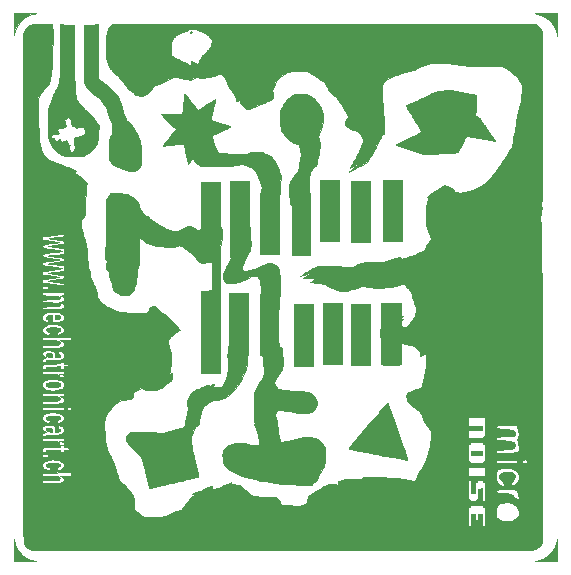
<source format=gbr>
G04 #@! TF.FileFunction,Soldermask,Top*
%FSLAX46Y46*%
G04 Gerber Fmt 4.6, Leading zero omitted, Abs format (unit mm)*
G04 Created by KiCad (PCBNEW 4.0.7-e0-6372~58~ubuntu16.04.1) date Sun Feb 25 16:32:52 2018*
%MOMM*%
%LPD*%
G01*
G04 APERTURE LIST*
%ADD10C,0.100000*%
%ADD11C,0.010000*%
G04 APERTURE END LIST*
D10*
D11*
G36*
X78352558Y-121357427D02*
X78358353Y-121380511D01*
X78365311Y-121416983D01*
X78365866Y-121420084D01*
X78438454Y-121710625D01*
X78547831Y-121983717D01*
X78691219Y-122236579D01*
X78865838Y-122466430D01*
X79068907Y-122670491D01*
X79297648Y-122845980D01*
X79549280Y-122990119D01*
X79821025Y-123100126D01*
X80110103Y-123173222D01*
X80120417Y-123175063D01*
X80157600Y-123182009D01*
X80181327Y-123187803D01*
X80188714Y-123192559D01*
X80176876Y-123196389D01*
X80142928Y-123199405D01*
X80083985Y-123201722D01*
X79997163Y-123203452D01*
X79879576Y-123204709D01*
X79728341Y-123205604D01*
X79540572Y-123206250D01*
X79313384Y-123206762D01*
X79310792Y-123206767D01*
X78331834Y-123208667D01*
X78333733Y-122229709D01*
X78334240Y-122002050D01*
X78334876Y-121813830D01*
X78335754Y-121662154D01*
X78336991Y-121544127D01*
X78338699Y-121456856D01*
X78340996Y-121397445D01*
X78343994Y-121362999D01*
X78347810Y-121350625D01*
X78352558Y-121357427D01*
X78352558Y-121357427D01*
G37*
X78352558Y-121357427D02*
X78358353Y-121380511D01*
X78365311Y-121416983D01*
X78365866Y-121420084D01*
X78438454Y-121710625D01*
X78547831Y-121983717D01*
X78691219Y-122236579D01*
X78865838Y-122466430D01*
X79068907Y-122670491D01*
X79297648Y-122845980D01*
X79549280Y-122990119D01*
X79821025Y-123100126D01*
X80110103Y-123173222D01*
X80120417Y-123175063D01*
X80157600Y-123182009D01*
X80181327Y-123187803D01*
X80188714Y-123192559D01*
X80176876Y-123196389D01*
X80142928Y-123199405D01*
X80083985Y-123201722D01*
X79997163Y-123203452D01*
X79879576Y-123204709D01*
X79728341Y-123205604D01*
X79540572Y-123206250D01*
X79313384Y-123206762D01*
X79310792Y-123206767D01*
X78331834Y-123208667D01*
X78333733Y-122229709D01*
X78334240Y-122002050D01*
X78334876Y-121813830D01*
X78335754Y-121662154D01*
X78336991Y-121544127D01*
X78338699Y-121456856D01*
X78340996Y-121397445D01*
X78343994Y-121362999D01*
X78347810Y-121350625D01*
X78352558Y-121357427D01*
G36*
X124335889Y-121363624D02*
X124338905Y-121397573D01*
X124341222Y-121456516D01*
X124342952Y-121543338D01*
X124344209Y-121660924D01*
X124345104Y-121812160D01*
X124345750Y-121999929D01*
X124346262Y-122227116D01*
X124346267Y-122229709D01*
X124348167Y-123208667D01*
X123369209Y-123206767D01*
X123141550Y-123206260D01*
X122953330Y-123205624D01*
X122801654Y-123204746D01*
X122683627Y-123203510D01*
X122596356Y-123201801D01*
X122536945Y-123199505D01*
X122502499Y-123196506D01*
X122490125Y-123192690D01*
X122496927Y-123187942D01*
X122520011Y-123182147D01*
X122556483Y-123175190D01*
X122559584Y-123174635D01*
X122850125Y-123102047D01*
X123123217Y-122992669D01*
X123376079Y-122849281D01*
X123605930Y-122674663D01*
X123809991Y-122471593D01*
X123985480Y-122242853D01*
X124129619Y-121991220D01*
X124239626Y-121719475D01*
X124312722Y-121430397D01*
X124314563Y-121420084D01*
X124321509Y-121382900D01*
X124327303Y-121359173D01*
X124332059Y-121351786D01*
X124335889Y-121363624D01*
X124335889Y-121363624D01*
G37*
X124335889Y-121363624D02*
X124338905Y-121397573D01*
X124341222Y-121456516D01*
X124342952Y-121543338D01*
X124344209Y-121660924D01*
X124345104Y-121812160D01*
X124345750Y-121999929D01*
X124346262Y-122227116D01*
X124346267Y-122229709D01*
X124348167Y-123208667D01*
X123369209Y-123206767D01*
X123141550Y-123206260D01*
X122953330Y-123205624D01*
X122801654Y-123204746D01*
X122683627Y-123203510D01*
X122596356Y-123201801D01*
X122536945Y-123199505D01*
X122502499Y-123196506D01*
X122490125Y-123192690D01*
X122496927Y-123187942D01*
X122520011Y-123182147D01*
X122556483Y-123175190D01*
X122559584Y-123174635D01*
X122850125Y-123102047D01*
X123123217Y-122992669D01*
X123376079Y-122849281D01*
X123605930Y-122674663D01*
X123809991Y-122471593D01*
X123985480Y-122242853D01*
X124129619Y-121991220D01*
X124239626Y-121719475D01*
X124312722Y-121430397D01*
X124314563Y-121420084D01*
X124321509Y-121382900D01*
X124327303Y-121359173D01*
X124332059Y-121351786D01*
X124335889Y-121363624D01*
G36*
X81588529Y-77785000D02*
X81601299Y-77848920D01*
X81611659Y-77951207D01*
X81619709Y-78087966D01*
X81625546Y-78255306D01*
X81629266Y-78449334D01*
X81630969Y-78666156D01*
X81630751Y-78901880D01*
X81628710Y-79152613D01*
X81624944Y-79414462D01*
X81619550Y-79683533D01*
X81612626Y-79955935D01*
X81604270Y-80227775D01*
X81594579Y-80495158D01*
X81583650Y-80754194D01*
X81571582Y-81000987D01*
X81558472Y-81231647D01*
X81544418Y-81442279D01*
X81529516Y-81628992D01*
X81513866Y-81787891D01*
X81497564Y-81915085D01*
X81482918Y-81996965D01*
X81471018Y-82059817D01*
X81456332Y-82149964D01*
X81441192Y-82252677D01*
X81433642Y-82308232D01*
X81406728Y-82457022D01*
X81364597Y-82595089D01*
X81303548Y-82729101D01*
X81219885Y-82865728D01*
X81109908Y-83011640D01*
X80969919Y-83173503D01*
X80929076Y-83218024D01*
X80816167Y-83342045D01*
X80727179Y-83445843D01*
X80655514Y-83538529D01*
X80594574Y-83629216D01*
X80537761Y-83727017D01*
X80479666Y-83838667D01*
X80378800Y-84039750D01*
X80393009Y-84981667D01*
X80402188Y-85482306D01*
X80414006Y-85941176D01*
X80428496Y-86358761D01*
X80445691Y-86735542D01*
X80465623Y-87072005D01*
X80488325Y-87368632D01*
X80513829Y-87625908D01*
X80542168Y-87844314D01*
X80573374Y-88024336D01*
X80607481Y-88166457D01*
X80607710Y-88167250D01*
X80667707Y-88344909D01*
X80743859Y-88524574D01*
X80829727Y-88692757D01*
X80918870Y-88835965D01*
X80942301Y-88868120D01*
X81043553Y-88977453D01*
X81181524Y-89089355D01*
X81350966Y-89200834D01*
X81546632Y-89308899D01*
X81763273Y-89410557D01*
X81995643Y-89502816D01*
X82144976Y-89553877D01*
X82276019Y-89599101D01*
X82420811Y-89654124D01*
X82559950Y-89711334D01*
X82654907Y-89753920D01*
X82778799Y-89809668D01*
X82922084Y-89869657D01*
X83063812Y-89925299D01*
X83147250Y-89955793D01*
X83302583Y-90011157D01*
X83421170Y-90055718D01*
X83506722Y-90091129D01*
X83562953Y-90119039D01*
X83593577Y-90141099D01*
X83602333Y-90158082D01*
X83586448Y-90187672D01*
X83547366Y-90224673D01*
X83538833Y-90231000D01*
X83496923Y-90267881D01*
X83475905Y-90300162D01*
X83475333Y-90304334D01*
X83492234Y-90327368D01*
X83537443Y-90365190D01*
X83602720Y-90411225D01*
X83636427Y-90432857D01*
X83748478Y-90507096D01*
X83872585Y-90596700D01*
X84001627Y-90695805D01*
X84128480Y-90798545D01*
X84246022Y-90899054D01*
X84347131Y-90991469D01*
X84424685Y-91069923D01*
X84458368Y-91109705D01*
X84511073Y-91178804D01*
X84467775Y-91387527D01*
X84458006Y-91437721D01*
X84449663Y-91489356D01*
X84442566Y-91546493D01*
X84436530Y-91613193D01*
X84431373Y-91693518D01*
X84426913Y-91791528D01*
X84422966Y-91911285D01*
X84419350Y-92056850D01*
X84415883Y-92232284D01*
X84412381Y-92441647D01*
X84408662Y-92689002D01*
X84408394Y-92707500D01*
X84404764Y-92962966D01*
X84401490Y-93179879D01*
X84398014Y-93362007D01*
X84393775Y-93513120D01*
X84388215Y-93636988D01*
X84380776Y-93737380D01*
X84370896Y-93818066D01*
X84358019Y-93882815D01*
X84341583Y-93935397D01*
X84321031Y-93979581D01*
X84295802Y-94019138D01*
X84265339Y-94057835D01*
X84229081Y-94099444D01*
X84196456Y-94136301D01*
X84113346Y-94235176D01*
X84056422Y-94316708D01*
X84020995Y-94392517D01*
X84002377Y-94474220D01*
X83995877Y-94573437D01*
X83995710Y-94633667D01*
X83996758Y-94688200D01*
X83999633Y-94739365D01*
X84005480Y-94792151D01*
X84015442Y-94851547D01*
X84030665Y-94922539D01*
X84052292Y-95010116D01*
X84081468Y-95119265D01*
X84119336Y-95254976D01*
X84167043Y-95422235D01*
X84214230Y-95586167D01*
X84283494Y-95826938D01*
X84341803Y-96031733D01*
X84390163Y-96205188D01*
X84429580Y-96351935D01*
X84461061Y-96476608D01*
X84485612Y-96583840D01*
X84504240Y-96678264D01*
X84517951Y-96764515D01*
X84527752Y-96847225D01*
X84534649Y-96931028D01*
X84539648Y-97020558D01*
X84542964Y-97099584D01*
X84551304Y-97287080D01*
X84561866Y-97478871D01*
X84574144Y-97668785D01*
X84587630Y-97850649D01*
X84601818Y-98018291D01*
X84616201Y-98165537D01*
X84630272Y-98286215D01*
X84643525Y-98374153D01*
X84650270Y-98406286D01*
X84678300Y-98491955D01*
X84716041Y-98576192D01*
X84737846Y-98613882D01*
X84764172Y-98658528D01*
X84782499Y-98705442D01*
X84795289Y-98765279D01*
X84805002Y-98848693D01*
X84811827Y-98934240D01*
X84819858Y-99033866D01*
X84828432Y-99121367D01*
X84836399Y-99185924D01*
X84841478Y-99213478D01*
X84854102Y-99245034D01*
X84882451Y-99308561D01*
X84923702Y-99397978D01*
X84975034Y-99507199D01*
X85033625Y-99630143D01*
X85064489Y-99694296D01*
X85142642Y-99858564D01*
X85204289Y-99995242D01*
X85252755Y-100114142D01*
X85291363Y-100225075D01*
X85323439Y-100337855D01*
X85352306Y-100462292D01*
X85381290Y-100608197D01*
X85390054Y-100655186D01*
X85425702Y-100808435D01*
X85474966Y-100945548D01*
X85541467Y-101070486D01*
X85628827Y-101187214D01*
X85740667Y-101299696D01*
X85880610Y-101411894D01*
X86052278Y-101527772D01*
X86259291Y-101651295D01*
X86343417Y-101698537D01*
X86535029Y-101802590D01*
X86697507Y-101885747D01*
X86836908Y-101950642D01*
X86959288Y-101999910D01*
X87070703Y-102036187D01*
X87177211Y-102062109D01*
X87180536Y-102062782D01*
X87289967Y-102081211D01*
X87434612Y-102100114D01*
X87607366Y-102118989D01*
X87801119Y-102137335D01*
X88008766Y-102154649D01*
X88223199Y-102170431D01*
X88437310Y-102184177D01*
X88643993Y-102195387D01*
X88836140Y-102203558D01*
X89006644Y-102208188D01*
X89148397Y-102208777D01*
X89220522Y-102206811D01*
X89373370Y-102191739D01*
X89497191Y-102158623D01*
X89599768Y-102102321D01*
X89688882Y-102017695D01*
X89772317Y-101899603D01*
X89824213Y-101808065D01*
X89886204Y-101711561D01*
X89955183Y-101650647D01*
X90041921Y-101618747D01*
X90149817Y-101609335D01*
X90221787Y-101610666D01*
X90267615Y-101620672D01*
X90303423Y-101645626D01*
X90337074Y-101682167D01*
X90444787Y-101802509D01*
X90539033Y-101896294D01*
X90629605Y-101972334D01*
X90726294Y-102039445D01*
X90751408Y-102055147D01*
X90920779Y-102168403D01*
X91108026Y-102309587D01*
X91306228Y-102472320D01*
X91508462Y-102650221D01*
X91707805Y-102836910D01*
X91897334Y-103026008D01*
X92070127Y-103211133D01*
X92219261Y-103385907D01*
X92280595Y-103464495D01*
X92329174Y-103530276D01*
X92366018Y-103582567D01*
X92385117Y-103612745D01*
X92386500Y-103616394D01*
X92369490Y-103631393D01*
X92324163Y-103661599D01*
X92259074Y-103701420D01*
X92233042Y-103716690D01*
X92082686Y-103811036D01*
X91933686Y-103917511D01*
X91792266Y-104030609D01*
X91664652Y-104144827D01*
X91557069Y-104254658D01*
X91475742Y-104354598D01*
X91433955Y-104423343D01*
X91409609Y-104484938D01*
X91396126Y-104551290D01*
X91394256Y-104627736D01*
X91404749Y-104719612D01*
X91428354Y-104832256D01*
X91465821Y-104971003D01*
X91517900Y-105141192D01*
X91547908Y-105234387D01*
X91594810Y-105379448D01*
X91629911Y-105491953D01*
X91654904Y-105579470D01*
X91671487Y-105649567D01*
X91681352Y-105709813D01*
X91686197Y-105767775D01*
X91687717Y-105831023D01*
X91687774Y-105858804D01*
X91683233Y-106009432D01*
X91670797Y-106186878D01*
X91651772Y-106381149D01*
X91627468Y-106582249D01*
X91599190Y-106780186D01*
X91568248Y-106964964D01*
X91535950Y-107126589D01*
X91506236Y-107245984D01*
X91490159Y-107309783D01*
X91482711Y-107355297D01*
X91484018Y-107369574D01*
X91505824Y-107364892D01*
X91549448Y-107341387D01*
X91574851Y-107324965D01*
X91655399Y-107281057D01*
X91715482Y-107272095D01*
X91753737Y-107298088D01*
X91764171Y-107323864D01*
X91769232Y-107368439D01*
X91771414Y-107442458D01*
X91770476Y-107533112D01*
X91768918Y-107577168D01*
X91765287Y-107654183D01*
X91759169Y-107714647D01*
X91746272Y-107764455D01*
X91722309Y-107809502D01*
X91682988Y-107855684D01*
X91624020Y-107908896D01*
X91541116Y-107975033D01*
X91429985Y-108059991D01*
X91402250Y-108081087D01*
X91300682Y-108160684D01*
X91200302Y-108243399D01*
X91111292Y-108320581D01*
X91043833Y-108383581D01*
X91031834Y-108395783D01*
X90905990Y-108505778D01*
X90773357Y-108581444D01*
X90575145Y-108659904D01*
X90380915Y-108712241D01*
X90183087Y-108738910D01*
X89974079Y-108740364D01*
X89746311Y-108717057D01*
X89492200Y-108669445D01*
X89452825Y-108660575D01*
X89112066Y-108582379D01*
X88892678Y-108678328D01*
X88740030Y-108747446D01*
X88625127Y-108805012D01*
X88545433Y-108852497D01*
X88498412Y-108891371D01*
X88483004Y-108915944D01*
X88474262Y-108952743D01*
X88460881Y-109019357D01*
X88445214Y-109103847D01*
X88438745Y-109140490D01*
X88417753Y-109251287D01*
X88398000Y-109327999D01*
X88376237Y-109378636D01*
X88349213Y-109411206D01*
X88321328Y-109429794D01*
X88285465Y-109440188D01*
X88216411Y-109452999D01*
X88123132Y-109466806D01*
X88014594Y-109480187D01*
X87979056Y-109484047D01*
X87699011Y-109528187D01*
X87440644Y-109598697D01*
X87207914Y-109693975D01*
X87004783Y-109812416D01*
X86844344Y-109943460D01*
X86759077Y-110032532D01*
X86663766Y-110142863D01*
X86562724Y-110268374D01*
X86460263Y-110402987D01*
X86360693Y-110540625D01*
X86268329Y-110675211D01*
X86187481Y-110800666D01*
X86122462Y-110910913D01*
X86077584Y-110999875D01*
X86059594Y-111049534D01*
X86033892Y-111189159D01*
X86016930Y-111363785D01*
X86008257Y-111567089D01*
X86007423Y-111792748D01*
X86013978Y-112034440D01*
X86027472Y-112285842D01*
X86047456Y-112540630D01*
X86073480Y-112792482D01*
X86105093Y-113035075D01*
X86141846Y-113262086D01*
X86183289Y-113467192D01*
X86228973Y-113644070D01*
X86248629Y-113706383D01*
X86269567Y-113760186D01*
X86306405Y-113845832D01*
X86356340Y-113957183D01*
X86416574Y-114088103D01*
X86484307Y-114232455D01*
X86556738Y-114384100D01*
X86576253Y-114424500D01*
X86672736Y-114626025D01*
X86751800Y-114797066D01*
X86816052Y-114944437D01*
X86868101Y-115074949D01*
X86910557Y-115195416D01*
X86946027Y-115312649D01*
X86977121Y-115433462D01*
X86998309Y-115526703D01*
X87027451Y-115632248D01*
X87068430Y-115746633D01*
X87106337Y-115832406D01*
X87142286Y-115912816D01*
X87168392Y-115988292D01*
X87179425Y-116043506D01*
X87179500Y-116046786D01*
X87189688Y-116178099D01*
X87224127Y-116285040D01*
X87288628Y-116381348D01*
X87346844Y-116442296D01*
X87415924Y-116503083D01*
X87484561Y-116555093D01*
X87539094Y-116588073D01*
X87543945Y-116590224D01*
X87601984Y-116627845D01*
X87672930Y-116694909D01*
X87734990Y-116766523D01*
X87802676Y-116848782D01*
X87885328Y-116946065D01*
X87969204Y-117042286D01*
X88003651Y-117080917D01*
X88183528Y-117294670D01*
X88329908Y-117499842D01*
X88407870Y-117628856D01*
X88436396Y-117681770D01*
X88456554Y-117728351D01*
X88470400Y-117778408D01*
X88479984Y-117841752D01*
X88487361Y-117928192D01*
X88494248Y-118041606D01*
X88500812Y-118174598D01*
X88506337Y-118317885D01*
X88510205Y-118453371D01*
X88511759Y-118553974D01*
X88513000Y-118778197D01*
X88807503Y-119037970D01*
X88954416Y-119165998D01*
X89075371Y-119267558D01*
X89174682Y-119345778D01*
X89256660Y-119403785D01*
X89325619Y-119444706D01*
X89385870Y-119471669D01*
X89420900Y-119482790D01*
X89451079Y-119489040D01*
X89490670Y-119493422D01*
X89543035Y-119495811D01*
X89611531Y-119496080D01*
X89699518Y-119494102D01*
X89810355Y-119489751D01*
X89947402Y-119482900D01*
X90114017Y-119473423D01*
X90313561Y-119461194D01*
X90549391Y-119446085D01*
X90756667Y-119432486D01*
X90904882Y-119422493D01*
X91020014Y-119412988D01*
X91111205Y-119401418D01*
X91187596Y-119385225D01*
X91258328Y-119361854D01*
X91332542Y-119328749D01*
X91419379Y-119283355D01*
X91527982Y-119223116D01*
X91550417Y-119210572D01*
X91716845Y-119123434D01*
X91891439Y-119042442D01*
X92063419Y-118972011D01*
X92222003Y-118916556D01*
X92356411Y-118880489D01*
X92356843Y-118880398D01*
X92438014Y-118858260D01*
X92510624Y-118829708D01*
X92549984Y-118807062D01*
X92616581Y-118745714D01*
X92693999Y-118658799D01*
X92694753Y-118657834D01*
X116791667Y-118657834D01*
X116791667Y-120245334D01*
X117088000Y-120245334D01*
X117088000Y-119187000D01*
X117384334Y-119187000D01*
X117384334Y-119716167D01*
X117659500Y-119716167D01*
X117659500Y-119187000D01*
X117955834Y-119187000D01*
X117955834Y-120245334D01*
X118252167Y-120245334D01*
X118252167Y-119084199D01*
X119134504Y-119084199D01*
X119136252Y-119196571D01*
X119140990Y-119277278D01*
X119150256Y-119336964D01*
X119165591Y-119386273D01*
X119184140Y-119427158D01*
X119272355Y-119559029D01*
X119390246Y-119660748D01*
X119537856Y-119732348D01*
X119691500Y-119770325D01*
X119818816Y-119785415D01*
X119966616Y-119794569D01*
X120120506Y-119797599D01*
X120266092Y-119794315D01*
X120388978Y-119784529D01*
X120421750Y-119779897D01*
X120502699Y-119763394D01*
X120576306Y-119742872D01*
X120612250Y-119729153D01*
X120675518Y-119699649D01*
X120728667Y-119675431D01*
X120846676Y-119603076D01*
X120955784Y-119498725D01*
X120987380Y-119459502D01*
X121049671Y-119369151D01*
X121088489Y-119288570D01*
X121110854Y-119199341D01*
X121121843Y-119106781D01*
X121115923Y-118941777D01*
X121068674Y-118783006D01*
X120979700Y-118629226D01*
X120961904Y-118605441D01*
X120868310Y-118498119D01*
X120767584Y-118413848D01*
X120650644Y-118347323D01*
X120508412Y-118293241D01*
X120357352Y-118252259D01*
X120249502Y-118235517D01*
X120115977Y-118227854D01*
X119972410Y-118229092D01*
X119834434Y-118239053D01*
X119717682Y-118257557D01*
X119708662Y-118259657D01*
X119538662Y-118312262D01*
X119402059Y-118382119D01*
X119296418Y-118472722D01*
X119219307Y-118587565D01*
X119168292Y-118730143D01*
X119140940Y-118903951D01*
X119134504Y-119084199D01*
X118252167Y-119084199D01*
X118252167Y-118657834D01*
X118178084Y-118657834D01*
X118132563Y-118655800D01*
X118111008Y-118642019D01*
X118104457Y-118604970D01*
X118104000Y-118562584D01*
X118104000Y-118467334D01*
X116939834Y-118467334D01*
X116939834Y-118562584D01*
X116938252Y-118621109D01*
X116927534Y-118648823D01*
X116898718Y-118657246D01*
X116865750Y-118657834D01*
X116791667Y-118657834D01*
X92694753Y-118657834D01*
X92772875Y-118557962D01*
X92843849Y-118454850D01*
X92876198Y-118401257D01*
X93009123Y-118180926D01*
X93136909Y-117999051D01*
X93262224Y-117852479D01*
X93387734Y-117738057D01*
X93503558Y-117659677D01*
X93620209Y-117592936D01*
X93543105Y-117553379D01*
X93494831Y-117524451D01*
X93467972Y-117500275D01*
X93466000Y-117495049D01*
X93485925Y-117470992D01*
X93542525Y-117440176D01*
X93631040Y-117404513D01*
X93746710Y-117365916D01*
X93884774Y-117326294D01*
X93889334Y-117325077D01*
X93984326Y-117297715D01*
X94078429Y-117265672D01*
X94179349Y-117225720D01*
X94294794Y-117174631D01*
X94432468Y-117109178D01*
X94584977Y-117033704D01*
X95037203Y-116807150D01*
X95087685Y-116865839D01*
X95121970Y-116919140D01*
X95138006Y-116970548D01*
X95138167Y-116974752D01*
X95152882Y-117030123D01*
X95173659Y-117060469D01*
X95218530Y-117082247D01*
X95291455Y-117084789D01*
X95393714Y-117067713D01*
X95526585Y-117030636D01*
X95691346Y-116973178D01*
X95889276Y-116894955D01*
X96121653Y-116795587D01*
X96246287Y-116740049D01*
X96372724Y-116683235D01*
X96485757Y-116632747D01*
X96579853Y-116591032D01*
X96649477Y-116560537D01*
X96689093Y-116543710D01*
X96696079Y-116541167D01*
X96702049Y-116559568D01*
X96704500Y-116603240D01*
X96706076Y-116633344D01*
X96714944Y-116655329D01*
X96737314Y-116671249D01*
X96779394Y-116683153D01*
X96847397Y-116693093D01*
X96947530Y-116703121D01*
X97028581Y-116710291D01*
X97189481Y-116725844D01*
X97315734Y-116743049D01*
X97415003Y-116764961D01*
X97494950Y-116794634D01*
X97563238Y-116835124D01*
X97627530Y-116889485D01*
X97695489Y-116960772D01*
X97716538Y-116984547D01*
X97770060Y-117038901D01*
X97849986Y-117111452D01*
X97948482Y-117195501D01*
X98057715Y-117284349D01*
X98161038Y-117364631D01*
X98267247Y-117445975D01*
X98364836Y-117522227D01*
X98447565Y-117588392D01*
X98509191Y-117639474D01*
X98543473Y-117670477D01*
X98544398Y-117671455D01*
X98564966Y-117692262D01*
X98586382Y-117707037D01*
X98615814Y-117716825D01*
X98660430Y-117722667D01*
X98727396Y-117725608D01*
X98823880Y-117726691D01*
X98925398Y-117726919D01*
X99106318Y-117728318D01*
X99297617Y-117731881D01*
X99493224Y-117737318D01*
X99687069Y-117744338D01*
X99873082Y-117752653D01*
X100045194Y-117761971D01*
X100197333Y-117772004D01*
X100323431Y-117782460D01*
X100417417Y-117793051D01*
X100460064Y-117800219D01*
X100613262Y-117848140D01*
X100732233Y-117919881D01*
X100819092Y-118017553D01*
X100875955Y-118143266D01*
X100897067Y-118236178D01*
X100913312Y-118336916D01*
X100925993Y-118403197D01*
X100939186Y-118442201D01*
X100956970Y-118461107D01*
X100983421Y-118467096D01*
X101022618Y-118467348D01*
X101028335Y-118467334D01*
X101106638Y-118461628D01*
X101182175Y-118447619D01*
X101191973Y-118444847D01*
X101296119Y-118426626D01*
X101431844Y-118426217D01*
X101601227Y-118443755D01*
X101806348Y-118479379D01*
X101848000Y-118487883D01*
X102029907Y-118523252D01*
X102181987Y-118545227D01*
X102314378Y-118552735D01*
X102437216Y-118544707D01*
X102560638Y-118520071D01*
X102694782Y-118477756D01*
X102849785Y-118416691D01*
X102956681Y-118370754D01*
X103175582Y-118274887D01*
X103190108Y-118058902D01*
X103201660Y-117919618D01*
X103216048Y-117815689D01*
X103235002Y-117740149D01*
X103260254Y-117686035D01*
X103292387Y-117647443D01*
X103337493Y-117612391D01*
X103414704Y-117560131D01*
X103518915Y-117493635D01*
X103645018Y-117415876D01*
X103787906Y-117329828D01*
X103942472Y-117238462D01*
X104103610Y-117144751D01*
X104266211Y-117051669D01*
X104425170Y-116962188D01*
X104575378Y-116879280D01*
X104711729Y-116805920D01*
X104829117Y-116745079D01*
X104912894Y-116704153D01*
X104983786Y-116672907D01*
X105043470Y-116653281D01*
X105106211Y-116642571D01*
X105186277Y-116638074D01*
X105266417Y-116637151D01*
X105367631Y-116637917D01*
X105439912Y-116642704D01*
X105496633Y-116653992D01*
X105551166Y-116674260D01*
X105604821Y-116699917D01*
X105671583Y-116733222D01*
X105723141Y-116758677D01*
X105747696Y-116770472D01*
X105757655Y-116756125D01*
X105764031Y-116711703D01*
X105765053Y-116685806D01*
X105769680Y-116603135D01*
X105779438Y-116520072D01*
X105781213Y-116509417D01*
X105796159Y-116452484D01*
X105809829Y-116437217D01*
X112431334Y-116437217D01*
X112449677Y-116451543D01*
X112496040Y-116456008D01*
X112557418Y-116451207D01*
X112620811Y-116437736D01*
X112651117Y-116427145D01*
X112699226Y-116397853D01*
X112746835Y-116354820D01*
X112750260Y-116350667D01*
X116791667Y-116350667D01*
X116791667Y-117935485D01*
X116860459Y-117942117D01*
X116904019Y-117949758D01*
X116925188Y-117969975D01*
X116933895Y-118015502D01*
X116935759Y-118038709D01*
X116942268Y-118128667D01*
X117508899Y-118128667D01*
X117515408Y-118038709D01*
X117522170Y-117981806D01*
X117538044Y-117954501D01*
X117572903Y-117944064D01*
X117590283Y-117942149D01*
X117658649Y-117935548D01*
X117664366Y-117497649D01*
X117670084Y-117059750D01*
X117812593Y-117053500D01*
X117955103Y-117047249D01*
X117960760Y-117582666D01*
X117966417Y-118118084D01*
X118109292Y-118124342D01*
X118252167Y-118130601D01*
X118252167Y-117278367D01*
X119135927Y-117278367D01*
X119157844Y-117330780D01*
X119200748Y-117364570D01*
X119250785Y-117380565D01*
X119340143Y-117396870D01*
X119465816Y-117413123D01*
X119624798Y-117428962D01*
X119814083Y-117444027D01*
X119923341Y-117451425D01*
X120093946Y-117464571D01*
X120229563Y-117480513D01*
X120337513Y-117500632D01*
X120425117Y-117526310D01*
X120499698Y-117558932D01*
X120503648Y-117560997D01*
X120538393Y-117586606D01*
X120586740Y-117630740D01*
X120639256Y-117683597D01*
X120686510Y-117735380D01*
X120719071Y-117776286D01*
X120728200Y-117794328D01*
X120743992Y-117813851D01*
X120784866Y-117850461D01*
X120839792Y-117894524D01*
X120929794Y-117952490D01*
X121005248Y-117978462D01*
X121062181Y-117971469D01*
X121083507Y-117954042D01*
X121090409Y-117920899D01*
X121087952Y-117862035D01*
X121078415Y-117792431D01*
X121064075Y-117727070D01*
X121047210Y-117680933D01*
X121040545Y-117671489D01*
X121031917Y-117643163D01*
X121026272Y-117586851D01*
X121025000Y-117539624D01*
X121017859Y-117447776D01*
X120999778Y-117348765D01*
X120988837Y-117308580D01*
X120974047Y-117262353D01*
X120958901Y-117224529D01*
X120939283Y-117194267D01*
X120911072Y-117170722D01*
X120870152Y-117153054D01*
X120812404Y-117140419D01*
X120733709Y-117131974D01*
X120629950Y-117126877D01*
X120497009Y-117124286D01*
X120330767Y-117123357D01*
X120127106Y-117123248D01*
X120083084Y-117123250D01*
X119867788Y-117123586D01*
X119690688Y-117124888D01*
X119547648Y-117127604D01*
X119434533Y-117132177D01*
X119347208Y-117139053D01*
X119281538Y-117148678D01*
X119233387Y-117161495D01*
X119198622Y-117177951D01*
X119173107Y-117198490D01*
X119152822Y-117223393D01*
X119135927Y-117278367D01*
X118252167Y-117278367D01*
X118252167Y-116520000D01*
X118178084Y-116520000D01*
X118130651Y-116517437D01*
X118109571Y-116501611D01*
X118104166Y-116460317D01*
X118104000Y-116435334D01*
X118104000Y-116350667D01*
X117532500Y-116350667D01*
X117532500Y-116435334D01*
X117530257Y-116489543D01*
X117516409Y-116513633D01*
X117480277Y-116519811D01*
X117458417Y-116520000D01*
X117384334Y-116520000D01*
X117384334Y-117409000D01*
X117088000Y-117409000D01*
X117088000Y-116350667D01*
X116791667Y-116350667D01*
X112750260Y-116350667D01*
X112785140Y-116308377D01*
X112805336Y-116268851D01*
X112802704Y-116249315D01*
X112778984Y-116252020D01*
X112728821Y-116270996D01*
X112662313Y-116301135D01*
X112589553Y-116337329D01*
X112520640Y-116374470D01*
X112465667Y-116407450D01*
X112434731Y-116431160D01*
X112431334Y-116437217D01*
X105809829Y-116437217D01*
X105820180Y-116425658D01*
X105848785Y-116418041D01*
X105888318Y-116409075D01*
X105958485Y-116389404D01*
X106049798Y-116361817D01*
X106152766Y-116329103D01*
X106166000Y-116324788D01*
X106430584Y-116238243D01*
X107704414Y-116212685D01*
X107829499Y-116136111D01*
X107900194Y-116094873D01*
X107962747Y-116061911D01*
X108001654Y-116045101D01*
X108039795Y-116041306D01*
X108110536Y-116041216D01*
X108204330Y-116044612D01*
X108311624Y-116051274D01*
X108329738Y-116052655D01*
X108415320Y-116058454D01*
X108536521Y-116065384D01*
X108686654Y-116073124D01*
X108859029Y-116081357D01*
X109046958Y-116089764D01*
X109243751Y-116098026D01*
X109442721Y-116105824D01*
X109457417Y-116106377D01*
X109738918Y-116117030D01*
X109982460Y-116126606D01*
X110192389Y-116135478D01*
X110373054Y-116144020D01*
X110528804Y-116152604D01*
X110663987Y-116161603D01*
X110782950Y-116171392D01*
X110890042Y-116182344D01*
X110989612Y-116194831D01*
X111086007Y-116209227D01*
X111183576Y-116225905D01*
X111286666Y-116245239D01*
X111399627Y-116267602D01*
X111447084Y-116277182D01*
X111607997Y-116309034D01*
X111764334Y-116338629D01*
X111909603Y-116364849D01*
X112037312Y-116386579D01*
X112140969Y-116402701D01*
X112214084Y-116412100D01*
X112243055Y-116414082D01*
X112270197Y-116394124D01*
X112308923Y-116335035D01*
X112358384Y-116238151D01*
X112367633Y-116218375D01*
X112449460Y-116051739D01*
X112551926Y-115859686D01*
X112670292Y-115650684D01*
X112799818Y-115433198D01*
X112877472Y-115307648D01*
X112899579Y-115271167D01*
X116791667Y-115271167D01*
X116791667Y-115990834D01*
X118252167Y-115990834D01*
X118252167Y-115876005D01*
X119132298Y-115876005D01*
X119132416Y-115984539D01*
X119132446Y-115990834D01*
X119133609Y-116103378D01*
X119136939Y-116183935D01*
X119144103Y-116242847D01*
X119156769Y-116290455D01*
X119176604Y-116337103D01*
X119193749Y-116371072D01*
X119260163Y-116477907D01*
X119343209Y-116580467D01*
X119432057Y-116666766D01*
X119511138Y-116722324D01*
X119558223Y-116751382D01*
X119584007Y-116774490D01*
X119585667Y-116778814D01*
X119603241Y-116792573D01*
X119623767Y-116795167D01*
X119667373Y-116805273D01*
X119681975Y-116814824D01*
X119715318Y-116830460D01*
X119769831Y-116842381D01*
X119776167Y-116843187D01*
X119830166Y-116849930D01*
X119864211Y-116854905D01*
X119866125Y-116855279D01*
X119877476Y-116839582D01*
X119882000Y-116798796D01*
X119864779Y-116729887D01*
X119813747Y-116638293D01*
X119729851Y-116525494D01*
X119641142Y-116422563D01*
X119528905Y-116284184D01*
X119455870Y-116159687D01*
X119421761Y-116047672D01*
X119426301Y-115946737D01*
X119469215Y-115855482D01*
X119518330Y-115799964D01*
X119559711Y-115764784D01*
X119606039Y-115735504D01*
X119669938Y-115705065D01*
X119740121Y-115675969D01*
X119785106Y-115666706D01*
X119865091Y-115659360D01*
X119972768Y-115654381D01*
X120100830Y-115652221D01*
X120125662Y-115652167D01*
X120250992Y-115652514D01*
X120342296Y-115654276D01*
X120407882Y-115658537D01*
X120456057Y-115666380D01*
X120495126Y-115678887D01*
X120533397Y-115697142D01*
X120553291Y-115707916D01*
X120628017Y-115750279D01*
X120675409Y-115782264D01*
X120705781Y-115812848D01*
X120729450Y-115851004D01*
X120738811Y-115869313D01*
X120759203Y-115929195D01*
X120769358Y-115997629D01*
X120768591Y-116059829D01*
X120756218Y-116101011D01*
X120749834Y-116107250D01*
X120731847Y-116137202D01*
X120728667Y-116160034D01*
X120716419Y-116192849D01*
X120683378Y-116249792D01*
X120635095Y-116321851D01*
X120595744Y-116375743D01*
X120517723Y-116479552D01*
X120462527Y-116555206D01*
X120427246Y-116608163D01*
X120408970Y-116643881D01*
X120404789Y-116667818D01*
X120411794Y-116685433D01*
X120423566Y-116698709D01*
X120469127Y-116720702D01*
X120540126Y-116731253D01*
X120621266Y-116730451D01*
X120697253Y-116718386D01*
X120750415Y-116696788D01*
X120859668Y-116607967D01*
X120961174Y-116496822D01*
X121039745Y-116380281D01*
X121047334Y-116365909D01*
X121077713Y-116301720D01*
X121096302Y-116245621D01*
X121105917Y-116183198D01*
X121109370Y-116100039D01*
X121109667Y-116046732D01*
X121108953Y-115953317D01*
X121104623Y-115889398D01*
X121093392Y-115842140D01*
X121071976Y-115798705D01*
X121037089Y-115746259D01*
X121030292Y-115736536D01*
X120921930Y-115615248D01*
X120778432Y-115507403D01*
X120605852Y-115416673D01*
X120410245Y-115346727D01*
X120368834Y-115335540D01*
X120291633Y-115323322D01*
X120184979Y-115316626D01*
X120059243Y-115315054D01*
X119924799Y-115318208D01*
X119792019Y-115325691D01*
X119671277Y-115337104D01*
X119572944Y-115352050D01*
X119511584Y-115368423D01*
X119380363Y-115432883D01*
X119278539Y-115515853D01*
X119198507Y-115619965D01*
X119170570Y-115665451D01*
X119151718Y-115704049D01*
X119140212Y-115745508D01*
X119134318Y-115799577D01*
X119132298Y-115876005D01*
X118252167Y-115876005D01*
X118252167Y-115271167D01*
X116791667Y-115271167D01*
X112899579Y-115271167D01*
X112976919Y-115143545D01*
X113060619Y-114991419D01*
X113134069Y-114839474D01*
X113202766Y-114675915D01*
X113272207Y-114488945D01*
X113310454Y-114378495D01*
X113412595Y-114062961D01*
X113495314Y-113772379D01*
X113561310Y-113495607D01*
X113593882Y-113323834D01*
X116791667Y-113323834D01*
X116791667Y-114739318D01*
X116860459Y-114745951D01*
X116904019Y-114753592D01*
X116925188Y-114773808D01*
X116933895Y-114819335D01*
X116935759Y-114842542D01*
X116942268Y-114932500D01*
X118101566Y-114932500D01*
X118108075Y-114842542D01*
X118114822Y-114785651D01*
X118130696Y-114758350D01*
X118165625Y-114747904D01*
X118183375Y-114745951D01*
X118252167Y-114739318D01*
X118252167Y-114736135D01*
X119127499Y-114736135D01*
X119131827Y-114778256D01*
X119177795Y-114822122D01*
X119208870Y-114840494D01*
X119247053Y-114858267D01*
X119291096Y-114872629D01*
X119345555Y-114883888D01*
X119414988Y-114892347D01*
X119503951Y-114898313D01*
X119617002Y-114902091D01*
X119758698Y-114903986D01*
X119933596Y-114904304D01*
X120146252Y-114903350D01*
X120146584Y-114903348D01*
X120331018Y-114902063D01*
X120478139Y-114900591D01*
X120592965Y-114898586D01*
X120680517Y-114895703D01*
X120745814Y-114891595D01*
X120793875Y-114885916D01*
X120829719Y-114878319D01*
X120858367Y-114868460D01*
X120884837Y-114855992D01*
X120892709Y-114851899D01*
X120958106Y-114806561D01*
X120975323Y-114772841D01*
X121368312Y-114772841D01*
X121398875Y-114828022D01*
X121428791Y-114856535D01*
X121508973Y-114898671D01*
X121606112Y-114912235D01*
X121704966Y-114896134D01*
X121745411Y-114879199D01*
X121803457Y-114829933D01*
X121827018Y-114767379D01*
X121816315Y-114702489D01*
X121771569Y-114646215D01*
X121740305Y-114626580D01*
X121638817Y-114595177D01*
X121539168Y-114598895D01*
X121452133Y-114636742D01*
X121429405Y-114655242D01*
X121378483Y-114717046D01*
X121368312Y-114772841D01*
X120975323Y-114772841D01*
X120981561Y-114760624D01*
X120963463Y-114712885D01*
X120944011Y-114692412D01*
X120910824Y-114669196D01*
X120864776Y-114650242D01*
X120801585Y-114635079D01*
X120716970Y-114623233D01*
X120606651Y-114614233D01*
X120466347Y-114607605D01*
X120291778Y-114602878D01*
X120106001Y-114599909D01*
X119920972Y-114598013D01*
X119772336Y-114597599D01*
X119654169Y-114598885D01*
X119560550Y-114602085D01*
X119485557Y-114607415D01*
X119423267Y-114615092D01*
X119367757Y-114625332D01*
X119359491Y-114627138D01*
X119241817Y-114659887D01*
X119164324Y-114696450D01*
X119127499Y-114736135D01*
X118252167Y-114736135D01*
X118252167Y-113905179D01*
X119134683Y-113905179D01*
X119151318Y-113953621D01*
X119202736Y-113999110D01*
X119286166Y-114035989D01*
X119336866Y-114044786D01*
X119422779Y-114051894D01*
X119536815Y-114057316D01*
X119671889Y-114061059D01*
X119820911Y-114063125D01*
X119976795Y-114063518D01*
X120132453Y-114062244D01*
X120280798Y-114059306D01*
X120414741Y-114054709D01*
X120527195Y-114048457D01*
X120611073Y-114040553D01*
X120644008Y-114035178D01*
X120806719Y-113991036D01*
X120931068Y-113935851D01*
X121019988Y-113867882D01*
X121076415Y-113785392D01*
X121080163Y-113776806D01*
X121100665Y-113713436D01*
X121109036Y-113644522D01*
X121104511Y-113562933D01*
X121086324Y-113461538D01*
X121053711Y-113333205D01*
X121020231Y-113218000D01*
X121003598Y-113141584D01*
X120992511Y-113049175D01*
X120987565Y-112954315D01*
X120989355Y-112870543D01*
X120998475Y-112811400D01*
X121001971Y-112802047D01*
X121059511Y-112666311D01*
X121093335Y-112552814D01*
X121104826Y-112449707D01*
X121095365Y-112345137D01*
X121068260Y-112233750D01*
X121009427Y-112008562D01*
X120979069Y-111866514D01*
X120969653Y-111821866D01*
X120958215Y-111785138D01*
X120940837Y-111755559D01*
X120913598Y-111732353D01*
X120872581Y-111714748D01*
X120813865Y-111701971D01*
X120733533Y-111693247D01*
X120627664Y-111687803D01*
X120492339Y-111684866D01*
X120323641Y-111683662D01*
X120117648Y-111683418D01*
X120051334Y-111683417D01*
X119850612Y-111683585D01*
X119687778Y-111684225D01*
X119558388Y-111685535D01*
X119457997Y-111687716D01*
X119382162Y-111690968D01*
X119326437Y-111695492D01*
X119286378Y-111701487D01*
X119257541Y-111709155D01*
X119235482Y-111718695D01*
X119232467Y-111720308D01*
X119173419Y-111757929D01*
X119147860Y-111792184D01*
X119149140Y-111833162D01*
X119151884Y-111842588D01*
X119173298Y-111881052D01*
X119213534Y-111913059D01*
X119276602Y-111939632D01*
X119366513Y-111961794D01*
X119487279Y-111980571D01*
X119642910Y-111996984D01*
X119807917Y-112010006D01*
X120027731Y-112027824D01*
X120210005Y-112047895D01*
X120359513Y-112071082D01*
X120481025Y-112098245D01*
X120579313Y-112130246D01*
X120647655Y-112161623D01*
X120706187Y-112212680D01*
X120747010Y-112286327D01*
X120767600Y-112370120D01*
X120765429Y-112451612D01*
X120737972Y-112518358D01*
X120723375Y-112534622D01*
X120699253Y-112553659D01*
X120669497Y-112569153D01*
X120629307Y-112581682D01*
X120573886Y-112591822D01*
X120498434Y-112600150D01*
X120398153Y-112607245D01*
X120268244Y-112613682D01*
X120103907Y-112620041D01*
X119977250Y-112624375D01*
X119759234Y-112632868D01*
X119580253Y-112642924D01*
X119437021Y-112655168D01*
X119326251Y-112670226D01*
X119244655Y-112688723D01*
X119188946Y-112711284D01*
X119155838Y-112738535D01*
X119142042Y-112771101D01*
X119141167Y-112783435D01*
X119148841Y-112833530D01*
X119174832Y-112873172D01*
X119223596Y-112904078D01*
X119299587Y-112927960D01*
X119407259Y-112946534D01*
X119551067Y-112961513D01*
X119617417Y-112966715D01*
X119840852Y-112983350D01*
X120026323Y-112998059D01*
X120178107Y-113011682D01*
X120300481Y-113025058D01*
X120397725Y-113039029D01*
X120474117Y-113054433D01*
X120533933Y-113072112D01*
X120581452Y-113092904D01*
X120620953Y-113117650D01*
X120656713Y-113147191D01*
X120687500Y-113176833D01*
X120736326Y-113229568D01*
X120761189Y-113273557D01*
X120770050Y-113327859D01*
X120771000Y-113376750D01*
X120767926Y-113440509D01*
X120759995Y-113482794D01*
X120752302Y-113493167D01*
X120732289Y-113510709D01*
X120723098Y-113533344D01*
X120689701Y-113583214D01*
X120615309Y-113632754D01*
X120501500Y-113681596D01*
X120433087Y-113700298D01*
X120338569Y-113715024D01*
X120212325Y-113726461D01*
X120070772Y-113734341D01*
X119859085Y-113745327D01*
X119669587Y-113758208D01*
X119506294Y-113772577D01*
X119373218Y-113788031D01*
X119274374Y-113804164D01*
X119213775Y-113820572D01*
X119213047Y-113820873D01*
X119154652Y-113859143D01*
X119134683Y-113905179D01*
X118252167Y-113905179D01*
X118252167Y-113323834D01*
X118178084Y-113323834D01*
X118130651Y-113321270D01*
X118109571Y-113305444D01*
X118104166Y-113264150D01*
X118104000Y-113239167D01*
X118104000Y-113154500D01*
X116939834Y-113154500D01*
X116939834Y-113239167D01*
X116937591Y-113293376D01*
X116923743Y-113317467D01*
X116887610Y-113323644D01*
X116865750Y-113323834D01*
X116791667Y-113323834D01*
X113593882Y-113323834D01*
X113613286Y-113221506D01*
X113647887Y-112986706D01*
X113672745Y-112787224D01*
X113689719Y-112623530D01*
X113697946Y-112489667D01*
X113696564Y-112379674D01*
X113684709Y-112287594D01*
X113661518Y-112207468D01*
X113626128Y-112133337D01*
X113577674Y-112059242D01*
X113515296Y-111979225D01*
X113499092Y-111959603D01*
X113327288Y-111743237D01*
X113187783Y-111545443D01*
X113077599Y-111361394D01*
X112993757Y-111186259D01*
X112950202Y-111069584D01*
X112931068Y-111016667D01*
X116791667Y-111016667D01*
X116791667Y-111736334D01*
X117955834Y-111736334D01*
X117955834Y-112075000D01*
X116791667Y-112075000D01*
X116791667Y-112794667D01*
X118104000Y-112794667D01*
X118104000Y-112710000D01*
X118106243Y-112655791D01*
X118120091Y-112631700D01*
X118156223Y-112625523D01*
X118178084Y-112625334D01*
X118252167Y-112625334D01*
X118252167Y-111016667D01*
X116791667Y-111016667D01*
X112931068Y-111016667D01*
X112914233Y-110970111D01*
X112867513Y-110853539D01*
X112818430Y-110740525D01*
X112803380Y-110708031D01*
X112769955Y-110639409D01*
X112738065Y-110582159D01*
X112702789Y-110531645D01*
X112659203Y-110483234D01*
X112602383Y-110432290D01*
X112527407Y-110374178D01*
X112429350Y-110304265D01*
X112303291Y-110217915D01*
X112230250Y-110168498D01*
X112040137Y-110030764D01*
X111888071Y-109899378D01*
X111770854Y-109771163D01*
X111685284Y-109642944D01*
X111669071Y-109611759D01*
X111635073Y-109537680D01*
X111613140Y-109472694D01*
X111599878Y-109401841D01*
X111591893Y-109310161D01*
X111589192Y-109259686D01*
X111586168Y-109143601D01*
X111592684Y-109060041D01*
X111612554Y-108999588D01*
X111649591Y-108952824D01*
X111707607Y-108910331D01*
X111737968Y-108892173D01*
X111785990Y-108869864D01*
X111866730Y-108838402D01*
X111972299Y-108800600D01*
X112094809Y-108759272D01*
X112226371Y-108717231D01*
X112242579Y-108712214D01*
X112416757Y-108658488D01*
X112554880Y-108615397D01*
X112661285Y-108580908D01*
X112740313Y-108552991D01*
X112796300Y-108529611D01*
X112833587Y-108508737D01*
X112856510Y-108488337D01*
X112869408Y-108466377D01*
X112876620Y-108440827D01*
X112881903Y-108412720D01*
X112891195Y-108367559D01*
X112908524Y-108287442D01*
X112932490Y-108178683D01*
X112961692Y-108047594D01*
X112994731Y-107900487D01*
X113030206Y-107743675D01*
X113034391Y-107725250D01*
X113070581Y-107564270D01*
X113104740Y-107409091D01*
X113135382Y-107266724D01*
X113161016Y-107144185D01*
X113180155Y-107048485D01*
X113191310Y-106986637D01*
X113191653Y-106984417D01*
X113197517Y-106931638D01*
X113204202Y-106847747D01*
X113211427Y-106738962D01*
X113218910Y-106611501D01*
X113226370Y-106471582D01*
X113233524Y-106325423D01*
X113240090Y-106179241D01*
X113245788Y-106039256D01*
X113250334Y-105911683D01*
X113253447Y-105802743D01*
X113254846Y-105718651D01*
X113254249Y-105665627D01*
X113252144Y-105649755D01*
X113230789Y-105654660D01*
X113178650Y-105674122D01*
X113103437Y-105705082D01*
X113012860Y-105744478D01*
X113007851Y-105746711D01*
X112915576Y-105787291D01*
X112837271Y-105820614D01*
X112781043Y-105843305D01*
X112755001Y-105851991D01*
X112754755Y-105852000D01*
X112746942Y-105832483D01*
X112741078Y-105780506D01*
X112738113Y-105705932D01*
X112737934Y-105677375D01*
X112736365Y-105585035D01*
X112729037Y-105519823D01*
X112712624Y-105466603D01*
X112683796Y-105410240D01*
X112676409Y-105397532D01*
X112569904Y-105254867D01*
X112427779Y-105125476D01*
X112255991Y-105014690D01*
X112237347Y-105004807D01*
X112168450Y-104970989D01*
X112099636Y-104942509D01*
X112022431Y-104916817D01*
X111928364Y-104891367D01*
X111808961Y-104863611D01*
X111667295Y-104833400D01*
X111538935Y-104806224D01*
X111421829Y-104780553D01*
X111323479Y-104758100D01*
X111251383Y-104740580D01*
X111213044Y-104729705D01*
X111212475Y-104729492D01*
X111165362Y-104714135D01*
X111138789Y-104709000D01*
X111134012Y-104729701D01*
X111129785Y-104789943D01*
X111126167Y-104886938D01*
X111123220Y-105017896D01*
X111121004Y-105180030D01*
X111119580Y-105370551D01*
X111119009Y-105586668D01*
X111119000Y-105617918D01*
X111118509Y-105858458D01*
X111117059Y-106065157D01*
X111114683Y-106236547D01*
X111111414Y-106371160D01*
X111107287Y-106467528D01*
X111102334Y-106524184D01*
X111097911Y-106539869D01*
X111068046Y-106545626D01*
X111002079Y-106550806D01*
X110906239Y-106555329D01*
X110786757Y-106559112D01*
X110649860Y-106562077D01*
X110501778Y-106564141D01*
X110348739Y-106565225D01*
X110196974Y-106565246D01*
X110052710Y-106564125D01*
X109922178Y-106561781D01*
X109811605Y-106558133D01*
X109785500Y-106556889D01*
X109457417Y-106539917D01*
X109446558Y-105418084D01*
X109435700Y-104296250D01*
X109383575Y-104190417D01*
X109357809Y-104131530D01*
X109342085Y-104073968D01*
X109334103Y-104004171D01*
X109331563Y-103908580D01*
X109331505Y-103883500D01*
X109333104Y-103782019D01*
X109339311Y-103709982D01*
X109352338Y-103654570D01*
X109374397Y-103602962D01*
X109382644Y-103587167D01*
X109399149Y-103554300D01*
X109411936Y-103520931D01*
X109421705Y-103480889D01*
X109429151Y-103428005D01*
X109434974Y-103356108D01*
X109439870Y-103259030D01*
X109444537Y-103130598D01*
X109448456Y-103005084D01*
X109452189Y-102840920D01*
X109454576Y-102647778D01*
X109455578Y-102438992D01*
X109455154Y-102227896D01*
X109453264Y-102027825D01*
X109451651Y-101930626D01*
X109440120Y-101343003D01*
X110274268Y-101348543D01*
X111108417Y-101354084D01*
X111114070Y-101901329D01*
X111119724Y-102448574D01*
X111172279Y-102435787D01*
X111235274Y-102420444D01*
X111282824Y-102408849D01*
X111309364Y-102404544D01*
X111313946Y-102412811D01*
X111293759Y-102438636D01*
X111245991Y-102487009D01*
X111229908Y-102502724D01*
X111160740Y-102577439D01*
X111125294Y-102634915D01*
X111119000Y-102665043D01*
X111124521Y-102702094D01*
X111149507Y-102716979D01*
X111190967Y-102719334D01*
X111262934Y-102719334D01*
X111190967Y-102791300D01*
X111119000Y-102863267D01*
X111119000Y-103327045D01*
X111261875Y-103340539D01*
X111385809Y-103350988D01*
X111475530Y-103354597D01*
X111538743Y-103350450D01*
X111583152Y-103337629D01*
X111616463Y-103315217D01*
X111634901Y-103296125D01*
X111668141Y-103258110D01*
X111722160Y-103196607D01*
X111789712Y-103119855D01*
X111863554Y-103036093D01*
X111869720Y-103029105D01*
X112006987Y-102865839D01*
X112116346Y-102716080D01*
X112204191Y-102568520D01*
X112276913Y-102411852D01*
X112340904Y-102234769D01*
X112367728Y-102148188D01*
X112398610Y-102024095D01*
X112408131Y-101922407D01*
X112396638Y-101829187D01*
X112377238Y-101764203D01*
X112362266Y-101718114D01*
X112337810Y-101638150D01*
X112305902Y-101531172D01*
X112268578Y-101404041D01*
X112227872Y-101263617D01*
X112198930Y-101162755D01*
X112142922Y-100967345D01*
X112095815Y-100806984D01*
X112054863Y-100676025D01*
X112017318Y-100568816D01*
X111980433Y-100479710D01*
X111941459Y-100403057D01*
X111897651Y-100333207D01*
X111846259Y-100264513D01*
X111784537Y-100191324D01*
X111709736Y-100107992D01*
X111658864Y-100052334D01*
X111583020Y-99968093D01*
X111512466Y-99887251D01*
X111455065Y-99818973D01*
X111418682Y-99772426D01*
X111418612Y-99772327D01*
X111379288Y-99724759D01*
X111345321Y-99696395D01*
X111335161Y-99692952D01*
X111304382Y-99700012D01*
X111244657Y-99719311D01*
X111166357Y-99747387D01*
X111123494Y-99763629D01*
X110981887Y-99815263D01*
X110841578Y-99859609D01*
X110695596Y-99898130D01*
X110536970Y-99932286D01*
X110358730Y-99963540D01*
X110153903Y-99993354D01*
X109915521Y-100023189D01*
X109849000Y-100030922D01*
X109511027Y-100061159D01*
X109194300Y-100070388D01*
X108884671Y-100058046D01*
X108567988Y-100023567D01*
X108230103Y-99966388D01*
X108229750Y-99966319D01*
X108110727Y-99944031D01*
X108013963Y-99929634D01*
X107930291Y-99924068D01*
X107850547Y-99928269D01*
X107765565Y-99943174D01*
X107666180Y-99969722D01*
X107543225Y-100008849D01*
X107425417Y-100048583D01*
X107172258Y-100132355D01*
X106952009Y-100199494D01*
X106759100Y-100251012D01*
X106587962Y-100287922D01*
X106433023Y-100311234D01*
X106288714Y-100321962D01*
X106149465Y-100321118D01*
X106009705Y-100309713D01*
X105996667Y-100308173D01*
X105827710Y-100281915D01*
X105675984Y-100244069D01*
X105527355Y-100189922D01*
X105367689Y-100114763D01*
X105284889Y-100070880D01*
X105096347Y-99969678D01*
X104938397Y-99888458D01*
X104805718Y-99824791D01*
X104692991Y-99776247D01*
X104594895Y-99740395D01*
X104506108Y-99714806D01*
X104504417Y-99714388D01*
X104389208Y-99690394D01*
X104244874Y-99666818D01*
X104084606Y-99645234D01*
X103921595Y-99627216D01*
X103769034Y-99614336D01*
X103640114Y-99608169D01*
X103611374Y-99607859D01*
X103535119Y-99605343D01*
X103476749Y-99598740D01*
X103447960Y-99589429D01*
X103447225Y-99588514D01*
X103459891Y-99571054D01*
X103502693Y-99535684D01*
X103569774Y-99486772D01*
X103655271Y-99428686D01*
X103705268Y-99396175D01*
X103975250Y-99223155D01*
X103467250Y-99236685D01*
X103321286Y-99239763D01*
X103186418Y-99241082D01*
X103069406Y-99240697D01*
X102977013Y-99238665D01*
X102916001Y-99235039D01*
X102896975Y-99232037D01*
X102867315Y-99222270D01*
X102857808Y-99211893D01*
X102872822Y-99195768D01*
X102916726Y-99168761D01*
X102981641Y-99132517D01*
X103103117Y-99064675D01*
X103230482Y-98992498D01*
X103234198Y-98990366D01*
X113176906Y-98990366D01*
X113181935Y-99019655D01*
X113203473Y-99056007D01*
X113230346Y-99084693D01*
X113251382Y-99090983D01*
X113252515Y-99090041D01*
X113249090Y-99067561D01*
X113227289Y-99026226D01*
X113224279Y-99021551D01*
X113194856Y-98986537D01*
X113177786Y-98988147D01*
X113176906Y-98990366D01*
X103234198Y-98990366D01*
X103358553Y-98919033D01*
X103482152Y-98847328D01*
X103596097Y-98780428D01*
X103695207Y-98721380D01*
X103774302Y-98673232D01*
X103828201Y-98639029D01*
X103851724Y-98621819D01*
X103852244Y-98620522D01*
X103830681Y-98624917D01*
X103776323Y-98642487D01*
X103695770Y-98670917D01*
X103595624Y-98707891D01*
X103507280Y-98741510D01*
X103275165Y-98830448D01*
X103074912Y-98906152D01*
X102907758Y-98968176D01*
X102774939Y-99016074D01*
X102677693Y-99049399D01*
X102617256Y-99067706D01*
X102595004Y-99070726D01*
X102606196Y-99054310D01*
X102648845Y-99019608D01*
X102717921Y-98969806D01*
X102808397Y-98908089D01*
X102915245Y-98837645D01*
X103033437Y-98761658D01*
X103157945Y-98683315D01*
X103283741Y-98605801D01*
X103405796Y-98532302D01*
X103519083Y-98466003D01*
X103618574Y-98410092D01*
X103699240Y-98367752D01*
X103721250Y-98357125D01*
X103837987Y-98305916D01*
X103947310Y-98266693D01*
X104059732Y-98237034D01*
X104185763Y-98214518D01*
X104335913Y-98196724D01*
X104467283Y-98185286D01*
X104642303Y-98176401D01*
X104849492Y-98173922D01*
X105079231Y-98177485D01*
X105321902Y-98186726D01*
X105567885Y-98201278D01*
X105807563Y-98220779D01*
X106028417Y-98244504D01*
X106156600Y-98257438D01*
X106309080Y-98268450D01*
X106467828Y-98276463D01*
X106614815Y-98280399D01*
X106631667Y-98280553D01*
X106796744Y-98279326D01*
X106929037Y-98271820D01*
X107037878Y-98255998D01*
X107132602Y-98229826D01*
X107222543Y-98191270D01*
X107317037Y-98138296D01*
X107334938Y-98127266D01*
X107424811Y-98077037D01*
X107524370Y-98029932D01*
X107598299Y-98001068D01*
X107685205Y-97973563D01*
X107769110Y-97950812D01*
X107855337Y-97932293D01*
X107949212Y-97917485D01*
X108056060Y-97905866D01*
X108181207Y-97896913D01*
X108329976Y-97890105D01*
X108507692Y-97884919D01*
X108719682Y-97880834D01*
X108843584Y-97878994D01*
X109605584Y-97868467D01*
X110155917Y-97692099D01*
X110308811Y-97643409D01*
X110455546Y-97597257D01*
X110589174Y-97555782D01*
X110702746Y-97521127D01*
X110789314Y-97495433D01*
X110838750Y-97481648D01*
X110922369Y-97463564D01*
X110984624Y-97462837D01*
X111039151Y-97483481D01*
X111099583Y-97529511D01*
X111145313Y-97571907D01*
X111224543Y-97647642D01*
X111393187Y-97557785D01*
X111534300Y-97493135D01*
X111704839Y-97434773D01*
X111843123Y-97396878D01*
X111978542Y-97361734D01*
X112089655Y-97329872D01*
X112187336Y-97297083D01*
X112282460Y-97259155D01*
X112385899Y-97211879D01*
X112508529Y-97151044D01*
X112602531Y-97102829D01*
X112706350Y-97051164D01*
X112804099Y-97006046D01*
X112886166Y-96971672D01*
X112942938Y-96952241D01*
X112951781Y-96950259D01*
X113012702Y-96934951D01*
X113057829Y-96916155D01*
X113063423Y-96912339D01*
X113081281Y-96887052D01*
X113114394Y-96829809D01*
X113159470Y-96746707D01*
X113213217Y-96643843D01*
X113272342Y-96527316D01*
X113285146Y-96501655D01*
X113349189Y-96375729D01*
X113412898Y-96255479D01*
X113471853Y-96148882D01*
X113521638Y-96063912D01*
X113557832Y-96008545D01*
X113559818Y-96005884D01*
X113641608Y-95897821D01*
X113252880Y-94761441D01*
X113262691Y-93887929D01*
X113265804Y-93643993D01*
X113269524Y-93438044D01*
X113274330Y-93265739D01*
X113280701Y-93122732D01*
X113289116Y-93004678D01*
X113300054Y-92907231D01*
X113313995Y-92826048D01*
X113331416Y-92756782D01*
X113352798Y-92695089D01*
X113378619Y-92636623D01*
X113406662Y-92582033D01*
X113439286Y-92518706D01*
X113461695Y-92470015D01*
X113468500Y-92449217D01*
X113451014Y-92429450D01*
X113413863Y-92410513D01*
X113376933Y-92387374D01*
X113367820Y-92363957D01*
X113389773Y-92338082D01*
X113442566Y-92292433D01*
X113521512Y-92230251D01*
X113621920Y-92154779D01*
X113739103Y-92069258D01*
X113868371Y-91976930D01*
X114005035Y-91881036D01*
X114144406Y-91784818D01*
X114281796Y-91691519D01*
X114412515Y-91604379D01*
X114531874Y-91526641D01*
X114635184Y-91461546D01*
X114717757Y-91412336D01*
X114774904Y-91382253D01*
X114799532Y-91374131D01*
X114854722Y-91381969D01*
X114934780Y-91402847D01*
X115029816Y-91433096D01*
X115129939Y-91469043D01*
X115225261Y-91507019D01*
X115305892Y-91543352D01*
X115361941Y-91574371D01*
X115380327Y-91589716D01*
X115502164Y-91734088D01*
X115611145Y-91845017D01*
X115705238Y-91920529D01*
X115745233Y-91943973D01*
X115863286Y-91984783D01*
X116011330Y-92003950D01*
X116190704Y-92001407D01*
X116402745Y-91977087D01*
X116648793Y-91930924D01*
X116823417Y-91890211D01*
X117206664Y-91777686D01*
X117558850Y-91637547D01*
X117882076Y-91468491D01*
X118178445Y-91269213D01*
X118450059Y-91038410D01*
X118699021Y-90774778D01*
X118778590Y-90677802D01*
X118858282Y-90574291D01*
X118953535Y-90445690D01*
X119061178Y-90296670D01*
X119178037Y-90131901D01*
X119300941Y-89956056D01*
X119426718Y-89773804D01*
X119552195Y-89589816D01*
X119674201Y-89408765D01*
X119789563Y-89235321D01*
X119895109Y-89074156D01*
X119987667Y-88929939D01*
X120064064Y-88807343D01*
X120121129Y-88711039D01*
X120148427Y-88660677D01*
X120199824Y-88569098D01*
X120261447Y-88473646D01*
X120310861Y-88406677D01*
X120396445Y-88298187D01*
X120460249Y-88207517D01*
X120505948Y-88124653D01*
X120537216Y-88039580D01*
X120557728Y-87942285D01*
X120571159Y-87822752D01*
X120581183Y-87670968D01*
X120581247Y-87669834D01*
X120590511Y-87530181D01*
X120602016Y-87419892D01*
X120617828Y-87325994D01*
X120640013Y-87235519D01*
X120662163Y-87161834D01*
X120708535Y-87011606D01*
X120743615Y-86885464D01*
X120770170Y-86769889D01*
X120790969Y-86651364D01*
X120808779Y-86516371D01*
X120824699Y-86368045D01*
X120839793Y-86232516D01*
X120857837Y-86092818D01*
X120876878Y-85962839D01*
X120894966Y-85856467D01*
X120900513Y-85828334D01*
X120921875Y-85720344D01*
X120946155Y-85589765D01*
X120969832Y-85455849D01*
X120983704Y-85373250D01*
X121008247Y-85245160D01*
X121042120Y-85097785D01*
X121080351Y-84951684D01*
X121109099Y-84854667D01*
X121152869Y-84714311D01*
X121185767Y-84600618D01*
X121210410Y-84501009D01*
X121229415Y-84402904D01*
X121245399Y-84293723D01*
X121260978Y-84160885D01*
X121268966Y-84086119D01*
X121284479Y-83941009D01*
X121297222Y-83830229D01*
X121308471Y-83745970D01*
X121319501Y-83680422D01*
X121331587Y-83625776D01*
X121346004Y-83574222D01*
X121359486Y-83531750D01*
X121388530Y-83390796D01*
X121393461Y-83230376D01*
X121374923Y-83065362D01*
X121333562Y-82910626D01*
X121332358Y-82907334D01*
X121248722Y-82714048D01*
X121140712Y-82525448D01*
X121004591Y-82336323D01*
X120836620Y-82141463D01*
X120640377Y-81942669D01*
X120393919Y-81726652D01*
X120143163Y-81549069D01*
X119882024Y-81406061D01*
X119634209Y-81304117D01*
X119469250Y-81245750D01*
X117955834Y-81244143D01*
X117640775Y-81243675D01*
X117364612Y-81242874D01*
X117123907Y-81241574D01*
X116915223Y-81239611D01*
X116735122Y-81236821D01*
X116580167Y-81233037D01*
X116446921Y-81228095D01*
X116331945Y-81221830D01*
X116231804Y-81214077D01*
X116143058Y-81204672D01*
X116062271Y-81193449D01*
X115986006Y-81180243D01*
X115910825Y-81164889D01*
X115833290Y-81147223D01*
X115807417Y-81141054D01*
X115698607Y-81117079D01*
X115583273Y-81096406D01*
X115455267Y-81078347D01*
X115308445Y-81062210D01*
X115136661Y-81047306D01*
X114933768Y-81032943D01*
X114738500Y-81021007D01*
X114420655Y-81007530D01*
X114135861Y-81007118D01*
X113876456Y-81021236D01*
X113634778Y-81051346D01*
X113403166Y-81098915D01*
X113173957Y-81165404D01*
X112939489Y-81252279D01*
X112692102Y-81361003D01*
X112518498Y-81445205D01*
X112369358Y-81517200D01*
X112227119Y-81579737D01*
X112082868Y-81635978D01*
X111927690Y-81689086D01*
X111752672Y-81742224D01*
X111548901Y-81798555D01*
X111447084Y-81825362D01*
X111196817Y-81892193D01*
X110981669Y-81953613D01*
X110795107Y-82011787D01*
X110630600Y-82068879D01*
X110481616Y-82127053D01*
X110341623Y-82188473D01*
X110318478Y-82199285D01*
X110084936Y-82321863D01*
X109892488Y-82450421D01*
X109740215Y-82585727D01*
X109627201Y-82728548D01*
X109577909Y-82818051D01*
X109553954Y-82873528D01*
X109537408Y-82925949D01*
X109526588Y-82985762D01*
X109519812Y-83063415D01*
X109515397Y-83169358D01*
X109514120Y-83214250D01*
X109514019Y-83297028D01*
X109516902Y-83418604D01*
X109522578Y-83575559D01*
X109530856Y-83764477D01*
X109541546Y-83981941D01*
X109554456Y-84224533D01*
X109569396Y-84488837D01*
X109586175Y-84771435D01*
X109604601Y-85068910D01*
X109624485Y-85377846D01*
X109645635Y-85694825D01*
X109667861Y-86016429D01*
X109680811Y-86198750D01*
X109695567Y-86401538D01*
X109707637Y-86566225D01*
X109716773Y-86696969D01*
X109722728Y-86797933D01*
X109725254Y-86873278D01*
X109724102Y-86927163D01*
X109719026Y-86963750D01*
X109709778Y-86987200D01*
X109696110Y-87001674D01*
X109677773Y-87011332D01*
X109654521Y-87020335D01*
X109631295Y-87030298D01*
X109581687Y-87058504D01*
X109535790Y-87096077D01*
X109490725Y-87147579D01*
X109443610Y-87217567D01*
X109391566Y-87310603D01*
X109331711Y-87431244D01*
X109261165Y-87584051D01*
X109212337Y-87693458D01*
X109113704Y-87913911D01*
X109025766Y-88103978D01*
X108943701Y-88272661D01*
X108862690Y-88428962D01*
X108777912Y-88581884D01*
X108684546Y-88740429D01*
X108577771Y-88913598D01*
X108457731Y-89102655D01*
X108238031Y-89445393D01*
X107725890Y-89708541D01*
X107576753Y-89785444D01*
X107427531Y-89862884D01*
X107286149Y-89936712D01*
X107160528Y-90002783D01*
X107058590Y-90056947D01*
X107001228Y-90087927D01*
X106910981Y-90136092D01*
X106829700Y-90177307D01*
X106767239Y-90206705D01*
X106736645Y-90218670D01*
X106715255Y-90217761D01*
X106727921Y-90194002D01*
X106773623Y-90148237D01*
X106851337Y-90081314D01*
X106960041Y-89994080D01*
X107098714Y-89887380D01*
X107266333Y-89762062D01*
X107452471Y-89625795D01*
X107586399Y-89528425D01*
X107709695Y-89438465D01*
X107818071Y-89359070D01*
X107907239Y-89293394D01*
X107972910Y-89244590D01*
X108010795Y-89215812D01*
X108018084Y-89209818D01*
X108022966Y-89201566D01*
X108006476Y-89206823D01*
X107966453Y-89226794D01*
X107900738Y-89262680D01*
X107807171Y-89315686D01*
X107683592Y-89387015D01*
X107527840Y-89477870D01*
X107358006Y-89577543D01*
X107221880Y-89657381D01*
X107097755Y-89729768D01*
X106990259Y-89792037D01*
X106904020Y-89841524D01*
X106843665Y-89875562D01*
X106813822Y-89891484D01*
X106811557Y-89892334D01*
X106810559Y-89876113D01*
X106829846Y-89831937D01*
X106865428Y-89766530D01*
X106913315Y-89686618D01*
X106969518Y-89598927D01*
X107030047Y-89510182D01*
X107075242Y-89447834D01*
X107189433Y-89278354D01*
X107309288Y-89068257D01*
X107434176Y-88818788D01*
X107563467Y-88531192D01*
X107670213Y-88273084D01*
X107722109Y-88144885D01*
X107773254Y-88021456D01*
X107819904Y-87911623D01*
X107858313Y-87824213D01*
X107883256Y-87770979D01*
X107922655Y-87676991D01*
X107941676Y-87596438D01*
X107939220Y-87537055D01*
X107920494Y-87509638D01*
X107903176Y-87485975D01*
X107872297Y-87431404D01*
X107831904Y-87353513D01*
X107786043Y-87259894D01*
X107775571Y-87237833D01*
X107716857Y-87117816D01*
X107663514Y-87023924D01*
X107608514Y-86950195D01*
X107544829Y-86890670D01*
X107465430Y-86839386D01*
X107363290Y-86790382D01*
X107231380Y-86737697D01*
X107150250Y-86707443D01*
X107017548Y-86655794D01*
X106882620Y-86598417D01*
X106753218Y-86539065D01*
X106637095Y-86481489D01*
X106542001Y-86429443D01*
X106475689Y-86386678D01*
X106458492Y-86372579D01*
X106406538Y-86300529D01*
X106373038Y-86207108D01*
X106363754Y-86111332D01*
X106368399Y-86075271D01*
X106410374Y-85956800D01*
X106485220Y-85828022D01*
X106587928Y-85697535D01*
X106589477Y-85695807D01*
X106698972Y-85573864D01*
X106626232Y-85462974D01*
X106588552Y-85402087D01*
X106537414Y-85314711D01*
X106479105Y-85211804D01*
X106419912Y-85104322D01*
X106410815Y-85087500D01*
X106224187Y-84763748D01*
X106024651Y-84459285D01*
X105816079Y-84179134D01*
X105602345Y-83928317D01*
X105387322Y-83711857D01*
X105272749Y-83611611D01*
X105155687Y-83507494D01*
X105061935Y-83405050D01*
X104982833Y-83292509D01*
X104909720Y-83158097D01*
X104860078Y-83050638D01*
X104796186Y-82913093D01*
X104733798Y-82799365D01*
X104666673Y-82702992D01*
X104588572Y-82617505D01*
X104493256Y-82536442D01*
X104374484Y-82453335D01*
X104226017Y-82361720D01*
X104155167Y-82320229D01*
X103936460Y-82190753D01*
X103744386Y-82071450D01*
X103582650Y-81964701D01*
X103454959Y-81872885D01*
X103435500Y-81857833D01*
X103359326Y-81800416D01*
X103289834Y-81755416D01*
X103220844Y-81721793D01*
X103146173Y-81698504D01*
X103059640Y-81684508D01*
X102955062Y-81678762D01*
X102826260Y-81680225D01*
X102667049Y-81687855D01*
X102493584Y-81699069D01*
X102342639Y-81709412D01*
X102176311Y-81720775D01*
X102011958Y-81731974D01*
X101866940Y-81741825D01*
X101827561Y-81744492D01*
X101682338Y-81756163D01*
X101574518Y-81769276D01*
X101499177Y-81784584D01*
X101453266Y-81801812D01*
X101413774Y-81826735D01*
X101348000Y-81872316D01*
X101263185Y-81933365D01*
X101166573Y-82004691D01*
X101096313Y-82057570D01*
X100887761Y-82228433D01*
X100715088Y-82399661D01*
X100572515Y-82579135D01*
X100454260Y-82774735D01*
X100354543Y-82994341D01*
X100300888Y-83141852D01*
X100233833Y-83341250D01*
X100271792Y-83617069D01*
X100285194Y-83727357D01*
X100293973Y-83826494D01*
X100297458Y-83904533D01*
X100294979Y-83951524D01*
X100294497Y-83953668D01*
X100265682Y-84016894D01*
X100209985Y-84074358D01*
X100122955Y-84129252D01*
X100000139Y-84184767D01*
X99939769Y-84207946D01*
X99818672Y-84254481D01*
X99670740Y-84314545D01*
X99493773Y-84389082D01*
X99285565Y-84479034D01*
X99043916Y-84585342D01*
X98766622Y-84708949D01*
X98726807Y-84726802D01*
X98609736Y-84778442D01*
X98499788Y-84825321D01*
X98405367Y-84863976D01*
X98334874Y-84890946D01*
X98303356Y-84901265D01*
X98194504Y-84909557D01*
X98075533Y-84882667D01*
X97951967Y-84824752D01*
X97829332Y-84739966D01*
X97713153Y-84632465D01*
X97608953Y-84506404D01*
X97522259Y-84365939D01*
X97484627Y-84285465D01*
X97456977Y-84226055D01*
X97433025Y-84186779D01*
X97421814Y-84177334D01*
X97394649Y-84186043D01*
X97341994Y-84208692D01*
X97286042Y-84235155D01*
X97211078Y-84267553D01*
X97164240Y-84272579D01*
X97139125Y-84246113D01*
X97129332Y-84184036D01*
X97128158Y-84133550D01*
X97118982Y-84018038D01*
X97090332Y-83902880D01*
X97039335Y-83781767D01*
X96963121Y-83648385D01*
X96858817Y-83496424D01*
X96806227Y-83425917D01*
X96722740Y-83310004D01*
X96644804Y-83187820D01*
X96568277Y-83051782D01*
X96489015Y-82894310D01*
X96402876Y-82707824D01*
X96357318Y-82604513D01*
X96289372Y-82453999D01*
X96229696Y-82335772D01*
X96173267Y-82241925D01*
X96115063Y-82164552D01*
X96050062Y-82095748D01*
X96011852Y-82060682D01*
X95910750Y-81971447D01*
X95752000Y-81980605D01*
X95648067Y-81991517D01*
X95554080Y-82014434D01*
X95449728Y-82054648D01*
X95423917Y-82066092D01*
X95328360Y-82104977D01*
X95224622Y-82138071D01*
X95105755Y-82166858D01*
X94964806Y-82192819D01*
X94794828Y-82217438D01*
X94609000Y-82239931D01*
X94406623Y-82259795D01*
X94239466Y-82269687D01*
X94109014Y-82269608D01*
X94016755Y-82259558D01*
X93964663Y-82239910D01*
X93918058Y-82215221D01*
X93888180Y-82208834D01*
X93856905Y-82217828D01*
X93795977Y-82242472D01*
X93713497Y-82279258D01*
X93617562Y-82324677D01*
X93592698Y-82336836D01*
X93332610Y-82464839D01*
X93023597Y-82390983D01*
X92790184Y-82337701D01*
X92582844Y-82296250D01*
X92387783Y-82264223D01*
X92191207Y-82239209D01*
X92100750Y-82229811D01*
X91867917Y-82207061D01*
X91275250Y-82490801D01*
X91113510Y-82567838D01*
X90950672Y-82644678D01*
X90794328Y-82717790D01*
X90652074Y-82783643D01*
X90531502Y-82838706D01*
X90440206Y-82879448D01*
X90428584Y-82884505D01*
X90330723Y-82927093D01*
X90245204Y-82964721D01*
X90180477Y-82993641D01*
X90144996Y-83010105D01*
X90142834Y-83011208D01*
X90118523Y-83036449D01*
X90081027Y-83089366D01*
X90037020Y-83160247D01*
X90019910Y-83189995D01*
X89891664Y-83384091D01*
X89746684Y-83539602D01*
X89584057Y-83657213D01*
X89402867Y-83737608D01*
X89233844Y-83777152D01*
X89024228Y-83790611D01*
X88828590Y-83764790D01*
X88643044Y-83698791D01*
X88478831Y-83602453D01*
X88251537Y-83422600D01*
X88049915Y-83217542D01*
X87868078Y-82980933D01*
X87788933Y-82858903D01*
X87689884Y-82712162D01*
X87592529Y-82597933D01*
X87532052Y-82541403D01*
X87448876Y-82466598D01*
X87358487Y-82379550D01*
X87285893Y-82304843D01*
X87219564Y-82235597D01*
X87134865Y-82150482D01*
X87044613Y-82062259D01*
X86989000Y-82009254D01*
X86843884Y-81871074D01*
X86726608Y-81755440D01*
X86632766Y-81657474D01*
X86557950Y-81572295D01*
X86497752Y-81495025D01*
X86447765Y-81420784D01*
X86428258Y-81388482D01*
X86304375Y-81144879D01*
X86214704Y-80892714D01*
X86155835Y-80621584D01*
X86140797Y-80511117D01*
X86130983Y-80390409D01*
X86124901Y-80236037D01*
X86122342Y-80056485D01*
X86123012Y-79883323D01*
X91646172Y-79883323D01*
X91646223Y-80045919D01*
X91646957Y-80171171D01*
X91648717Y-80264068D01*
X91651843Y-80329599D01*
X91656677Y-80372752D01*
X91663561Y-80398516D01*
X91672835Y-80411880D01*
X91682709Y-80417167D01*
X91733524Y-80439155D01*
X91751500Y-80449125D01*
X91795081Y-80472861D01*
X91836167Y-80492740D01*
X91878028Y-80513162D01*
X91945637Y-80547593D01*
X92027403Y-80590096D01*
X92067891Y-80611417D01*
X92147826Y-80652401D01*
X92214976Y-80684434D01*
X92259777Y-80703070D01*
X92271411Y-80706000D01*
X92304382Y-80718156D01*
X92348275Y-80747021D01*
X92405169Y-80782020D01*
X92455431Y-80801848D01*
X92500762Y-80822484D01*
X92521888Y-80845494D01*
X92550218Y-80871208D01*
X92571044Y-80875473D01*
X92613656Y-80886827D01*
X92667068Y-80914313D01*
X92672250Y-80917667D01*
X92724166Y-80946156D01*
X92766317Y-80959688D01*
X92769511Y-80959861D01*
X92808327Y-80974659D01*
X92841584Y-81002334D01*
X92883879Y-81034444D01*
X92917698Y-81044667D01*
X92955871Y-81053752D01*
X92966883Y-81063081D01*
X92990576Y-81081709D01*
X93040807Y-81111707D01*
X93096651Y-81141394D01*
X93162858Y-81179320D01*
X93214229Y-81216803D01*
X93236119Y-81240683D01*
X93263000Y-81273650D01*
X93285604Y-81265375D01*
X93303405Y-81216783D01*
X93315877Y-81128800D01*
X93318432Y-81095907D01*
X93325715Y-81013291D01*
X93334916Y-80945777D01*
X93344282Y-80905645D01*
X93346139Y-80901792D01*
X93375277Y-80879857D01*
X93422947Y-80883836D01*
X93494278Y-80914749D01*
X93540084Y-80940428D01*
X93611497Y-80981476D01*
X93678789Y-81018573D01*
X93709417Y-81034587D01*
X93764662Y-81064423D01*
X93807081Y-81090685D01*
X93856041Y-81105428D01*
X93902602Y-81078284D01*
X93947051Y-81009065D01*
X93954516Y-80992877D01*
X93983020Y-80934911D01*
X94008084Y-80894688D01*
X94016936Y-80885544D01*
X94033236Y-80856497D01*
X94037500Y-80824448D01*
X94052681Y-80773472D01*
X94079293Y-80738239D01*
X94117121Y-80691759D01*
X94134792Y-80655584D01*
X94155919Y-80613109D01*
X94194109Y-80555850D01*
X94216967Y-80526084D01*
X94259606Y-80468477D01*
X94290792Y-80417510D01*
X94298941Y-80399084D01*
X94319815Y-80365726D01*
X94365224Y-80310479D01*
X94428611Y-80240185D01*
X94503421Y-80161687D01*
X94583096Y-80081827D01*
X94661081Y-80007447D01*
X94730820Y-79945389D01*
X94744858Y-79933698D01*
X94797036Y-79886324D01*
X94832240Y-79845521D01*
X94841834Y-79825034D01*
X94851109Y-79798360D01*
X94857709Y-79795608D01*
X94880340Y-79782159D01*
X94923816Y-79747266D01*
X94974125Y-79702653D01*
X95031780Y-79645197D01*
X95062575Y-79600328D01*
X95073917Y-79555779D01*
X95074667Y-79536137D01*
X95066049Y-79478573D01*
X95045085Y-79437971D01*
X95042917Y-79436000D01*
X95017418Y-79394798D01*
X95011167Y-79360284D01*
X95019911Y-79324356D01*
X95053698Y-79304378D01*
X95085250Y-79297020D01*
X95135538Y-79282763D01*
X95156017Y-79257577D01*
X95159334Y-79221978D01*
X95144706Y-79161214D01*
X95117000Y-79118500D01*
X95085028Y-79068811D01*
X95074667Y-79025014D01*
X95067812Y-78983075D01*
X95055806Y-78966806D01*
X95032609Y-78946591D01*
X94993296Y-78902149D01*
X94946105Y-78843880D01*
X94899276Y-78782182D01*
X94861047Y-78727454D01*
X94844427Y-78700012D01*
X94808800Y-78663660D01*
X94774796Y-78652833D01*
X94734283Y-78638114D01*
X94683377Y-78600930D01*
X94661485Y-78579746D01*
X94608025Y-78532277D01*
X94554988Y-78499221D01*
X94538146Y-78493002D01*
X94487164Y-78471618D01*
X94459110Y-78449673D01*
X94418777Y-78425042D01*
X94389450Y-78419921D01*
X94341726Y-78409061D01*
X94283520Y-78382526D01*
X94275114Y-78377588D01*
X94217571Y-78349454D01*
X94166929Y-78335627D01*
X94161195Y-78335334D01*
X94113058Y-78324554D01*
X94055678Y-78298299D01*
X94050582Y-78295283D01*
X93983726Y-78262711D01*
X93915772Y-78240681D01*
X93858902Y-78216621D01*
X93834102Y-78174897D01*
X93826927Y-78152636D01*
X93813603Y-78137993D01*
X93786399Y-78129383D01*
X93737588Y-78125219D01*
X93659441Y-78123914D01*
X93585414Y-78123851D01*
X93419832Y-78126328D01*
X93289483Y-78133338D01*
X93196178Y-78144675D01*
X93141725Y-78160132D01*
X93127334Y-78175967D01*
X93109490Y-78205002D01*
X93063826Y-78242052D01*
X93002143Y-78280224D01*
X92936241Y-78312626D01*
X92877923Y-78332363D01*
X92854502Y-78335334D01*
X92789191Y-78349982D01*
X92746334Y-78377667D01*
X92681309Y-78412988D01*
X92620385Y-78420000D01*
X92559278Y-78427178D01*
X92522307Y-78445724D01*
X92519844Y-78449132D01*
X92491023Y-78474240D01*
X92437034Y-78505911D01*
X92372730Y-78536924D01*
X92312969Y-78560055D01*
X92274994Y-78568167D01*
X92238379Y-78581762D01*
X92179455Y-78618203D01*
X92106410Y-78670976D01*
X92027429Y-78733565D01*
X91950701Y-78799456D01*
X91884413Y-78862134D01*
X91836752Y-78915085D01*
X91833287Y-78919647D01*
X91788112Y-78989355D01*
X91753397Y-79058991D01*
X91740669Y-79097334D01*
X91725032Y-79150166D01*
X91707272Y-79182344D01*
X91704977Y-79184195D01*
X91687508Y-79206452D01*
X91673548Y-79250889D01*
X91662804Y-79320974D01*
X91654985Y-79420169D01*
X91649800Y-79551941D01*
X91646957Y-79719754D01*
X91646172Y-79883323D01*
X86123012Y-79883323D01*
X86123102Y-79860240D01*
X86126974Y-79655787D01*
X86133751Y-79451610D01*
X86143227Y-79256197D01*
X86155196Y-79078031D01*
X86169452Y-78925598D01*
X86181600Y-78832750D01*
X86222534Y-78589362D01*
X86264301Y-78384683D01*
X86308263Y-78215091D01*
X86355784Y-78076966D01*
X86408229Y-77966685D01*
X86466961Y-77880628D01*
X86533344Y-77815174D01*
X86576163Y-77785054D01*
X86606957Y-77767975D01*
X86641083Y-77754914D01*
X86685292Y-77744955D01*
X86746341Y-77737183D01*
X86830983Y-77730680D01*
X86945972Y-77724530D01*
X87059728Y-77719447D01*
X87100844Y-77718589D01*
X87183275Y-77717740D01*
X87306002Y-77716900D01*
X87468008Y-77716071D01*
X87668274Y-77715253D01*
X87905782Y-77714448D01*
X88179513Y-77713657D01*
X88488450Y-77712881D01*
X88831573Y-77712121D01*
X89207865Y-77711377D01*
X89616307Y-77710652D01*
X90055881Y-77709945D01*
X90525568Y-77709259D01*
X91024351Y-77708593D01*
X91551211Y-77707949D01*
X92105129Y-77707329D01*
X92685088Y-77706732D01*
X93290069Y-77706161D01*
X93919054Y-77705616D01*
X94571024Y-77705098D01*
X95244961Y-77704609D01*
X95939847Y-77704149D01*
X96654663Y-77703719D01*
X97388392Y-77703320D01*
X98140015Y-77702954D01*
X98908513Y-77702621D01*
X99692868Y-77702323D01*
X100492062Y-77702060D01*
X101305077Y-77701834D01*
X102130895Y-77701645D01*
X102968496Y-77701495D01*
X103816863Y-77701385D01*
X104674977Y-77701315D01*
X104897789Y-77701304D01*
X105933895Y-77701263D01*
X106928513Y-77701234D01*
X107882488Y-77701218D01*
X108796666Y-77701218D01*
X109671891Y-77701234D01*
X110509009Y-77701269D01*
X111308865Y-77701324D01*
X112072304Y-77701400D01*
X112800172Y-77701500D01*
X113493314Y-77701624D01*
X114152574Y-77701775D01*
X114778799Y-77701954D01*
X115372834Y-77702162D01*
X115935523Y-77702401D01*
X116467712Y-77702674D01*
X116970246Y-77702980D01*
X117443971Y-77703323D01*
X117889731Y-77703703D01*
X118308372Y-77704123D01*
X118700739Y-77704583D01*
X119067678Y-77705085D01*
X119410033Y-77705632D01*
X119728650Y-77706224D01*
X120024374Y-77706863D01*
X120298051Y-77707551D01*
X120550524Y-77708290D01*
X120782641Y-77709080D01*
X120995246Y-77709924D01*
X121189184Y-77710823D01*
X121365300Y-77711779D01*
X121524440Y-77712793D01*
X121667449Y-77713867D01*
X121795172Y-77715003D01*
X121908455Y-77716202D01*
X122008142Y-77717466D01*
X122095079Y-77718796D01*
X122170111Y-77720194D01*
X122234083Y-77721661D01*
X122287841Y-77723200D01*
X122332230Y-77724811D01*
X122368095Y-77726497D01*
X122396281Y-77728259D01*
X122417634Y-77730098D01*
X122432998Y-77732016D01*
X122443219Y-77734015D01*
X122444956Y-77734494D01*
X122530031Y-77764700D01*
X122615118Y-77802593D01*
X122648628Y-77820536D01*
X122745060Y-77891360D01*
X122843416Y-77987806D01*
X122932113Y-78096579D01*
X122999569Y-78204385D01*
X123018164Y-78244643D01*
X123067584Y-78367084D01*
X123067584Y-92675750D01*
X123019959Y-92766360D01*
X122991468Y-92843331D01*
X122974301Y-92936512D01*
X122968638Y-93033895D01*
X122974658Y-93123472D01*
X122992544Y-93193236D01*
X123013078Y-93224645D01*
X123038009Y-93252767D01*
X123042379Y-93283725D01*
X123028003Y-93334647D01*
X123025494Y-93341810D01*
X122998227Y-93443767D01*
X122973603Y-93587320D01*
X122951713Y-93771811D01*
X122932649Y-93996578D01*
X122930898Y-94021290D01*
X122922556Y-94173977D01*
X122921554Y-94301906D01*
X122928238Y-94422071D01*
X122941403Y-94539874D01*
X122947901Y-94605818D01*
X122954237Y-94704115D01*
X122960414Y-94835103D01*
X122966434Y-94999119D01*
X122972301Y-95196500D01*
X122978016Y-95427584D01*
X122983581Y-95692708D01*
X122989001Y-95992210D01*
X122994276Y-96326426D01*
X122999411Y-96695696D01*
X123004406Y-97100355D01*
X123009265Y-97540741D01*
X123013991Y-98017193D01*
X123018585Y-98530046D01*
X123023051Y-99079639D01*
X123027390Y-99666310D01*
X123031607Y-100290394D01*
X123035702Y-100952230D01*
X123039678Y-101652156D01*
X123043539Y-102390509D01*
X123047287Y-103167625D01*
X123050924Y-103983843D01*
X123054452Y-104839500D01*
X123057875Y-105734934D01*
X123061195Y-106670481D01*
X123064414Y-107646480D01*
X123067535Y-108663267D01*
X123070560Y-109721180D01*
X123073493Y-110820557D01*
X123076335Y-111961735D01*
X123077936Y-112640046D01*
X123079725Y-113435602D01*
X123081325Y-114195200D01*
X123082736Y-114918510D01*
X123083959Y-115605205D01*
X123084993Y-116254957D01*
X123085838Y-116867436D01*
X123086494Y-117442316D01*
X123086962Y-117979268D01*
X123087241Y-118477964D01*
X123087332Y-118938076D01*
X123087234Y-119359275D01*
X123086948Y-119741233D01*
X123086473Y-120083623D01*
X123085810Y-120386115D01*
X123084958Y-120648382D01*
X123083918Y-120870096D01*
X123082690Y-121050929D01*
X123081273Y-121190552D01*
X123079668Y-121288637D01*
X123077875Y-121344856D01*
X123077060Y-121355952D01*
X123036113Y-121573556D01*
X122966017Y-121760531D01*
X122866448Y-121917252D01*
X122737081Y-122044094D01*
X122577592Y-122141433D01*
X122387657Y-122209643D01*
X122326381Y-122224125D01*
X122314829Y-122225828D01*
X122296050Y-122227469D01*
X122269290Y-122229049D01*
X122233796Y-122230569D01*
X122188815Y-122232030D01*
X122133592Y-122233433D01*
X122067374Y-122234779D01*
X121989408Y-122236069D01*
X121898939Y-122237304D01*
X121795214Y-122238486D01*
X121677481Y-122239615D01*
X121544984Y-122240692D01*
X121396970Y-122241719D01*
X121232686Y-122242696D01*
X121051379Y-122243625D01*
X120852293Y-122244506D01*
X120634677Y-122245342D01*
X120397776Y-122246132D01*
X120140837Y-122246878D01*
X119863105Y-122247581D01*
X119563829Y-122248241D01*
X119242253Y-122248861D01*
X118897624Y-122249441D01*
X118529189Y-122249982D01*
X118136193Y-122250486D01*
X117717885Y-122250952D01*
X117273508Y-122251383D01*
X116802311Y-122251780D01*
X116303540Y-122252143D01*
X115776441Y-122252473D01*
X115220259Y-122252772D01*
X114634243Y-122253041D01*
X114017637Y-122253281D01*
X113369690Y-122253492D01*
X112689645Y-122253676D01*
X111976752Y-122253834D01*
X111230254Y-122253967D01*
X110449400Y-122254076D01*
X109633435Y-122254163D01*
X108781606Y-122254227D01*
X107893159Y-122254271D01*
X106967341Y-122254295D01*
X106003398Y-122254300D01*
X105000576Y-122254288D01*
X103958121Y-122254259D01*
X102875281Y-122254215D01*
X101751301Y-122254157D01*
X101075417Y-122254117D01*
X99911681Y-122254036D01*
X98789568Y-122253943D01*
X97708368Y-122253835D01*
X96667372Y-122253712D01*
X95665870Y-122253573D01*
X94703152Y-122253417D01*
X93778508Y-122253242D01*
X92891227Y-122253049D01*
X92040601Y-122252835D01*
X91225918Y-122252600D01*
X90446470Y-122252343D01*
X89701546Y-122252062D01*
X88990437Y-122251758D01*
X88312432Y-122251429D01*
X87666822Y-122251073D01*
X87052896Y-122250691D01*
X86469945Y-122250280D01*
X85917259Y-122249841D01*
X85394128Y-122249371D01*
X84899842Y-122248871D01*
X84433692Y-122248338D01*
X83994966Y-122247773D01*
X83582955Y-122247174D01*
X83196951Y-122246539D01*
X82836241Y-122245869D01*
X82500117Y-122245162D01*
X82187869Y-122244418D01*
X81898786Y-122243634D01*
X81632160Y-122242811D01*
X81387279Y-122241946D01*
X81163434Y-122241040D01*
X80959915Y-122240092D01*
X80776013Y-122239099D01*
X80611017Y-122238062D01*
X80464217Y-122236979D01*
X80334904Y-122235849D01*
X80222367Y-122234672D01*
X80125897Y-122233446D01*
X80044784Y-122232170D01*
X79978317Y-122230844D01*
X79925787Y-122229466D01*
X79886485Y-122228036D01*
X79859699Y-122226552D01*
X79844721Y-122225013D01*
X79843172Y-122224719D01*
X79661575Y-122168479D01*
X79508946Y-122083934D01*
X79383000Y-121968873D01*
X79281452Y-121821082D01*
X79202017Y-121638351D01*
X79185748Y-121588264D01*
X79183681Y-121580578D01*
X79181689Y-121570736D01*
X79179770Y-121557966D01*
X79177922Y-121541495D01*
X79176143Y-121520551D01*
X79174433Y-121494362D01*
X79172789Y-121462156D01*
X79171209Y-121423160D01*
X79169693Y-121376601D01*
X79168238Y-121321708D01*
X79166844Y-121257707D01*
X79165507Y-121183827D01*
X79164228Y-121099296D01*
X79163003Y-121003340D01*
X79161832Y-120895188D01*
X79160714Y-120774067D01*
X79159645Y-120639205D01*
X79158626Y-120489830D01*
X79157653Y-120325168D01*
X79156726Y-120144448D01*
X79155843Y-119946898D01*
X79155003Y-119731744D01*
X79154203Y-119498215D01*
X79153442Y-119245538D01*
X79152719Y-118972942D01*
X79152032Y-118679652D01*
X79151380Y-118364898D01*
X79150760Y-118027907D01*
X79150171Y-117667906D01*
X79149612Y-117284124D01*
X79149081Y-116875787D01*
X79148576Y-116442123D01*
X79148096Y-115982360D01*
X79148082Y-115967304D01*
X80764041Y-115967304D01*
X81384146Y-115973777D01*
X81563788Y-115975812D01*
X81706382Y-115977998D01*
X81817214Y-115980718D01*
X81901570Y-115984355D01*
X81964734Y-115989293D01*
X82011992Y-115995915D01*
X82048629Y-116004603D01*
X82079931Y-116015741D01*
X82102982Y-116025884D01*
X82187128Y-116078232D01*
X82232248Y-116136561D01*
X82237972Y-116196362D01*
X82203928Y-116253126D01*
X82129743Y-116302346D01*
X82125911Y-116304105D01*
X82097639Y-116314606D01*
X82060922Y-116323055D01*
X82010860Y-116329743D01*
X81942553Y-116334959D01*
X81851103Y-116338995D01*
X81731609Y-116342139D01*
X81579174Y-116344682D01*
X81406292Y-116346735D01*
X80766000Y-116353460D01*
X80766000Y-116604667D01*
X81442292Y-116604667D01*
X81651242Y-116603853D01*
X81834475Y-116601483D01*
X81988462Y-116597663D01*
X82109676Y-116592499D01*
X82194587Y-116586097D01*
X82230750Y-116580892D01*
X82371185Y-116539090D01*
X82478480Y-116481204D01*
X82550209Y-116409192D01*
X82583948Y-116325010D01*
X82586334Y-116293845D01*
X82575465Y-116208737D01*
X82539062Y-116140106D01*
X82471431Y-116080690D01*
X82378497Y-116028771D01*
X82234321Y-115959084D01*
X82727827Y-115965783D01*
X83221334Y-115972482D01*
X83221334Y-115694156D01*
X80776584Y-115705084D01*
X80770312Y-115836194D01*
X80764041Y-115967304D01*
X79148082Y-115967304D01*
X79147639Y-115495726D01*
X79147282Y-115073015D01*
X80741434Y-115073015D01*
X80761459Y-115186713D01*
X80819876Y-115288264D01*
X80913675Y-115374356D01*
X81039848Y-115441677D01*
X81094084Y-115461149D01*
X81208307Y-115492563D01*
X81289372Y-115502663D01*
X81340732Y-115491386D01*
X81365838Y-115458673D01*
X81366492Y-115456375D01*
X81375263Y-115402552D01*
X81379488Y-115335415D01*
X81379544Y-115329375D01*
X81376583Y-115277170D01*
X81361160Y-115254715D01*
X81324248Y-115249562D01*
X81321625Y-115249535D01*
X81252731Y-115238120D01*
X81178468Y-115209692D01*
X81113138Y-115171510D01*
X81071040Y-115130829D01*
X81065134Y-115119372D01*
X81056142Y-115048401D01*
X81086462Y-114989219D01*
X81156583Y-114941423D01*
X81266996Y-114904606D01*
X81343852Y-114889095D01*
X81433445Y-114879214D01*
X81547937Y-114874134D01*
X81676201Y-114873545D01*
X81807111Y-114877137D01*
X81929538Y-114884597D01*
X82032356Y-114895614D01*
X82104437Y-114909879D01*
X82106166Y-114910402D01*
X82198266Y-114952566D01*
X82252617Y-115006626D01*
X82269828Y-115066565D01*
X82250507Y-115126366D01*
X82195261Y-115180010D01*
X82104698Y-115221480D01*
X82073898Y-115229897D01*
X81968277Y-115255236D01*
X81983014Y-115374326D01*
X81992413Y-115440633D01*
X82001297Y-115487536D01*
X82006162Y-115502106D01*
X82032355Y-115504027D01*
X82086783Y-115494920D01*
X82157754Y-115477829D01*
X82233577Y-115455798D01*
X82302560Y-115431870D01*
X82342917Y-115414439D01*
X82460690Y-115340167D01*
X82539002Y-115253519D01*
X82579497Y-115152244D01*
X82586334Y-115081038D01*
X82568702Y-114959483D01*
X82515266Y-114856093D01*
X82425213Y-114770212D01*
X82297728Y-114701187D01*
X82132000Y-114648362D01*
X82020112Y-114625250D01*
X81818551Y-114600392D01*
X81617205Y-114594652D01*
X81422727Y-114606941D01*
X81241771Y-114636167D01*
X81080990Y-114681241D01*
X80947038Y-114741071D01*
X80846566Y-114814566D01*
X80842887Y-114818229D01*
X80779553Y-114899262D01*
X80748062Y-114988619D01*
X80741434Y-115073015D01*
X79147282Y-115073015D01*
X79147204Y-114981449D01*
X79146789Y-114438755D01*
X79146574Y-114128167D01*
X80766000Y-114128167D01*
X80766000Y-114382167D01*
X81274000Y-114382167D01*
X81274000Y-114128167D01*
X80766000Y-114128167D01*
X79146574Y-114128167D01*
X79146392Y-113866873D01*
X79146303Y-113724710D01*
X80746359Y-113724710D01*
X80749084Y-113798133D01*
X80761200Y-113886836D01*
X80785067Y-113941308D01*
X80828949Y-113969507D01*
X80901108Y-113979391D01*
X80937925Y-113980000D01*
X81062334Y-113980000D01*
X81062334Y-113904837D01*
X81065208Y-113866703D01*
X81076693Y-113836363D01*
X81101080Y-113812937D01*
X81142661Y-113795548D01*
X81205727Y-113783313D01*
X81294571Y-113775355D01*
X81413484Y-113770794D01*
X81566757Y-113768749D01*
X81728404Y-113768334D01*
X82247667Y-113768334D01*
X82247667Y-113958834D01*
X82565167Y-113958834D01*
X82565167Y-113768334D01*
X82991056Y-113768334D01*
X82984486Y-113688959D01*
X82977917Y-113609584D01*
X82771542Y-113569428D01*
X82565167Y-113529273D01*
X82565167Y-113387334D01*
X82247667Y-113387334D01*
X82247667Y-113511576D01*
X81596792Y-113518247D01*
X81403481Y-113520434D01*
X81247675Y-113523091D01*
X81124545Y-113526927D01*
X81029263Y-113532652D01*
X80957000Y-113540977D01*
X80902927Y-113552611D01*
X80862218Y-113568265D01*
X80830042Y-113588648D01*
X80801573Y-113614472D01*
X80779149Y-113638499D01*
X80755376Y-113675333D01*
X80746359Y-113724710D01*
X79146303Y-113724710D01*
X79146012Y-113265030D01*
X79145717Y-112752334D01*
X80766000Y-112752334D01*
X80766000Y-113027500D01*
X81315292Y-113027500D01*
X81515254Y-113028317D01*
X81677778Y-113031164D01*
X81807733Y-113036634D01*
X81909989Y-113045318D01*
X81989416Y-113057809D01*
X82050884Y-113074701D01*
X82099262Y-113096586D01*
X82139422Y-113124056D01*
X82144729Y-113128435D01*
X82187201Y-113170417D01*
X82202160Y-113211122D01*
X82198939Y-113264901D01*
X82187989Y-113346538D01*
X82381870Y-113340478D01*
X82575750Y-113334417D01*
X82575750Y-113250593D01*
X82569500Y-113189142D01*
X82543684Y-113148463D01*
X82509755Y-113122296D01*
X82451666Y-113092291D01*
X82372992Y-113062763D01*
X82319255Y-113047369D01*
X82194750Y-113016917D01*
X82379959Y-113010801D01*
X82565167Y-113004685D01*
X82565167Y-112752334D01*
X80766000Y-112752334D01*
X79145717Y-112752334D01*
X79145647Y-112632453D01*
X79145296Y-111968372D01*
X79145288Y-111951388D01*
X80741318Y-111951388D01*
X80766544Y-112044662D01*
X80813120Y-112112235D01*
X80859989Y-112151846D01*
X80926599Y-112196068D01*
X80967084Y-112218816D01*
X81072917Y-112273775D01*
X80971048Y-112289239D01*
X80861048Y-112317702D01*
X80788734Y-112364719D01*
X80753151Y-112431560D01*
X80753340Y-112519495D01*
X80764074Y-112563751D01*
X80788866Y-112646500D01*
X80915016Y-112646500D01*
X80985098Y-112645378D01*
X81022832Y-112639196D01*
X81038195Y-112623725D01*
X81041165Y-112594741D01*
X81041167Y-112593060D01*
X81056380Y-112544118D01*
X81095461Y-112518976D01*
X81131862Y-112513000D01*
X81203723Y-112507702D01*
X81304170Y-112503349D01*
X81426332Y-112500204D01*
X81563338Y-112498534D01*
X81630764Y-112498334D01*
X81807228Y-112497519D01*
X81947225Y-112494867D01*
X82056592Y-112490063D01*
X82141169Y-112482792D01*
X82206794Y-112472740D01*
X82237928Y-112465653D01*
X82379156Y-112415887D01*
X82482640Y-112348712D01*
X82549921Y-112262496D01*
X82582538Y-112155604D01*
X82586334Y-112096167D01*
X82568564Y-111974121D01*
X82514912Y-111872662D01*
X82424863Y-111791333D01*
X82297902Y-111729673D01*
X82133514Y-111687225D01*
X82125959Y-111685886D01*
X82079021Y-111681002D01*
X82060302Y-111694815D01*
X82056934Y-111731571D01*
X82053170Y-111793585D01*
X82044403Y-111863578D01*
X82044079Y-111865557D01*
X82038319Y-111915182D01*
X82050036Y-111939230D01*
X82089543Y-111951064D01*
X82113104Y-111954996D01*
X82201078Y-111980143D01*
X82261977Y-112020393D01*
X82288952Y-112070840D01*
X82289676Y-112081492D01*
X82277345Y-112140448D01*
X82238391Y-112183739D01*
X82168458Y-112213745D01*
X82063191Y-112232848D01*
X82002319Y-112238584D01*
X81845500Y-112250444D01*
X81845500Y-112097129D01*
X81834023Y-111956490D01*
X81797025Y-111847143D01*
X81730658Y-111764138D01*
X81631070Y-111702526D01*
X81505637Y-111660183D01*
X81372172Y-111637610D01*
X81231969Y-111634043D01*
X81094699Y-111647927D01*
X80970034Y-111677707D01*
X80867646Y-111721829D01*
X80801820Y-111773320D01*
X80752965Y-111857594D01*
X80741318Y-111951388D01*
X79145288Y-111951388D01*
X79144957Y-111272012D01*
X79144866Y-111069584D01*
X80741306Y-111069584D01*
X80761117Y-111187905D01*
X80819260Y-111291369D01*
X80913797Y-111378175D01*
X81042788Y-111446522D01*
X81197135Y-111493075D01*
X81266897Y-111508071D01*
X81318972Y-111518935D01*
X81340146Y-111522984D01*
X81352875Y-111505943D01*
X81365830Y-111462284D01*
X81366604Y-111458521D01*
X81376485Y-111385981D01*
X81379834Y-111323690D01*
X81377041Y-111281551D01*
X81361136Y-111259665D01*
X81320830Y-111248820D01*
X81282165Y-111243997D01*
X81185455Y-111220475D01*
X81112220Y-111177704D01*
X81067659Y-111121289D01*
X81056970Y-111056838D01*
X81069801Y-111014964D01*
X81116649Y-110964695D01*
X81202042Y-110925378D01*
X81326736Y-110896796D01*
X81491487Y-110878733D01*
X81559620Y-110874815D01*
X81741093Y-110872222D01*
X81902284Y-110881463D01*
X82038930Y-110901653D01*
X82146773Y-110931908D01*
X82221550Y-110971340D01*
X82259000Y-111019066D01*
X82259383Y-111020237D01*
X82264966Y-111095655D01*
X82231285Y-111158433D01*
X82159980Y-111206845D01*
X82052688Y-111239166D01*
X82051144Y-111239458D01*
X82006965Y-111249590D01*
X81982932Y-111265829D01*
X81975100Y-111298212D01*
X81979525Y-111356776D01*
X81985961Y-111405296D01*
X81996496Y-111459165D01*
X82015059Y-111491228D01*
X82048952Y-111503167D01*
X82105476Y-111496668D01*
X82191931Y-111473413D01*
X82230448Y-111461677D01*
X82347464Y-111412850D01*
X82449964Y-111346141D01*
X82527940Y-111269145D01*
X82564916Y-111207772D01*
X82583968Y-111116009D01*
X82577244Y-111011614D01*
X82547308Y-110913397D01*
X82517988Y-110863558D01*
X82439310Y-110788560D01*
X82326827Y-110721211D01*
X82188951Y-110666034D01*
X82108046Y-110643171D01*
X81997839Y-110624087D01*
X81859035Y-110611707D01*
X81704146Y-110606046D01*
X81545680Y-110607119D01*
X81396149Y-110614940D01*
X81268062Y-110629524D01*
X81204371Y-110642101D01*
X81033975Y-110697517D01*
X80902522Y-110769503D01*
X80809988Y-110858080D01*
X80756350Y-110963269D01*
X80741306Y-111069584D01*
X79144866Y-111069584D01*
X79144628Y-110542602D01*
X79144455Y-110127667D01*
X80766000Y-110127667D01*
X80766000Y-110381667D01*
X82565167Y-110381667D01*
X82565167Y-110127667D01*
X82882667Y-110127667D01*
X82882667Y-110381667D01*
X83221334Y-110381667D01*
X83221334Y-110127667D01*
X82882667Y-110127667D01*
X82565167Y-110127667D01*
X80766000Y-110127667D01*
X79144455Y-110127667D01*
X79144308Y-109779369D01*
X79143997Y-108984667D01*
X80766000Y-108984667D01*
X80766000Y-109235799D01*
X81385125Y-109242525D01*
X81564475Y-109244626D01*
X81706795Y-109246854D01*
X81817389Y-109249601D01*
X81901559Y-109253257D01*
X81964608Y-109258214D01*
X82011839Y-109264863D01*
X82048555Y-109273596D01*
X82080059Y-109284805D01*
X82104681Y-109295636D01*
X82182814Y-109343634D01*
X82231091Y-109398729D01*
X82245270Y-109454563D01*
X82233704Y-109489019D01*
X82201258Y-109522785D01*
X82149971Y-109560416D01*
X82139599Y-109566750D01*
X82116828Y-109578752D01*
X82090445Y-109588344D01*
X82055535Y-109595860D01*
X82007185Y-109601633D01*
X81940480Y-109605995D01*
X81850505Y-109609281D01*
X81732347Y-109611823D01*
X81581091Y-109613955D01*
X81416875Y-109615754D01*
X80766000Y-109622424D01*
X80766000Y-109876570D01*
X81512125Y-109868724D01*
X81714263Y-109866385D01*
X81878711Y-109863880D01*
X82010111Y-109860959D01*
X82113108Y-109857372D01*
X82192342Y-109852869D01*
X82252459Y-109847201D01*
X82298100Y-109840117D01*
X82333909Y-109831367D01*
X82358156Y-109823166D01*
X82455346Y-109771536D01*
X82530372Y-109702066D01*
X82575913Y-109623042D01*
X82586334Y-109564963D01*
X82576654Y-109481920D01*
X82543677Y-109415048D01*
X82481497Y-109356941D01*
X82384206Y-109300193D01*
X82369295Y-109292832D01*
X82215917Y-109218206D01*
X82565167Y-109217500D01*
X82565167Y-108957115D01*
X82358792Y-108970782D01*
X82285818Y-108974177D01*
X82177632Y-108977272D01*
X82041354Y-108979957D01*
X81884106Y-108982124D01*
X81713008Y-108983663D01*
X81535181Y-108984466D01*
X81459209Y-108984557D01*
X80766000Y-108984667D01*
X79143997Y-108984667D01*
X79143995Y-108981542D01*
X79143734Y-108274213D01*
X80742271Y-108274213D01*
X80756271Y-108383848D01*
X80776028Y-108433260D01*
X80846885Y-108527071D01*
X80953856Y-108609266D01*
X81091658Y-108677073D01*
X81255008Y-108727720D01*
X81383142Y-108751679D01*
X81496323Y-108761141D01*
X81635362Y-108763159D01*
X81785420Y-108758387D01*
X81931660Y-108747476D01*
X82059243Y-108731079D01*
X82118833Y-108719316D01*
X82282402Y-108666673D01*
X82412750Y-108594814D01*
X82508063Y-108505440D01*
X82566529Y-108400247D01*
X82586334Y-108281343D01*
X82572492Y-108160284D01*
X82527427Y-108060186D01*
X82445828Y-107969649D01*
X82437986Y-107962839D01*
X82324846Y-107889648D01*
X82181005Y-107833000D01*
X82014317Y-107792887D01*
X81832635Y-107769303D01*
X81643812Y-107762242D01*
X81455701Y-107771696D01*
X81276154Y-107797659D01*
X81113026Y-107840124D01*
X80974169Y-107899084D01*
X80878787Y-107964171D01*
X80806176Y-108052289D01*
X80759788Y-108159665D01*
X80742271Y-108274213D01*
X79143734Y-108274213D01*
X79143687Y-108148347D01*
X79143384Y-107279012D01*
X79143318Y-107079667D01*
X80766000Y-107079667D01*
X80766000Y-107333667D01*
X81184042Y-107334422D01*
X81432499Y-107336980D01*
X81641291Y-107344115D01*
X81812901Y-107356479D01*
X81949816Y-107374724D01*
X82054519Y-107399501D01*
X82129497Y-107431461D01*
X82177233Y-107471255D01*
X82200214Y-107519536D01*
X82200923Y-107576955D01*
X82196258Y-107599778D01*
X82183360Y-107651167D01*
X82588889Y-107651167D01*
X82582320Y-107572473D01*
X82558594Y-107500253D01*
X82499329Y-107442092D01*
X82402414Y-107396404D01*
X82315144Y-107371932D01*
X82194750Y-107344250D01*
X82554584Y-107323084D01*
X82560931Y-107201375D01*
X82567279Y-107079667D01*
X80766000Y-107079667D01*
X79143318Y-107079667D01*
X79143199Y-106720778D01*
X80744035Y-106720778D01*
X80754581Y-106817831D01*
X80768071Y-106864842D01*
X80782270Y-106900266D01*
X80801085Y-106920204D01*
X80835534Y-106929106D01*
X80896639Y-106931421D01*
X80933154Y-106931500D01*
X81075000Y-106931500D01*
X81066569Y-106859284D01*
X81064274Y-106823398D01*
X81069550Y-106794852D01*
X81086676Y-106772734D01*
X81119933Y-106756130D01*
X81173599Y-106744127D01*
X81251954Y-106735812D01*
X81359277Y-106730271D01*
X81499850Y-106726591D01*
X81677950Y-106723859D01*
X81702625Y-106723544D01*
X82247667Y-106716672D01*
X82247667Y-106910334D01*
X82565167Y-106910334D01*
X82565167Y-106719834D01*
X82991056Y-106719834D01*
X82984486Y-106641012D01*
X82977530Y-106592098D01*
X82959263Y-106566126D01*
X82917535Y-106551616D01*
X82882667Y-106544815D01*
X82761556Y-106522720D01*
X82675887Y-106506121D01*
X82619546Y-106492449D01*
X82586418Y-106479134D01*
X82570386Y-106463607D01*
X82565336Y-106443298D01*
X82565152Y-106415639D01*
X82565167Y-106411416D01*
X82565167Y-106338834D01*
X82247667Y-106338834D01*
X82247667Y-106462564D01*
X81607375Y-106470329D01*
X81413868Y-106472964D01*
X81257815Y-106476108D01*
X81134337Y-106480399D01*
X81038555Y-106486472D01*
X80965589Y-106494967D01*
X80910561Y-106506519D01*
X80868590Y-106521767D01*
X80834799Y-106541347D01*
X80804307Y-106565897D01*
X80792459Y-106576766D01*
X80756996Y-106636469D01*
X80744035Y-106720778D01*
X79143199Y-106720778D01*
X79143083Y-106372766D01*
X79142858Y-105664429D01*
X80741211Y-105664429D01*
X80775678Y-105753760D01*
X80848403Y-105834190D01*
X80957394Y-105902648D01*
X80966011Y-105906763D01*
X81021852Y-105935162D01*
X81042128Y-105954524D01*
X81024973Y-105968872D01*
X80968521Y-105982226D01*
X80927677Y-105989337D01*
X80849261Y-106016687D01*
X80786477Y-106064742D01*
X80749941Y-106123895D01*
X80744834Y-106154796D01*
X80751938Y-106211593D01*
X80768071Y-106272175D01*
X80783434Y-106309404D01*
X80804288Y-106329318D01*
X80842653Y-106337325D01*
X80910548Y-106338832D01*
X80916237Y-106338834D01*
X80985897Y-106337686D01*
X81023256Y-106331384D01*
X81038338Y-106315640D01*
X81041166Y-106286166D01*
X81041167Y-106285393D01*
X81056380Y-106236451D01*
X81095461Y-106211310D01*
X81131862Y-106205333D01*
X81203723Y-106200035D01*
X81304170Y-106195682D01*
X81426332Y-106192538D01*
X81563338Y-106190867D01*
X81630764Y-106190667D01*
X81824135Y-106189390D01*
X81981017Y-106185010D01*
X82107192Y-106176702D01*
X82208443Y-106163640D01*
X82290553Y-106145001D01*
X82359305Y-106119959D01*
X82420482Y-106087688D01*
X82440150Y-106075209D01*
X82520029Y-105999212D01*
X82569353Y-105902413D01*
X82587344Y-105794097D01*
X82573226Y-105683551D01*
X82526221Y-105580061D01*
X82485835Y-105529270D01*
X82420359Y-105480007D01*
X82325777Y-105433604D01*
X82215222Y-105395761D01*
X82136542Y-105377630D01*
X82084933Y-105370467D01*
X82062513Y-105379023D01*
X82057072Y-105410166D01*
X82056934Y-105422416D01*
X82053153Y-105485651D01*
X82044352Y-105556226D01*
X82044079Y-105557890D01*
X82038319Y-105607515D01*
X82050036Y-105631563D01*
X82089543Y-105643397D01*
X82113104Y-105647329D01*
X82201078Y-105672476D01*
X82261977Y-105712726D01*
X82288952Y-105763174D01*
X82289676Y-105773825D01*
X82277168Y-105833066D01*
X82237728Y-105876517D01*
X82167061Y-105906542D01*
X82060868Y-105925506D01*
X82004609Y-105930744D01*
X81850081Y-105942431D01*
X81842499Y-105761168D01*
X81835965Y-105661649D01*
X81824695Y-105593203D01*
X81806281Y-105544637D01*
X81790637Y-105520162D01*
X81698215Y-105429288D01*
X81576417Y-105366991D01*
X81424441Y-105333013D01*
X81241481Y-105327097D01*
X81194732Y-105329692D01*
X81030061Y-105352492D01*
X80902347Y-105395355D01*
X80811143Y-105458520D01*
X80756002Y-105542228D01*
X80746995Y-105569267D01*
X80741211Y-105664429D01*
X79142858Y-105664429D01*
X79142783Y-105428835D01*
X79142482Y-104446447D01*
X79142422Y-104243334D01*
X80766000Y-104243334D01*
X80766000Y-104493427D01*
X81363959Y-104501888D01*
X81542738Y-104504681D01*
X81684627Y-104507684D01*
X81795066Y-104511281D01*
X81879497Y-104515857D01*
X81943361Y-104521796D01*
X81992101Y-104529482D01*
X82031158Y-104539301D01*
X82065545Y-104551467D01*
X82154213Y-104598255D01*
X82214159Y-104654314D01*
X82240385Y-104713838D01*
X82237218Y-104750908D01*
X82206437Y-104791342D01*
X82144980Y-104832062D01*
X82123860Y-104842283D01*
X82092903Y-104855095D01*
X82059696Y-104865319D01*
X82019006Y-104873336D01*
X81965603Y-104879530D01*
X81894253Y-104884282D01*
X81799725Y-104887977D01*
X81676787Y-104890997D01*
X81520207Y-104893724D01*
X81395709Y-104895552D01*
X80766000Y-104904441D01*
X80766000Y-105153500D01*
X81385125Y-105153081D01*
X81551357Y-105152235D01*
X81711267Y-105150056D01*
X81857814Y-105146744D01*
X81983960Y-105142499D01*
X82082664Y-105137519D01*
X82146888Y-105132005D01*
X82151760Y-105131344D01*
X82287394Y-105102941D01*
X82403720Y-105061298D01*
X82493383Y-105009833D01*
X82549030Y-104951967D01*
X82553078Y-104944745D01*
X82585767Y-104844903D01*
X82577343Y-104753052D01*
X82528489Y-104670478D01*
X82439891Y-104598467D01*
X82342917Y-104550165D01*
X82215917Y-104498338D01*
X82718625Y-104497836D01*
X83221334Y-104497334D01*
X83221334Y-104243334D01*
X80766000Y-104243334D01*
X79142422Y-104243334D01*
X79142239Y-103624735D01*
X80745563Y-103624735D01*
X80760348Y-103722155D01*
X80787768Y-103789223D01*
X80852540Y-103862909D01*
X80947752Y-103931494D01*
X81061569Y-103987652D01*
X81158736Y-104018871D01*
X81248631Y-104039614D01*
X81305957Y-104048273D01*
X81339080Y-104043552D01*
X81356366Y-104024155D01*
X81366182Y-103988789D01*
X81366604Y-103986688D01*
X81376468Y-103917039D01*
X81379834Y-103859938D01*
X81375185Y-103820315D01*
X81353359Y-103799416D01*
X81302533Y-103787002D01*
X81294008Y-103785610D01*
X81199933Y-103758472D01*
X81124647Y-103713540D01*
X81077240Y-103657353D01*
X81066039Y-103621653D01*
X81074236Y-103555832D01*
X81116517Y-103502905D01*
X81194255Y-103462390D01*
X81308823Y-103433803D01*
X81461594Y-103416659D01*
X81653940Y-103410475D01*
X81665584Y-103410444D01*
X81861011Y-103415712D01*
X82016704Y-103432376D01*
X82133807Y-103460837D01*
X82213467Y-103501496D01*
X82256828Y-103554752D01*
X82265128Y-103620243D01*
X82237494Y-103683823D01*
X82175986Y-103734552D01*
X82088476Y-103766614D01*
X82060626Y-103771421D01*
X82012163Y-103779736D01*
X81984573Y-103794708D01*
X81973987Y-103825597D01*
X81976541Y-103881661D01*
X81985504Y-103951300D01*
X81998508Y-104046174D01*
X82107213Y-104026681D01*
X82261130Y-103985272D01*
X82388602Y-103923103D01*
X82486949Y-103843823D01*
X82553491Y-103751082D01*
X82585547Y-103648529D01*
X82580437Y-103539813D01*
X82540311Y-103436962D01*
X82473810Y-103352115D01*
X82375030Y-103279909D01*
X82239668Y-103217382D01*
X82201659Y-103203624D01*
X82112599Y-103181532D01*
X81992134Y-103163946D01*
X81851000Y-103151347D01*
X81699932Y-103144212D01*
X81549666Y-103143022D01*
X81410939Y-103148256D01*
X81294486Y-103160392D01*
X81281286Y-103162546D01*
X81116225Y-103202930D01*
X80975069Y-103261798D01*
X80863256Y-103336137D01*
X80786227Y-103422934D01*
X80774572Y-103443241D01*
X80750057Y-103525275D01*
X80745563Y-103624735D01*
X79142239Y-103624735D01*
X79142179Y-103424830D01*
X79141925Y-102547839D01*
X80744913Y-102547839D01*
X80759729Y-102667655D01*
X80806613Y-102763223D01*
X80889487Y-102841919D01*
X80908049Y-102854549D01*
X80960293Y-102883441D01*
X81027552Y-102913939D01*
X81098458Y-102941795D01*
X81161645Y-102962762D01*
X81205747Y-102972594D01*
X81219038Y-102970747D01*
X81225368Y-102946981D01*
X81234181Y-102894617D01*
X81240097Y-102851739D01*
X81254261Y-102740729D01*
X81168263Y-102706319D01*
X81089350Y-102661891D01*
X81048142Y-102610217D01*
X81041477Y-102555093D01*
X81066193Y-102500314D01*
X81119125Y-102449674D01*
X81197113Y-102406969D01*
X81296992Y-102375994D01*
X81415601Y-102360545D01*
X81457281Y-102359500D01*
X81570334Y-102359500D01*
X81570334Y-103000552D01*
X81776709Y-102986266D01*
X81887650Y-102976295D01*
X82002853Y-102962220D01*
X82102366Y-102946581D01*
X82128594Y-102941461D01*
X82286905Y-102895488D01*
X82414512Y-102831543D01*
X82508737Y-102751879D01*
X82566901Y-102658748D01*
X82586334Y-102556610D01*
X82567352Y-102436021D01*
X82510144Y-102331873D01*
X82414314Y-102243741D01*
X82279465Y-102171197D01*
X82201768Y-102142123D01*
X82147738Y-102125776D01*
X82093021Y-102113848D01*
X82029596Y-102105637D01*
X81949440Y-102100442D01*
X81844533Y-102097563D01*
X81706853Y-102096297D01*
X81676167Y-102096180D01*
X81532447Y-102096229D01*
X81422751Y-102097900D01*
X81338782Y-102101894D01*
X81272240Y-102108913D01*
X81214826Y-102119658D01*
X81158242Y-102134831D01*
X81135178Y-102141920D01*
X80984861Y-102199730D01*
X80873473Y-102267679D01*
X80798234Y-102348657D01*
X80756364Y-102445555D01*
X80744913Y-102547839D01*
X79141925Y-102547839D01*
X79141871Y-102363211D01*
X79141558Y-101260819D01*
X79141333Y-100454500D01*
X80766000Y-100454500D01*
X80766000Y-100703763D01*
X81363959Y-100713825D01*
X81552592Y-100717482D01*
X81703927Y-100721634D01*
X81823001Y-100726598D01*
X81914849Y-100732692D01*
X81984506Y-100740233D01*
X82037008Y-100749538D01*
X82069570Y-100758316D01*
X82163697Y-100798796D01*
X82221442Y-100846133D01*
X82241634Y-100896558D01*
X82223100Y-100946303D01*
X82164670Y-100991598D01*
X82145086Y-101001161D01*
X82116871Y-101011323D01*
X82078931Y-101019545D01*
X82026488Y-101026103D01*
X81954763Y-101031273D01*
X81858980Y-101035330D01*
X81734361Y-101038551D01*
X81576128Y-101041210D01*
X81416875Y-101043177D01*
X80766000Y-101050396D01*
X80766000Y-101301167D01*
X81300459Y-101301289D01*
X81505984Y-101302250D01*
X81674244Y-101305322D01*
X81810272Y-101310946D01*
X81919103Y-101319563D01*
X82005770Y-101331614D01*
X82075310Y-101347540D01*
X82132755Y-101367781D01*
X82150406Y-101375714D01*
X82217753Y-101421295D01*
X82244058Y-101471670D01*
X82229616Y-101522519D01*
X82174726Y-101569524D01*
X82135744Y-101588762D01*
X82104969Y-101599741D01*
X82066958Y-101608606D01*
X82016698Y-101615678D01*
X81949173Y-101621276D01*
X81859369Y-101625722D01*
X81742272Y-101629334D01*
X81592866Y-101632434D01*
X81406292Y-101635339D01*
X80766000Y-101644362D01*
X80766000Y-101893834D01*
X81385125Y-101893180D01*
X81551835Y-101892313D01*
X81712652Y-101890193D01*
X81860442Y-101887012D01*
X81988068Y-101882960D01*
X82088396Y-101878229D01*
X82154290Y-101873010D01*
X82159003Y-101872431D01*
X82321933Y-101840875D01*
X82445745Y-101793524D01*
X82530654Y-101730231D01*
X82576879Y-101650852D01*
X82586334Y-101585437D01*
X82566335Y-101495011D01*
X82507104Y-101418446D01*
X82409786Y-101356890D01*
X82326520Y-101325431D01*
X82203132Y-101287553D01*
X82333611Y-101251276D01*
X82454319Y-101204905D01*
X82535842Y-101143526D01*
X82578797Y-101066550D01*
X82586334Y-101009553D01*
X82571988Y-100927185D01*
X82533937Y-100869812D01*
X82478972Y-100825644D01*
X82401682Y-100780795D01*
X82320170Y-100744486D01*
X82252539Y-100725939D01*
X82251204Y-100725785D01*
X82253794Y-100722701D01*
X82291246Y-100717837D01*
X82356170Y-100712068D01*
X82385250Y-100709910D01*
X82554584Y-100697917D01*
X82560931Y-100576209D01*
X82567279Y-100454500D01*
X80766000Y-100454500D01*
X79141333Y-100454500D01*
X79141238Y-100116880D01*
X79141232Y-100094667D01*
X79141188Y-99925334D01*
X80766000Y-99925334D01*
X80766000Y-100200500D01*
X81274000Y-100200500D01*
X81274000Y-99925334D01*
X80766000Y-99925334D01*
X79141188Y-99925334D01*
X79140890Y-98800175D01*
X79140597Y-97547825D01*
X79140367Y-96399348D01*
X80764268Y-96399348D01*
X80770426Y-96536818D01*
X80776584Y-96674287D01*
X81390417Y-96763672D01*
X81633913Y-96799161D01*
X81838600Y-96829115D01*
X82007566Y-96854059D01*
X82143898Y-96874520D01*
X82250684Y-96891027D01*
X82331012Y-96904105D01*
X82387969Y-96914282D01*
X82424644Y-96922084D01*
X82444124Y-96928039D01*
X82449496Y-96932673D01*
X82443849Y-96936513D01*
X82430271Y-96940086D01*
X82427584Y-96940665D01*
X82392742Y-96946657D01*
X82321025Y-96957875D01*
X82217466Y-96973571D01*
X82087099Y-96992995D01*
X81934959Y-97015398D01*
X81766078Y-97040029D01*
X81585492Y-97066140D01*
X81564213Y-97069203D01*
X80764342Y-97184250D01*
X80776584Y-97458280D01*
X81471311Y-97557381D01*
X81637668Y-97581321D01*
X81790239Y-97603679D01*
X81924069Y-97623697D01*
X82034206Y-97640619D01*
X82115696Y-97653687D01*
X82163586Y-97662145D01*
X82174431Y-97664875D01*
X82156392Y-97669683D01*
X82101316Y-97679367D01*
X82014122Y-97693179D01*
X81899730Y-97710374D01*
X81763060Y-97730202D01*
X81609034Y-97751919D01*
X81522037Y-97763939D01*
X81357615Y-97786641D01*
X81205088Y-97807969D01*
X81069953Y-97827132D01*
X80957704Y-97843342D01*
X80873837Y-97855810D01*
X80823845Y-97863746D01*
X80813625Y-97865683D01*
X80787441Y-97875861D01*
X80773098Y-97897933D01*
X80767115Y-97942416D01*
X80766000Y-98009488D01*
X80766000Y-98142219D01*
X80919459Y-98165070D01*
X80978192Y-98173734D01*
X81072398Y-98187532D01*
X81195652Y-98205526D01*
X81341530Y-98226780D01*
X81503609Y-98250358D01*
X81675464Y-98275323D01*
X81765948Y-98288454D01*
X81930787Y-98312829D01*
X82080676Y-98335887D01*
X82210881Y-98356829D01*
X82316668Y-98374857D01*
X82393302Y-98389171D01*
X82436048Y-98398974D01*
X82443281Y-98402715D01*
X82419426Y-98408714D01*
X82358388Y-98419781D01*
X82264918Y-98435171D01*
X82143766Y-98454142D01*
X81999682Y-98475949D01*
X81837416Y-98499851D01*
X81661720Y-98525103D01*
X81655000Y-98526057D01*
X81476739Y-98551435D01*
X81309838Y-98575362D01*
X81159394Y-98597093D01*
X81030504Y-98615885D01*
X80928267Y-98630996D01*
X80857779Y-98641681D01*
X80824209Y-98647185D01*
X80792623Y-98655842D01*
X80775197Y-98672997D01*
X80767731Y-98709197D01*
X80766021Y-98774991D01*
X80766000Y-98793302D01*
X80766000Y-98927906D01*
X80855959Y-98941324D01*
X80899662Y-98947751D01*
X80979091Y-98959341D01*
X81088076Y-98975196D01*
X81220444Y-98994421D01*
X81370026Y-99016118D01*
X81530649Y-99039389D01*
X81570334Y-99045135D01*
X81754958Y-99072304D01*
X81899963Y-99094694D01*
X82007737Y-99112758D01*
X82080669Y-99126951D01*
X82121148Y-99137727D01*
X82131562Y-99145541D01*
X82120667Y-99149812D01*
X82080692Y-99156384D01*
X82007076Y-99167405D01*
X81906166Y-99182003D01*
X81784306Y-99199305D01*
X81647842Y-99218436D01*
X81503119Y-99238524D01*
X81356483Y-99258695D01*
X81214280Y-99278076D01*
X81082854Y-99295795D01*
X80968552Y-99310977D01*
X80877718Y-99322749D01*
X80816699Y-99330239D01*
X80792459Y-99332596D01*
X80776523Y-99349308D01*
X80767973Y-99401662D01*
X80766000Y-99470250D01*
X80766745Y-99540606D01*
X80768692Y-99590711D01*
X80771292Y-99609295D01*
X80801530Y-99614949D01*
X80868076Y-99625726D01*
X80965325Y-99640806D01*
X81087670Y-99659371D01*
X81229505Y-99680602D01*
X81385225Y-99703683D01*
X81549224Y-99727794D01*
X81715894Y-99752116D01*
X81879631Y-99775833D01*
X82034829Y-99798124D01*
X82175880Y-99818173D01*
X82297180Y-99835160D01*
X82393122Y-99848267D01*
X82458101Y-99856677D01*
X82485792Y-99859563D01*
X82565167Y-99861834D01*
X82565167Y-99635878D01*
X81899381Y-99553864D01*
X81737317Y-99533653D01*
X81589953Y-99514801D01*
X81462216Y-99497975D01*
X81359032Y-99483844D01*
X81285326Y-99473073D01*
X81246025Y-99466333D01*
X81240856Y-99464589D01*
X81262863Y-99459966D01*
X81321534Y-99450443D01*
X81411583Y-99436801D01*
X81527724Y-99419822D01*
X81664670Y-99400288D01*
X81817135Y-99378980D01*
X81859016Y-99373198D01*
X82017131Y-99351296D01*
X82163330Y-99330803D01*
X82291857Y-99312545D01*
X82396956Y-99297348D01*
X82472868Y-99286037D01*
X82513837Y-99279440D01*
X82517542Y-99278714D01*
X82543564Y-99269091D01*
X82557902Y-99247653D01*
X82563965Y-99204021D01*
X82565167Y-99133737D01*
X82565167Y-98999114D01*
X82412879Y-98976512D01*
X82347117Y-98966954D01*
X82247847Y-98952788D01*
X82123494Y-98935204D01*
X81982485Y-98915391D01*
X81833245Y-98894539D01*
X81767296Y-98885362D01*
X81628451Y-98865553D01*
X81504724Y-98846914D01*
X81401909Y-98830398D01*
X81325797Y-98816960D01*
X81282184Y-98807554D01*
X81274000Y-98804113D01*
X81294155Y-98798495D01*
X81351098Y-98788895D01*
X81439548Y-98776041D01*
X81554221Y-98760661D01*
X81689837Y-98743485D01*
X81841113Y-98725241D01*
X81871959Y-98721624D01*
X82028602Y-98703151D01*
X82173287Y-98685726D01*
X82300156Y-98670082D01*
X82403357Y-98656953D01*
X82477032Y-98647073D01*
X82515328Y-98641175D01*
X82517542Y-98640707D01*
X82538519Y-98633668D01*
X82552216Y-98619098D01*
X82560180Y-98589199D01*
X82563959Y-98536174D01*
X82565101Y-98452226D01*
X82565167Y-98400721D01*
X82565167Y-98171864D01*
X82506959Y-98160392D01*
X82470777Y-98154903D01*
X82398773Y-98145339D01*
X82297175Y-98132476D01*
X82172214Y-98117092D01*
X82030120Y-98099965D01*
X81887834Y-98083127D01*
X81736012Y-98064990D01*
X81596108Y-98047654D01*
X81474219Y-98031923D01*
X81376446Y-98018603D01*
X81308887Y-98008499D01*
X81278349Y-98002645D01*
X81284426Y-97995796D01*
X81330170Y-97984320D01*
X81413215Y-97968626D01*
X81531193Y-97949125D01*
X81681739Y-97926226D01*
X81862487Y-97900339D01*
X81897474Y-97895472D01*
X82565167Y-97802990D01*
X82565167Y-97668648D01*
X82563752Y-97594858D01*
X82557226Y-97552959D01*
X82542169Y-97532546D01*
X82517542Y-97523728D01*
X82484928Y-97518134D01*
X82416126Y-97507515D01*
X82316873Y-97492716D01*
X82192905Y-97474581D01*
X82049958Y-97453956D01*
X81893770Y-97431683D01*
X81856125Y-97426353D01*
X81700225Y-97404148D01*
X81558525Y-97383661D01*
X81436276Y-97365674D01*
X81338729Y-97350973D01*
X81271133Y-97340340D01*
X81238740Y-97334558D01*
X81236692Y-97333914D01*
X81255467Y-97330104D01*
X81311340Y-97321943D01*
X81399374Y-97310077D01*
X81514628Y-97295150D01*
X81652163Y-97277806D01*
X81807042Y-97258690D01*
X81898109Y-97247620D01*
X82565167Y-97166968D01*
X82565167Y-96938733D01*
X82563783Y-96844961D01*
X82560035Y-96768026D01*
X82554534Y-96717039D01*
X82549292Y-96701062D01*
X82525085Y-96696234D01*
X82464070Y-96687045D01*
X82371468Y-96674197D01*
X82252500Y-96658390D01*
X82112388Y-96640325D01*
X81956352Y-96620703D01*
X81882579Y-96611582D01*
X81722418Y-96591636D01*
X81577017Y-96573052D01*
X81451356Y-96556504D01*
X81350419Y-96542666D01*
X81279187Y-96532214D01*
X81242643Y-96525821D01*
X81238874Y-96524404D01*
X81260844Y-96519801D01*
X81319482Y-96510268D01*
X81409507Y-96496588D01*
X81525641Y-96479545D01*
X81662603Y-96459922D01*
X81815116Y-96438503D01*
X81857962Y-96432556D01*
X82016206Y-96410509D01*
X82162537Y-96389852D01*
X82291204Y-96371419D01*
X82396456Y-96356043D01*
X82472544Y-96344558D01*
X82513716Y-96337794D01*
X82517542Y-96337017D01*
X82543543Y-96327121D01*
X82557883Y-96305484D01*
X82563958Y-96261708D01*
X82565167Y-96191200D01*
X82565167Y-96056206D01*
X82379959Y-96030484D01*
X82114423Y-95993322D01*
X81889211Y-95961165D01*
X81702645Y-95933742D01*
X81553044Y-95910779D01*
X81438730Y-95892003D01*
X81358023Y-95877143D01*
X81309246Y-95865925D01*
X81290718Y-95858078D01*
X81295167Y-95854361D01*
X81329883Y-95848419D01*
X81400511Y-95838559D01*
X81500887Y-95825561D01*
X81624852Y-95810204D01*
X81766244Y-95793268D01*
X81909000Y-95776667D01*
X82060768Y-95759082D01*
X82200560Y-95742529D01*
X82322290Y-95727757D01*
X82419869Y-95715516D01*
X82487210Y-95706554D01*
X82517542Y-95701780D01*
X82545178Y-95690840D01*
X82559472Y-95666393D01*
X82564660Y-95617180D01*
X82565167Y-95575180D01*
X82561779Y-95511551D01*
X82553044Y-95469412D01*
X82544630Y-95459167D01*
X82519900Y-95462131D01*
X82457770Y-95470596D01*
X82362727Y-95483923D01*
X82239256Y-95501474D01*
X82091842Y-95522609D01*
X81924972Y-95546689D01*
X81743132Y-95573075D01*
X81653250Y-95586167D01*
X81466462Y-95613379D01*
X81293010Y-95638595D01*
X81137298Y-95661178D01*
X81003728Y-95680493D01*
X80896704Y-95695902D01*
X80820630Y-95706770D01*
X80779908Y-95712461D01*
X80774203Y-95713167D01*
X80769989Y-95732461D01*
X80767029Y-95782863D01*
X80766000Y-95848104D01*
X80767027Y-95921443D01*
X80772896Y-95962950D01*
X80787795Y-95983122D01*
X80815907Y-95992458D01*
X80824209Y-95994086D01*
X80859212Y-95999722D01*
X80930487Y-96010402D01*
X81032379Y-96025304D01*
X81159233Y-96043611D01*
X81305395Y-96064505D01*
X81465211Y-96087165D01*
X81533371Y-96096777D01*
X81691714Y-96119632D01*
X81833823Y-96141233D01*
X81955032Y-96160783D01*
X82050677Y-96177485D01*
X82116091Y-96190543D01*
X82146610Y-96199160D01*
X82147204Y-96201599D01*
X82117750Y-96207611D01*
X82051669Y-96218472D01*
X81954293Y-96233391D01*
X81830952Y-96251575D01*
X81686975Y-96272233D01*
X81527694Y-96294574D01*
X81437176Y-96307061D01*
X80764268Y-96399348D01*
X79140367Y-96399348D01*
X79140354Y-96337426D01*
X79140160Y-95168787D01*
X79140016Y-94041717D01*
X79139921Y-92956024D01*
X79139876Y-91911518D01*
X79139881Y-90908008D01*
X79139937Y-89945302D01*
X79140042Y-89023209D01*
X79140198Y-88141538D01*
X79140405Y-87300099D01*
X79140662Y-86498699D01*
X79140970Y-85737148D01*
X79141329Y-85015254D01*
X79141739Y-84332827D01*
X79142201Y-83689676D01*
X79142714Y-83085608D01*
X79143278Y-82520434D01*
X79143894Y-81993962D01*
X79144562Y-81506001D01*
X79145282Y-81056359D01*
X79146054Y-80644846D01*
X79146878Y-80271271D01*
X79147755Y-79935442D01*
X79148684Y-79637168D01*
X79149665Y-79376259D01*
X79150700Y-79152523D01*
X79151788Y-78965768D01*
X79152928Y-78815804D01*
X79154122Y-78702441D01*
X79155370Y-78625485D01*
X79156670Y-78584747D01*
X79157175Y-78578750D01*
X79206389Y-78384110D01*
X79292505Y-78207822D01*
X79413224Y-78052258D01*
X79566246Y-77919789D01*
X79749274Y-77812786D01*
X79960007Y-77733620D01*
X79982834Y-77727239D01*
X80025815Y-77716901D01*
X80073725Y-77708623D01*
X80131592Y-77702184D01*
X80204441Y-77697365D01*
X80297301Y-77693947D01*
X80415200Y-77691709D01*
X80563164Y-77690433D01*
X80746221Y-77689899D01*
X80839117Y-77689842D01*
X81557818Y-77689750D01*
X81588529Y-77785000D01*
X81588529Y-77785000D01*
G37*
X81588529Y-77785000D02*
X81601299Y-77848920D01*
X81611659Y-77951207D01*
X81619709Y-78087966D01*
X81625546Y-78255306D01*
X81629266Y-78449334D01*
X81630969Y-78666156D01*
X81630751Y-78901880D01*
X81628710Y-79152613D01*
X81624944Y-79414462D01*
X81619550Y-79683533D01*
X81612626Y-79955935D01*
X81604270Y-80227775D01*
X81594579Y-80495158D01*
X81583650Y-80754194D01*
X81571582Y-81000987D01*
X81558472Y-81231647D01*
X81544418Y-81442279D01*
X81529516Y-81628992D01*
X81513866Y-81787891D01*
X81497564Y-81915085D01*
X81482918Y-81996965D01*
X81471018Y-82059817D01*
X81456332Y-82149964D01*
X81441192Y-82252677D01*
X81433642Y-82308232D01*
X81406728Y-82457022D01*
X81364597Y-82595089D01*
X81303548Y-82729101D01*
X81219885Y-82865728D01*
X81109908Y-83011640D01*
X80969919Y-83173503D01*
X80929076Y-83218024D01*
X80816167Y-83342045D01*
X80727179Y-83445843D01*
X80655514Y-83538529D01*
X80594574Y-83629216D01*
X80537761Y-83727017D01*
X80479666Y-83838667D01*
X80378800Y-84039750D01*
X80393009Y-84981667D01*
X80402188Y-85482306D01*
X80414006Y-85941176D01*
X80428496Y-86358761D01*
X80445691Y-86735542D01*
X80465623Y-87072005D01*
X80488325Y-87368632D01*
X80513829Y-87625908D01*
X80542168Y-87844314D01*
X80573374Y-88024336D01*
X80607481Y-88166457D01*
X80607710Y-88167250D01*
X80667707Y-88344909D01*
X80743859Y-88524574D01*
X80829727Y-88692757D01*
X80918870Y-88835965D01*
X80942301Y-88868120D01*
X81043553Y-88977453D01*
X81181524Y-89089355D01*
X81350966Y-89200834D01*
X81546632Y-89308899D01*
X81763273Y-89410557D01*
X81995643Y-89502816D01*
X82144976Y-89553877D01*
X82276019Y-89599101D01*
X82420811Y-89654124D01*
X82559950Y-89711334D01*
X82654907Y-89753920D01*
X82778799Y-89809668D01*
X82922084Y-89869657D01*
X83063812Y-89925299D01*
X83147250Y-89955793D01*
X83302583Y-90011157D01*
X83421170Y-90055718D01*
X83506722Y-90091129D01*
X83562953Y-90119039D01*
X83593577Y-90141099D01*
X83602333Y-90158082D01*
X83586448Y-90187672D01*
X83547366Y-90224673D01*
X83538833Y-90231000D01*
X83496923Y-90267881D01*
X83475905Y-90300162D01*
X83475333Y-90304334D01*
X83492234Y-90327368D01*
X83537443Y-90365190D01*
X83602720Y-90411225D01*
X83636427Y-90432857D01*
X83748478Y-90507096D01*
X83872585Y-90596700D01*
X84001627Y-90695805D01*
X84128480Y-90798545D01*
X84246022Y-90899054D01*
X84347131Y-90991469D01*
X84424685Y-91069923D01*
X84458368Y-91109705D01*
X84511073Y-91178804D01*
X84467775Y-91387527D01*
X84458006Y-91437721D01*
X84449663Y-91489356D01*
X84442566Y-91546493D01*
X84436530Y-91613193D01*
X84431373Y-91693518D01*
X84426913Y-91791528D01*
X84422966Y-91911285D01*
X84419350Y-92056850D01*
X84415883Y-92232284D01*
X84412381Y-92441647D01*
X84408662Y-92689002D01*
X84408394Y-92707500D01*
X84404764Y-92962966D01*
X84401490Y-93179879D01*
X84398014Y-93362007D01*
X84393775Y-93513120D01*
X84388215Y-93636988D01*
X84380776Y-93737380D01*
X84370896Y-93818066D01*
X84358019Y-93882815D01*
X84341583Y-93935397D01*
X84321031Y-93979581D01*
X84295802Y-94019138D01*
X84265339Y-94057835D01*
X84229081Y-94099444D01*
X84196456Y-94136301D01*
X84113346Y-94235176D01*
X84056422Y-94316708D01*
X84020995Y-94392517D01*
X84002377Y-94474220D01*
X83995877Y-94573437D01*
X83995710Y-94633667D01*
X83996758Y-94688200D01*
X83999633Y-94739365D01*
X84005480Y-94792151D01*
X84015442Y-94851547D01*
X84030665Y-94922539D01*
X84052292Y-95010116D01*
X84081468Y-95119265D01*
X84119336Y-95254976D01*
X84167043Y-95422235D01*
X84214230Y-95586167D01*
X84283494Y-95826938D01*
X84341803Y-96031733D01*
X84390163Y-96205188D01*
X84429580Y-96351935D01*
X84461061Y-96476608D01*
X84485612Y-96583840D01*
X84504240Y-96678264D01*
X84517951Y-96764515D01*
X84527752Y-96847225D01*
X84534649Y-96931028D01*
X84539648Y-97020558D01*
X84542964Y-97099584D01*
X84551304Y-97287080D01*
X84561866Y-97478871D01*
X84574144Y-97668785D01*
X84587630Y-97850649D01*
X84601818Y-98018291D01*
X84616201Y-98165537D01*
X84630272Y-98286215D01*
X84643525Y-98374153D01*
X84650270Y-98406286D01*
X84678300Y-98491955D01*
X84716041Y-98576192D01*
X84737846Y-98613882D01*
X84764172Y-98658528D01*
X84782499Y-98705442D01*
X84795289Y-98765279D01*
X84805002Y-98848693D01*
X84811827Y-98934240D01*
X84819858Y-99033866D01*
X84828432Y-99121367D01*
X84836399Y-99185924D01*
X84841478Y-99213478D01*
X84854102Y-99245034D01*
X84882451Y-99308561D01*
X84923702Y-99397978D01*
X84975034Y-99507199D01*
X85033625Y-99630143D01*
X85064489Y-99694296D01*
X85142642Y-99858564D01*
X85204289Y-99995242D01*
X85252755Y-100114142D01*
X85291363Y-100225075D01*
X85323439Y-100337855D01*
X85352306Y-100462292D01*
X85381290Y-100608197D01*
X85390054Y-100655186D01*
X85425702Y-100808435D01*
X85474966Y-100945548D01*
X85541467Y-101070486D01*
X85628827Y-101187214D01*
X85740667Y-101299696D01*
X85880610Y-101411894D01*
X86052278Y-101527772D01*
X86259291Y-101651295D01*
X86343417Y-101698537D01*
X86535029Y-101802590D01*
X86697507Y-101885747D01*
X86836908Y-101950642D01*
X86959288Y-101999910D01*
X87070703Y-102036187D01*
X87177211Y-102062109D01*
X87180536Y-102062782D01*
X87289967Y-102081211D01*
X87434612Y-102100114D01*
X87607366Y-102118989D01*
X87801119Y-102137335D01*
X88008766Y-102154649D01*
X88223199Y-102170431D01*
X88437310Y-102184177D01*
X88643993Y-102195387D01*
X88836140Y-102203558D01*
X89006644Y-102208188D01*
X89148397Y-102208777D01*
X89220522Y-102206811D01*
X89373370Y-102191739D01*
X89497191Y-102158623D01*
X89599768Y-102102321D01*
X89688882Y-102017695D01*
X89772317Y-101899603D01*
X89824213Y-101808065D01*
X89886204Y-101711561D01*
X89955183Y-101650647D01*
X90041921Y-101618747D01*
X90149817Y-101609335D01*
X90221787Y-101610666D01*
X90267615Y-101620672D01*
X90303423Y-101645626D01*
X90337074Y-101682167D01*
X90444787Y-101802509D01*
X90539033Y-101896294D01*
X90629605Y-101972334D01*
X90726294Y-102039445D01*
X90751408Y-102055147D01*
X90920779Y-102168403D01*
X91108026Y-102309587D01*
X91306228Y-102472320D01*
X91508462Y-102650221D01*
X91707805Y-102836910D01*
X91897334Y-103026008D01*
X92070127Y-103211133D01*
X92219261Y-103385907D01*
X92280595Y-103464495D01*
X92329174Y-103530276D01*
X92366018Y-103582567D01*
X92385117Y-103612745D01*
X92386500Y-103616394D01*
X92369490Y-103631393D01*
X92324163Y-103661599D01*
X92259074Y-103701420D01*
X92233042Y-103716690D01*
X92082686Y-103811036D01*
X91933686Y-103917511D01*
X91792266Y-104030609D01*
X91664652Y-104144827D01*
X91557069Y-104254658D01*
X91475742Y-104354598D01*
X91433955Y-104423343D01*
X91409609Y-104484938D01*
X91396126Y-104551290D01*
X91394256Y-104627736D01*
X91404749Y-104719612D01*
X91428354Y-104832256D01*
X91465821Y-104971003D01*
X91517900Y-105141192D01*
X91547908Y-105234387D01*
X91594810Y-105379448D01*
X91629911Y-105491953D01*
X91654904Y-105579470D01*
X91671487Y-105649567D01*
X91681352Y-105709813D01*
X91686197Y-105767775D01*
X91687717Y-105831023D01*
X91687774Y-105858804D01*
X91683233Y-106009432D01*
X91670797Y-106186878D01*
X91651772Y-106381149D01*
X91627468Y-106582249D01*
X91599190Y-106780186D01*
X91568248Y-106964964D01*
X91535950Y-107126589D01*
X91506236Y-107245984D01*
X91490159Y-107309783D01*
X91482711Y-107355297D01*
X91484018Y-107369574D01*
X91505824Y-107364892D01*
X91549448Y-107341387D01*
X91574851Y-107324965D01*
X91655399Y-107281057D01*
X91715482Y-107272095D01*
X91753737Y-107298088D01*
X91764171Y-107323864D01*
X91769232Y-107368439D01*
X91771414Y-107442458D01*
X91770476Y-107533112D01*
X91768918Y-107577168D01*
X91765287Y-107654183D01*
X91759169Y-107714647D01*
X91746272Y-107764455D01*
X91722309Y-107809502D01*
X91682988Y-107855684D01*
X91624020Y-107908896D01*
X91541116Y-107975033D01*
X91429985Y-108059991D01*
X91402250Y-108081087D01*
X91300682Y-108160684D01*
X91200302Y-108243399D01*
X91111292Y-108320581D01*
X91043833Y-108383581D01*
X91031834Y-108395783D01*
X90905990Y-108505778D01*
X90773357Y-108581444D01*
X90575145Y-108659904D01*
X90380915Y-108712241D01*
X90183087Y-108738910D01*
X89974079Y-108740364D01*
X89746311Y-108717057D01*
X89492200Y-108669445D01*
X89452825Y-108660575D01*
X89112066Y-108582379D01*
X88892678Y-108678328D01*
X88740030Y-108747446D01*
X88625127Y-108805012D01*
X88545433Y-108852497D01*
X88498412Y-108891371D01*
X88483004Y-108915944D01*
X88474262Y-108952743D01*
X88460881Y-109019357D01*
X88445214Y-109103847D01*
X88438745Y-109140490D01*
X88417753Y-109251287D01*
X88398000Y-109327999D01*
X88376237Y-109378636D01*
X88349213Y-109411206D01*
X88321328Y-109429794D01*
X88285465Y-109440188D01*
X88216411Y-109452999D01*
X88123132Y-109466806D01*
X88014594Y-109480187D01*
X87979056Y-109484047D01*
X87699011Y-109528187D01*
X87440644Y-109598697D01*
X87207914Y-109693975D01*
X87004783Y-109812416D01*
X86844344Y-109943460D01*
X86759077Y-110032532D01*
X86663766Y-110142863D01*
X86562724Y-110268374D01*
X86460263Y-110402987D01*
X86360693Y-110540625D01*
X86268329Y-110675211D01*
X86187481Y-110800666D01*
X86122462Y-110910913D01*
X86077584Y-110999875D01*
X86059594Y-111049534D01*
X86033892Y-111189159D01*
X86016930Y-111363785D01*
X86008257Y-111567089D01*
X86007423Y-111792748D01*
X86013978Y-112034440D01*
X86027472Y-112285842D01*
X86047456Y-112540630D01*
X86073480Y-112792482D01*
X86105093Y-113035075D01*
X86141846Y-113262086D01*
X86183289Y-113467192D01*
X86228973Y-113644070D01*
X86248629Y-113706383D01*
X86269567Y-113760186D01*
X86306405Y-113845832D01*
X86356340Y-113957183D01*
X86416574Y-114088103D01*
X86484307Y-114232455D01*
X86556738Y-114384100D01*
X86576253Y-114424500D01*
X86672736Y-114626025D01*
X86751800Y-114797066D01*
X86816052Y-114944437D01*
X86868101Y-115074949D01*
X86910557Y-115195416D01*
X86946027Y-115312649D01*
X86977121Y-115433462D01*
X86998309Y-115526703D01*
X87027451Y-115632248D01*
X87068430Y-115746633D01*
X87106337Y-115832406D01*
X87142286Y-115912816D01*
X87168392Y-115988292D01*
X87179425Y-116043506D01*
X87179500Y-116046786D01*
X87189688Y-116178099D01*
X87224127Y-116285040D01*
X87288628Y-116381348D01*
X87346844Y-116442296D01*
X87415924Y-116503083D01*
X87484561Y-116555093D01*
X87539094Y-116588073D01*
X87543945Y-116590224D01*
X87601984Y-116627845D01*
X87672930Y-116694909D01*
X87734990Y-116766523D01*
X87802676Y-116848782D01*
X87885328Y-116946065D01*
X87969204Y-117042286D01*
X88003651Y-117080917D01*
X88183528Y-117294670D01*
X88329908Y-117499842D01*
X88407870Y-117628856D01*
X88436396Y-117681770D01*
X88456554Y-117728351D01*
X88470400Y-117778408D01*
X88479984Y-117841752D01*
X88487361Y-117928192D01*
X88494248Y-118041606D01*
X88500812Y-118174598D01*
X88506337Y-118317885D01*
X88510205Y-118453371D01*
X88511759Y-118553974D01*
X88513000Y-118778197D01*
X88807503Y-119037970D01*
X88954416Y-119165998D01*
X89075371Y-119267558D01*
X89174682Y-119345778D01*
X89256660Y-119403785D01*
X89325619Y-119444706D01*
X89385870Y-119471669D01*
X89420900Y-119482790D01*
X89451079Y-119489040D01*
X89490670Y-119493422D01*
X89543035Y-119495811D01*
X89611531Y-119496080D01*
X89699518Y-119494102D01*
X89810355Y-119489751D01*
X89947402Y-119482900D01*
X90114017Y-119473423D01*
X90313561Y-119461194D01*
X90549391Y-119446085D01*
X90756667Y-119432486D01*
X90904882Y-119422493D01*
X91020014Y-119412988D01*
X91111205Y-119401418D01*
X91187596Y-119385225D01*
X91258328Y-119361854D01*
X91332542Y-119328749D01*
X91419379Y-119283355D01*
X91527982Y-119223116D01*
X91550417Y-119210572D01*
X91716845Y-119123434D01*
X91891439Y-119042442D01*
X92063419Y-118972011D01*
X92222003Y-118916556D01*
X92356411Y-118880489D01*
X92356843Y-118880398D01*
X92438014Y-118858260D01*
X92510624Y-118829708D01*
X92549984Y-118807062D01*
X92616581Y-118745714D01*
X92693999Y-118658799D01*
X92694753Y-118657834D01*
X116791667Y-118657834D01*
X116791667Y-120245334D01*
X117088000Y-120245334D01*
X117088000Y-119187000D01*
X117384334Y-119187000D01*
X117384334Y-119716167D01*
X117659500Y-119716167D01*
X117659500Y-119187000D01*
X117955834Y-119187000D01*
X117955834Y-120245334D01*
X118252167Y-120245334D01*
X118252167Y-119084199D01*
X119134504Y-119084199D01*
X119136252Y-119196571D01*
X119140990Y-119277278D01*
X119150256Y-119336964D01*
X119165591Y-119386273D01*
X119184140Y-119427158D01*
X119272355Y-119559029D01*
X119390246Y-119660748D01*
X119537856Y-119732348D01*
X119691500Y-119770325D01*
X119818816Y-119785415D01*
X119966616Y-119794569D01*
X120120506Y-119797599D01*
X120266092Y-119794315D01*
X120388978Y-119784529D01*
X120421750Y-119779897D01*
X120502699Y-119763394D01*
X120576306Y-119742872D01*
X120612250Y-119729153D01*
X120675518Y-119699649D01*
X120728667Y-119675431D01*
X120846676Y-119603076D01*
X120955784Y-119498725D01*
X120987380Y-119459502D01*
X121049671Y-119369151D01*
X121088489Y-119288570D01*
X121110854Y-119199341D01*
X121121843Y-119106781D01*
X121115923Y-118941777D01*
X121068674Y-118783006D01*
X120979700Y-118629226D01*
X120961904Y-118605441D01*
X120868310Y-118498119D01*
X120767584Y-118413848D01*
X120650644Y-118347323D01*
X120508412Y-118293241D01*
X120357352Y-118252259D01*
X120249502Y-118235517D01*
X120115977Y-118227854D01*
X119972410Y-118229092D01*
X119834434Y-118239053D01*
X119717682Y-118257557D01*
X119708662Y-118259657D01*
X119538662Y-118312262D01*
X119402059Y-118382119D01*
X119296418Y-118472722D01*
X119219307Y-118587565D01*
X119168292Y-118730143D01*
X119140940Y-118903951D01*
X119134504Y-119084199D01*
X118252167Y-119084199D01*
X118252167Y-118657834D01*
X118178084Y-118657834D01*
X118132563Y-118655800D01*
X118111008Y-118642019D01*
X118104457Y-118604970D01*
X118104000Y-118562584D01*
X118104000Y-118467334D01*
X116939834Y-118467334D01*
X116939834Y-118562584D01*
X116938252Y-118621109D01*
X116927534Y-118648823D01*
X116898718Y-118657246D01*
X116865750Y-118657834D01*
X116791667Y-118657834D01*
X92694753Y-118657834D01*
X92772875Y-118557962D01*
X92843849Y-118454850D01*
X92876198Y-118401257D01*
X93009123Y-118180926D01*
X93136909Y-117999051D01*
X93262224Y-117852479D01*
X93387734Y-117738057D01*
X93503558Y-117659677D01*
X93620209Y-117592936D01*
X93543105Y-117553379D01*
X93494831Y-117524451D01*
X93467972Y-117500275D01*
X93466000Y-117495049D01*
X93485925Y-117470992D01*
X93542525Y-117440176D01*
X93631040Y-117404513D01*
X93746710Y-117365916D01*
X93884774Y-117326294D01*
X93889334Y-117325077D01*
X93984326Y-117297715D01*
X94078429Y-117265672D01*
X94179349Y-117225720D01*
X94294794Y-117174631D01*
X94432468Y-117109178D01*
X94584977Y-117033704D01*
X95037203Y-116807150D01*
X95087685Y-116865839D01*
X95121970Y-116919140D01*
X95138006Y-116970548D01*
X95138167Y-116974752D01*
X95152882Y-117030123D01*
X95173659Y-117060469D01*
X95218530Y-117082247D01*
X95291455Y-117084789D01*
X95393714Y-117067713D01*
X95526585Y-117030636D01*
X95691346Y-116973178D01*
X95889276Y-116894955D01*
X96121653Y-116795587D01*
X96246287Y-116740049D01*
X96372724Y-116683235D01*
X96485757Y-116632747D01*
X96579853Y-116591032D01*
X96649477Y-116560537D01*
X96689093Y-116543710D01*
X96696079Y-116541167D01*
X96702049Y-116559568D01*
X96704500Y-116603240D01*
X96706076Y-116633344D01*
X96714944Y-116655329D01*
X96737314Y-116671249D01*
X96779394Y-116683153D01*
X96847397Y-116693093D01*
X96947530Y-116703121D01*
X97028581Y-116710291D01*
X97189481Y-116725844D01*
X97315734Y-116743049D01*
X97415003Y-116764961D01*
X97494950Y-116794634D01*
X97563238Y-116835124D01*
X97627530Y-116889485D01*
X97695489Y-116960772D01*
X97716538Y-116984547D01*
X97770060Y-117038901D01*
X97849986Y-117111452D01*
X97948482Y-117195501D01*
X98057715Y-117284349D01*
X98161038Y-117364631D01*
X98267247Y-117445975D01*
X98364836Y-117522227D01*
X98447565Y-117588392D01*
X98509191Y-117639474D01*
X98543473Y-117670477D01*
X98544398Y-117671455D01*
X98564966Y-117692262D01*
X98586382Y-117707037D01*
X98615814Y-117716825D01*
X98660430Y-117722667D01*
X98727396Y-117725608D01*
X98823880Y-117726691D01*
X98925398Y-117726919D01*
X99106318Y-117728318D01*
X99297617Y-117731881D01*
X99493224Y-117737318D01*
X99687069Y-117744338D01*
X99873082Y-117752653D01*
X100045194Y-117761971D01*
X100197333Y-117772004D01*
X100323431Y-117782460D01*
X100417417Y-117793051D01*
X100460064Y-117800219D01*
X100613262Y-117848140D01*
X100732233Y-117919881D01*
X100819092Y-118017553D01*
X100875955Y-118143266D01*
X100897067Y-118236178D01*
X100913312Y-118336916D01*
X100925993Y-118403197D01*
X100939186Y-118442201D01*
X100956970Y-118461107D01*
X100983421Y-118467096D01*
X101022618Y-118467348D01*
X101028335Y-118467334D01*
X101106638Y-118461628D01*
X101182175Y-118447619D01*
X101191973Y-118444847D01*
X101296119Y-118426626D01*
X101431844Y-118426217D01*
X101601227Y-118443755D01*
X101806348Y-118479379D01*
X101848000Y-118487883D01*
X102029907Y-118523252D01*
X102181987Y-118545227D01*
X102314378Y-118552735D01*
X102437216Y-118544707D01*
X102560638Y-118520071D01*
X102694782Y-118477756D01*
X102849785Y-118416691D01*
X102956681Y-118370754D01*
X103175582Y-118274887D01*
X103190108Y-118058902D01*
X103201660Y-117919618D01*
X103216048Y-117815689D01*
X103235002Y-117740149D01*
X103260254Y-117686035D01*
X103292387Y-117647443D01*
X103337493Y-117612391D01*
X103414704Y-117560131D01*
X103518915Y-117493635D01*
X103645018Y-117415876D01*
X103787906Y-117329828D01*
X103942472Y-117238462D01*
X104103610Y-117144751D01*
X104266211Y-117051669D01*
X104425170Y-116962188D01*
X104575378Y-116879280D01*
X104711729Y-116805920D01*
X104829117Y-116745079D01*
X104912894Y-116704153D01*
X104983786Y-116672907D01*
X105043470Y-116653281D01*
X105106211Y-116642571D01*
X105186277Y-116638074D01*
X105266417Y-116637151D01*
X105367631Y-116637917D01*
X105439912Y-116642704D01*
X105496633Y-116653992D01*
X105551166Y-116674260D01*
X105604821Y-116699917D01*
X105671583Y-116733222D01*
X105723141Y-116758677D01*
X105747696Y-116770472D01*
X105757655Y-116756125D01*
X105764031Y-116711703D01*
X105765053Y-116685806D01*
X105769680Y-116603135D01*
X105779438Y-116520072D01*
X105781213Y-116509417D01*
X105796159Y-116452484D01*
X105809829Y-116437217D01*
X112431334Y-116437217D01*
X112449677Y-116451543D01*
X112496040Y-116456008D01*
X112557418Y-116451207D01*
X112620811Y-116437736D01*
X112651117Y-116427145D01*
X112699226Y-116397853D01*
X112746835Y-116354820D01*
X112750260Y-116350667D01*
X116791667Y-116350667D01*
X116791667Y-117935485D01*
X116860459Y-117942117D01*
X116904019Y-117949758D01*
X116925188Y-117969975D01*
X116933895Y-118015502D01*
X116935759Y-118038709D01*
X116942268Y-118128667D01*
X117508899Y-118128667D01*
X117515408Y-118038709D01*
X117522170Y-117981806D01*
X117538044Y-117954501D01*
X117572903Y-117944064D01*
X117590283Y-117942149D01*
X117658649Y-117935548D01*
X117664366Y-117497649D01*
X117670084Y-117059750D01*
X117812593Y-117053500D01*
X117955103Y-117047249D01*
X117960760Y-117582666D01*
X117966417Y-118118084D01*
X118109292Y-118124342D01*
X118252167Y-118130601D01*
X118252167Y-117278367D01*
X119135927Y-117278367D01*
X119157844Y-117330780D01*
X119200748Y-117364570D01*
X119250785Y-117380565D01*
X119340143Y-117396870D01*
X119465816Y-117413123D01*
X119624798Y-117428962D01*
X119814083Y-117444027D01*
X119923341Y-117451425D01*
X120093946Y-117464571D01*
X120229563Y-117480513D01*
X120337513Y-117500632D01*
X120425117Y-117526310D01*
X120499698Y-117558932D01*
X120503648Y-117560997D01*
X120538393Y-117586606D01*
X120586740Y-117630740D01*
X120639256Y-117683597D01*
X120686510Y-117735380D01*
X120719071Y-117776286D01*
X120728200Y-117794328D01*
X120743992Y-117813851D01*
X120784866Y-117850461D01*
X120839792Y-117894524D01*
X120929794Y-117952490D01*
X121005248Y-117978462D01*
X121062181Y-117971469D01*
X121083507Y-117954042D01*
X121090409Y-117920899D01*
X121087952Y-117862035D01*
X121078415Y-117792431D01*
X121064075Y-117727070D01*
X121047210Y-117680933D01*
X121040545Y-117671489D01*
X121031917Y-117643163D01*
X121026272Y-117586851D01*
X121025000Y-117539624D01*
X121017859Y-117447776D01*
X120999778Y-117348765D01*
X120988837Y-117308580D01*
X120974047Y-117262353D01*
X120958901Y-117224529D01*
X120939283Y-117194267D01*
X120911072Y-117170722D01*
X120870152Y-117153054D01*
X120812404Y-117140419D01*
X120733709Y-117131974D01*
X120629950Y-117126877D01*
X120497009Y-117124286D01*
X120330767Y-117123357D01*
X120127106Y-117123248D01*
X120083084Y-117123250D01*
X119867788Y-117123586D01*
X119690688Y-117124888D01*
X119547648Y-117127604D01*
X119434533Y-117132177D01*
X119347208Y-117139053D01*
X119281538Y-117148678D01*
X119233387Y-117161495D01*
X119198622Y-117177951D01*
X119173107Y-117198490D01*
X119152822Y-117223393D01*
X119135927Y-117278367D01*
X118252167Y-117278367D01*
X118252167Y-116520000D01*
X118178084Y-116520000D01*
X118130651Y-116517437D01*
X118109571Y-116501611D01*
X118104166Y-116460317D01*
X118104000Y-116435334D01*
X118104000Y-116350667D01*
X117532500Y-116350667D01*
X117532500Y-116435334D01*
X117530257Y-116489543D01*
X117516409Y-116513633D01*
X117480277Y-116519811D01*
X117458417Y-116520000D01*
X117384334Y-116520000D01*
X117384334Y-117409000D01*
X117088000Y-117409000D01*
X117088000Y-116350667D01*
X116791667Y-116350667D01*
X112750260Y-116350667D01*
X112785140Y-116308377D01*
X112805336Y-116268851D01*
X112802704Y-116249315D01*
X112778984Y-116252020D01*
X112728821Y-116270996D01*
X112662313Y-116301135D01*
X112589553Y-116337329D01*
X112520640Y-116374470D01*
X112465667Y-116407450D01*
X112434731Y-116431160D01*
X112431334Y-116437217D01*
X105809829Y-116437217D01*
X105820180Y-116425658D01*
X105848785Y-116418041D01*
X105888318Y-116409075D01*
X105958485Y-116389404D01*
X106049798Y-116361817D01*
X106152766Y-116329103D01*
X106166000Y-116324788D01*
X106430584Y-116238243D01*
X107704414Y-116212685D01*
X107829499Y-116136111D01*
X107900194Y-116094873D01*
X107962747Y-116061911D01*
X108001654Y-116045101D01*
X108039795Y-116041306D01*
X108110536Y-116041216D01*
X108204330Y-116044612D01*
X108311624Y-116051274D01*
X108329738Y-116052655D01*
X108415320Y-116058454D01*
X108536521Y-116065384D01*
X108686654Y-116073124D01*
X108859029Y-116081357D01*
X109046958Y-116089764D01*
X109243751Y-116098026D01*
X109442721Y-116105824D01*
X109457417Y-116106377D01*
X109738918Y-116117030D01*
X109982460Y-116126606D01*
X110192389Y-116135478D01*
X110373054Y-116144020D01*
X110528804Y-116152604D01*
X110663987Y-116161603D01*
X110782950Y-116171392D01*
X110890042Y-116182344D01*
X110989612Y-116194831D01*
X111086007Y-116209227D01*
X111183576Y-116225905D01*
X111286666Y-116245239D01*
X111399627Y-116267602D01*
X111447084Y-116277182D01*
X111607997Y-116309034D01*
X111764334Y-116338629D01*
X111909603Y-116364849D01*
X112037312Y-116386579D01*
X112140969Y-116402701D01*
X112214084Y-116412100D01*
X112243055Y-116414082D01*
X112270197Y-116394124D01*
X112308923Y-116335035D01*
X112358384Y-116238151D01*
X112367633Y-116218375D01*
X112449460Y-116051739D01*
X112551926Y-115859686D01*
X112670292Y-115650684D01*
X112799818Y-115433198D01*
X112877472Y-115307648D01*
X112899579Y-115271167D01*
X116791667Y-115271167D01*
X116791667Y-115990834D01*
X118252167Y-115990834D01*
X118252167Y-115876005D01*
X119132298Y-115876005D01*
X119132416Y-115984539D01*
X119132446Y-115990834D01*
X119133609Y-116103378D01*
X119136939Y-116183935D01*
X119144103Y-116242847D01*
X119156769Y-116290455D01*
X119176604Y-116337103D01*
X119193749Y-116371072D01*
X119260163Y-116477907D01*
X119343209Y-116580467D01*
X119432057Y-116666766D01*
X119511138Y-116722324D01*
X119558223Y-116751382D01*
X119584007Y-116774490D01*
X119585667Y-116778814D01*
X119603241Y-116792573D01*
X119623767Y-116795167D01*
X119667373Y-116805273D01*
X119681975Y-116814824D01*
X119715318Y-116830460D01*
X119769831Y-116842381D01*
X119776167Y-116843187D01*
X119830166Y-116849930D01*
X119864211Y-116854905D01*
X119866125Y-116855279D01*
X119877476Y-116839582D01*
X119882000Y-116798796D01*
X119864779Y-116729887D01*
X119813747Y-116638293D01*
X119729851Y-116525494D01*
X119641142Y-116422563D01*
X119528905Y-116284184D01*
X119455870Y-116159687D01*
X119421761Y-116047672D01*
X119426301Y-115946737D01*
X119469215Y-115855482D01*
X119518330Y-115799964D01*
X119559711Y-115764784D01*
X119606039Y-115735504D01*
X119669938Y-115705065D01*
X119740121Y-115675969D01*
X119785106Y-115666706D01*
X119865091Y-115659360D01*
X119972768Y-115654381D01*
X120100830Y-115652221D01*
X120125662Y-115652167D01*
X120250992Y-115652514D01*
X120342296Y-115654276D01*
X120407882Y-115658537D01*
X120456057Y-115666380D01*
X120495126Y-115678887D01*
X120533397Y-115697142D01*
X120553291Y-115707916D01*
X120628017Y-115750279D01*
X120675409Y-115782264D01*
X120705781Y-115812848D01*
X120729450Y-115851004D01*
X120738811Y-115869313D01*
X120759203Y-115929195D01*
X120769358Y-115997629D01*
X120768591Y-116059829D01*
X120756218Y-116101011D01*
X120749834Y-116107250D01*
X120731847Y-116137202D01*
X120728667Y-116160034D01*
X120716419Y-116192849D01*
X120683378Y-116249792D01*
X120635095Y-116321851D01*
X120595744Y-116375743D01*
X120517723Y-116479552D01*
X120462527Y-116555206D01*
X120427246Y-116608163D01*
X120408970Y-116643881D01*
X120404789Y-116667818D01*
X120411794Y-116685433D01*
X120423566Y-116698709D01*
X120469127Y-116720702D01*
X120540126Y-116731253D01*
X120621266Y-116730451D01*
X120697253Y-116718386D01*
X120750415Y-116696788D01*
X120859668Y-116607967D01*
X120961174Y-116496822D01*
X121039745Y-116380281D01*
X121047334Y-116365909D01*
X121077713Y-116301720D01*
X121096302Y-116245621D01*
X121105917Y-116183198D01*
X121109370Y-116100039D01*
X121109667Y-116046732D01*
X121108953Y-115953317D01*
X121104623Y-115889398D01*
X121093392Y-115842140D01*
X121071976Y-115798705D01*
X121037089Y-115746259D01*
X121030292Y-115736536D01*
X120921930Y-115615248D01*
X120778432Y-115507403D01*
X120605852Y-115416673D01*
X120410245Y-115346727D01*
X120368834Y-115335540D01*
X120291633Y-115323322D01*
X120184979Y-115316626D01*
X120059243Y-115315054D01*
X119924799Y-115318208D01*
X119792019Y-115325691D01*
X119671277Y-115337104D01*
X119572944Y-115352050D01*
X119511584Y-115368423D01*
X119380363Y-115432883D01*
X119278539Y-115515853D01*
X119198507Y-115619965D01*
X119170570Y-115665451D01*
X119151718Y-115704049D01*
X119140212Y-115745508D01*
X119134318Y-115799577D01*
X119132298Y-115876005D01*
X118252167Y-115876005D01*
X118252167Y-115271167D01*
X116791667Y-115271167D01*
X112899579Y-115271167D01*
X112976919Y-115143545D01*
X113060619Y-114991419D01*
X113134069Y-114839474D01*
X113202766Y-114675915D01*
X113272207Y-114488945D01*
X113310454Y-114378495D01*
X113412595Y-114062961D01*
X113495314Y-113772379D01*
X113561310Y-113495607D01*
X113593882Y-113323834D01*
X116791667Y-113323834D01*
X116791667Y-114739318D01*
X116860459Y-114745951D01*
X116904019Y-114753592D01*
X116925188Y-114773808D01*
X116933895Y-114819335D01*
X116935759Y-114842542D01*
X116942268Y-114932500D01*
X118101566Y-114932500D01*
X118108075Y-114842542D01*
X118114822Y-114785651D01*
X118130696Y-114758350D01*
X118165625Y-114747904D01*
X118183375Y-114745951D01*
X118252167Y-114739318D01*
X118252167Y-114736135D01*
X119127499Y-114736135D01*
X119131827Y-114778256D01*
X119177795Y-114822122D01*
X119208870Y-114840494D01*
X119247053Y-114858267D01*
X119291096Y-114872629D01*
X119345555Y-114883888D01*
X119414988Y-114892347D01*
X119503951Y-114898313D01*
X119617002Y-114902091D01*
X119758698Y-114903986D01*
X119933596Y-114904304D01*
X120146252Y-114903350D01*
X120146584Y-114903348D01*
X120331018Y-114902063D01*
X120478139Y-114900591D01*
X120592965Y-114898586D01*
X120680517Y-114895703D01*
X120745814Y-114891595D01*
X120793875Y-114885916D01*
X120829719Y-114878319D01*
X120858367Y-114868460D01*
X120884837Y-114855992D01*
X120892709Y-114851899D01*
X120958106Y-114806561D01*
X120975323Y-114772841D01*
X121368312Y-114772841D01*
X121398875Y-114828022D01*
X121428791Y-114856535D01*
X121508973Y-114898671D01*
X121606112Y-114912235D01*
X121704966Y-114896134D01*
X121745411Y-114879199D01*
X121803457Y-114829933D01*
X121827018Y-114767379D01*
X121816315Y-114702489D01*
X121771569Y-114646215D01*
X121740305Y-114626580D01*
X121638817Y-114595177D01*
X121539168Y-114598895D01*
X121452133Y-114636742D01*
X121429405Y-114655242D01*
X121378483Y-114717046D01*
X121368312Y-114772841D01*
X120975323Y-114772841D01*
X120981561Y-114760624D01*
X120963463Y-114712885D01*
X120944011Y-114692412D01*
X120910824Y-114669196D01*
X120864776Y-114650242D01*
X120801585Y-114635079D01*
X120716970Y-114623233D01*
X120606651Y-114614233D01*
X120466347Y-114607605D01*
X120291778Y-114602878D01*
X120106001Y-114599909D01*
X119920972Y-114598013D01*
X119772336Y-114597599D01*
X119654169Y-114598885D01*
X119560550Y-114602085D01*
X119485557Y-114607415D01*
X119423267Y-114615092D01*
X119367757Y-114625332D01*
X119359491Y-114627138D01*
X119241817Y-114659887D01*
X119164324Y-114696450D01*
X119127499Y-114736135D01*
X118252167Y-114736135D01*
X118252167Y-113905179D01*
X119134683Y-113905179D01*
X119151318Y-113953621D01*
X119202736Y-113999110D01*
X119286166Y-114035989D01*
X119336866Y-114044786D01*
X119422779Y-114051894D01*
X119536815Y-114057316D01*
X119671889Y-114061059D01*
X119820911Y-114063125D01*
X119976795Y-114063518D01*
X120132453Y-114062244D01*
X120280798Y-114059306D01*
X120414741Y-114054709D01*
X120527195Y-114048457D01*
X120611073Y-114040553D01*
X120644008Y-114035178D01*
X120806719Y-113991036D01*
X120931068Y-113935851D01*
X121019988Y-113867882D01*
X121076415Y-113785392D01*
X121080163Y-113776806D01*
X121100665Y-113713436D01*
X121109036Y-113644522D01*
X121104511Y-113562933D01*
X121086324Y-113461538D01*
X121053711Y-113333205D01*
X121020231Y-113218000D01*
X121003598Y-113141584D01*
X120992511Y-113049175D01*
X120987565Y-112954315D01*
X120989355Y-112870543D01*
X120998475Y-112811400D01*
X121001971Y-112802047D01*
X121059511Y-112666311D01*
X121093335Y-112552814D01*
X121104826Y-112449707D01*
X121095365Y-112345137D01*
X121068260Y-112233750D01*
X121009427Y-112008562D01*
X120979069Y-111866514D01*
X120969653Y-111821866D01*
X120958215Y-111785138D01*
X120940837Y-111755559D01*
X120913598Y-111732353D01*
X120872581Y-111714748D01*
X120813865Y-111701971D01*
X120733533Y-111693247D01*
X120627664Y-111687803D01*
X120492339Y-111684866D01*
X120323641Y-111683662D01*
X120117648Y-111683418D01*
X120051334Y-111683417D01*
X119850612Y-111683585D01*
X119687778Y-111684225D01*
X119558388Y-111685535D01*
X119457997Y-111687716D01*
X119382162Y-111690968D01*
X119326437Y-111695492D01*
X119286378Y-111701487D01*
X119257541Y-111709155D01*
X119235482Y-111718695D01*
X119232467Y-111720308D01*
X119173419Y-111757929D01*
X119147860Y-111792184D01*
X119149140Y-111833162D01*
X119151884Y-111842588D01*
X119173298Y-111881052D01*
X119213534Y-111913059D01*
X119276602Y-111939632D01*
X119366513Y-111961794D01*
X119487279Y-111980571D01*
X119642910Y-111996984D01*
X119807917Y-112010006D01*
X120027731Y-112027824D01*
X120210005Y-112047895D01*
X120359513Y-112071082D01*
X120481025Y-112098245D01*
X120579313Y-112130246D01*
X120647655Y-112161623D01*
X120706187Y-112212680D01*
X120747010Y-112286327D01*
X120767600Y-112370120D01*
X120765429Y-112451612D01*
X120737972Y-112518358D01*
X120723375Y-112534622D01*
X120699253Y-112553659D01*
X120669497Y-112569153D01*
X120629307Y-112581682D01*
X120573886Y-112591822D01*
X120498434Y-112600150D01*
X120398153Y-112607245D01*
X120268244Y-112613682D01*
X120103907Y-112620041D01*
X119977250Y-112624375D01*
X119759234Y-112632868D01*
X119580253Y-112642924D01*
X119437021Y-112655168D01*
X119326251Y-112670226D01*
X119244655Y-112688723D01*
X119188946Y-112711284D01*
X119155838Y-112738535D01*
X119142042Y-112771101D01*
X119141167Y-112783435D01*
X119148841Y-112833530D01*
X119174832Y-112873172D01*
X119223596Y-112904078D01*
X119299587Y-112927960D01*
X119407259Y-112946534D01*
X119551067Y-112961513D01*
X119617417Y-112966715D01*
X119840852Y-112983350D01*
X120026323Y-112998059D01*
X120178107Y-113011682D01*
X120300481Y-113025058D01*
X120397725Y-113039029D01*
X120474117Y-113054433D01*
X120533933Y-113072112D01*
X120581452Y-113092904D01*
X120620953Y-113117650D01*
X120656713Y-113147191D01*
X120687500Y-113176833D01*
X120736326Y-113229568D01*
X120761189Y-113273557D01*
X120770050Y-113327859D01*
X120771000Y-113376750D01*
X120767926Y-113440509D01*
X120759995Y-113482794D01*
X120752302Y-113493167D01*
X120732289Y-113510709D01*
X120723098Y-113533344D01*
X120689701Y-113583214D01*
X120615309Y-113632754D01*
X120501500Y-113681596D01*
X120433087Y-113700298D01*
X120338569Y-113715024D01*
X120212325Y-113726461D01*
X120070772Y-113734341D01*
X119859085Y-113745327D01*
X119669587Y-113758208D01*
X119506294Y-113772577D01*
X119373218Y-113788031D01*
X119274374Y-113804164D01*
X119213775Y-113820572D01*
X119213047Y-113820873D01*
X119154652Y-113859143D01*
X119134683Y-113905179D01*
X118252167Y-113905179D01*
X118252167Y-113323834D01*
X118178084Y-113323834D01*
X118130651Y-113321270D01*
X118109571Y-113305444D01*
X118104166Y-113264150D01*
X118104000Y-113239167D01*
X118104000Y-113154500D01*
X116939834Y-113154500D01*
X116939834Y-113239167D01*
X116937591Y-113293376D01*
X116923743Y-113317467D01*
X116887610Y-113323644D01*
X116865750Y-113323834D01*
X116791667Y-113323834D01*
X113593882Y-113323834D01*
X113613286Y-113221506D01*
X113647887Y-112986706D01*
X113672745Y-112787224D01*
X113689719Y-112623530D01*
X113697946Y-112489667D01*
X113696564Y-112379674D01*
X113684709Y-112287594D01*
X113661518Y-112207468D01*
X113626128Y-112133337D01*
X113577674Y-112059242D01*
X113515296Y-111979225D01*
X113499092Y-111959603D01*
X113327288Y-111743237D01*
X113187783Y-111545443D01*
X113077599Y-111361394D01*
X112993757Y-111186259D01*
X112950202Y-111069584D01*
X112931068Y-111016667D01*
X116791667Y-111016667D01*
X116791667Y-111736334D01*
X117955834Y-111736334D01*
X117955834Y-112075000D01*
X116791667Y-112075000D01*
X116791667Y-112794667D01*
X118104000Y-112794667D01*
X118104000Y-112710000D01*
X118106243Y-112655791D01*
X118120091Y-112631700D01*
X118156223Y-112625523D01*
X118178084Y-112625334D01*
X118252167Y-112625334D01*
X118252167Y-111016667D01*
X116791667Y-111016667D01*
X112931068Y-111016667D01*
X112914233Y-110970111D01*
X112867513Y-110853539D01*
X112818430Y-110740525D01*
X112803380Y-110708031D01*
X112769955Y-110639409D01*
X112738065Y-110582159D01*
X112702789Y-110531645D01*
X112659203Y-110483234D01*
X112602383Y-110432290D01*
X112527407Y-110374178D01*
X112429350Y-110304265D01*
X112303291Y-110217915D01*
X112230250Y-110168498D01*
X112040137Y-110030764D01*
X111888071Y-109899378D01*
X111770854Y-109771163D01*
X111685284Y-109642944D01*
X111669071Y-109611759D01*
X111635073Y-109537680D01*
X111613140Y-109472694D01*
X111599878Y-109401841D01*
X111591893Y-109310161D01*
X111589192Y-109259686D01*
X111586168Y-109143601D01*
X111592684Y-109060041D01*
X111612554Y-108999588D01*
X111649591Y-108952824D01*
X111707607Y-108910331D01*
X111737968Y-108892173D01*
X111785990Y-108869864D01*
X111866730Y-108838402D01*
X111972299Y-108800600D01*
X112094809Y-108759272D01*
X112226371Y-108717231D01*
X112242579Y-108712214D01*
X112416757Y-108658488D01*
X112554880Y-108615397D01*
X112661285Y-108580908D01*
X112740313Y-108552991D01*
X112796300Y-108529611D01*
X112833587Y-108508737D01*
X112856510Y-108488337D01*
X112869408Y-108466377D01*
X112876620Y-108440827D01*
X112881903Y-108412720D01*
X112891195Y-108367559D01*
X112908524Y-108287442D01*
X112932490Y-108178683D01*
X112961692Y-108047594D01*
X112994731Y-107900487D01*
X113030206Y-107743675D01*
X113034391Y-107725250D01*
X113070581Y-107564270D01*
X113104740Y-107409091D01*
X113135382Y-107266724D01*
X113161016Y-107144185D01*
X113180155Y-107048485D01*
X113191310Y-106986637D01*
X113191653Y-106984417D01*
X113197517Y-106931638D01*
X113204202Y-106847747D01*
X113211427Y-106738962D01*
X113218910Y-106611501D01*
X113226370Y-106471582D01*
X113233524Y-106325423D01*
X113240090Y-106179241D01*
X113245788Y-106039256D01*
X113250334Y-105911683D01*
X113253447Y-105802743D01*
X113254846Y-105718651D01*
X113254249Y-105665627D01*
X113252144Y-105649755D01*
X113230789Y-105654660D01*
X113178650Y-105674122D01*
X113103437Y-105705082D01*
X113012860Y-105744478D01*
X113007851Y-105746711D01*
X112915576Y-105787291D01*
X112837271Y-105820614D01*
X112781043Y-105843305D01*
X112755001Y-105851991D01*
X112754755Y-105852000D01*
X112746942Y-105832483D01*
X112741078Y-105780506D01*
X112738113Y-105705932D01*
X112737934Y-105677375D01*
X112736365Y-105585035D01*
X112729037Y-105519823D01*
X112712624Y-105466603D01*
X112683796Y-105410240D01*
X112676409Y-105397532D01*
X112569904Y-105254867D01*
X112427779Y-105125476D01*
X112255991Y-105014690D01*
X112237347Y-105004807D01*
X112168450Y-104970989D01*
X112099636Y-104942509D01*
X112022431Y-104916817D01*
X111928364Y-104891367D01*
X111808961Y-104863611D01*
X111667295Y-104833400D01*
X111538935Y-104806224D01*
X111421829Y-104780553D01*
X111323479Y-104758100D01*
X111251383Y-104740580D01*
X111213044Y-104729705D01*
X111212475Y-104729492D01*
X111165362Y-104714135D01*
X111138789Y-104709000D01*
X111134012Y-104729701D01*
X111129785Y-104789943D01*
X111126167Y-104886938D01*
X111123220Y-105017896D01*
X111121004Y-105180030D01*
X111119580Y-105370551D01*
X111119009Y-105586668D01*
X111119000Y-105617918D01*
X111118509Y-105858458D01*
X111117059Y-106065157D01*
X111114683Y-106236547D01*
X111111414Y-106371160D01*
X111107287Y-106467528D01*
X111102334Y-106524184D01*
X111097911Y-106539869D01*
X111068046Y-106545626D01*
X111002079Y-106550806D01*
X110906239Y-106555329D01*
X110786757Y-106559112D01*
X110649860Y-106562077D01*
X110501778Y-106564141D01*
X110348739Y-106565225D01*
X110196974Y-106565246D01*
X110052710Y-106564125D01*
X109922178Y-106561781D01*
X109811605Y-106558133D01*
X109785500Y-106556889D01*
X109457417Y-106539917D01*
X109446558Y-105418084D01*
X109435700Y-104296250D01*
X109383575Y-104190417D01*
X109357809Y-104131530D01*
X109342085Y-104073968D01*
X109334103Y-104004171D01*
X109331563Y-103908580D01*
X109331505Y-103883500D01*
X109333104Y-103782019D01*
X109339311Y-103709982D01*
X109352338Y-103654570D01*
X109374397Y-103602962D01*
X109382644Y-103587167D01*
X109399149Y-103554300D01*
X109411936Y-103520931D01*
X109421705Y-103480889D01*
X109429151Y-103428005D01*
X109434974Y-103356108D01*
X109439870Y-103259030D01*
X109444537Y-103130598D01*
X109448456Y-103005084D01*
X109452189Y-102840920D01*
X109454576Y-102647778D01*
X109455578Y-102438992D01*
X109455154Y-102227896D01*
X109453264Y-102027825D01*
X109451651Y-101930626D01*
X109440120Y-101343003D01*
X110274268Y-101348543D01*
X111108417Y-101354084D01*
X111114070Y-101901329D01*
X111119724Y-102448574D01*
X111172279Y-102435787D01*
X111235274Y-102420444D01*
X111282824Y-102408849D01*
X111309364Y-102404544D01*
X111313946Y-102412811D01*
X111293759Y-102438636D01*
X111245991Y-102487009D01*
X111229908Y-102502724D01*
X111160740Y-102577439D01*
X111125294Y-102634915D01*
X111119000Y-102665043D01*
X111124521Y-102702094D01*
X111149507Y-102716979D01*
X111190967Y-102719334D01*
X111262934Y-102719334D01*
X111190967Y-102791300D01*
X111119000Y-102863267D01*
X111119000Y-103327045D01*
X111261875Y-103340539D01*
X111385809Y-103350988D01*
X111475530Y-103354597D01*
X111538743Y-103350450D01*
X111583152Y-103337629D01*
X111616463Y-103315217D01*
X111634901Y-103296125D01*
X111668141Y-103258110D01*
X111722160Y-103196607D01*
X111789712Y-103119855D01*
X111863554Y-103036093D01*
X111869720Y-103029105D01*
X112006987Y-102865839D01*
X112116346Y-102716080D01*
X112204191Y-102568520D01*
X112276913Y-102411852D01*
X112340904Y-102234769D01*
X112367728Y-102148188D01*
X112398610Y-102024095D01*
X112408131Y-101922407D01*
X112396638Y-101829187D01*
X112377238Y-101764203D01*
X112362266Y-101718114D01*
X112337810Y-101638150D01*
X112305902Y-101531172D01*
X112268578Y-101404041D01*
X112227872Y-101263617D01*
X112198930Y-101162755D01*
X112142922Y-100967345D01*
X112095815Y-100806984D01*
X112054863Y-100676025D01*
X112017318Y-100568816D01*
X111980433Y-100479710D01*
X111941459Y-100403057D01*
X111897651Y-100333207D01*
X111846259Y-100264513D01*
X111784537Y-100191324D01*
X111709736Y-100107992D01*
X111658864Y-100052334D01*
X111583020Y-99968093D01*
X111512466Y-99887251D01*
X111455065Y-99818973D01*
X111418682Y-99772426D01*
X111418612Y-99772327D01*
X111379288Y-99724759D01*
X111345321Y-99696395D01*
X111335161Y-99692952D01*
X111304382Y-99700012D01*
X111244657Y-99719311D01*
X111166357Y-99747387D01*
X111123494Y-99763629D01*
X110981887Y-99815263D01*
X110841578Y-99859609D01*
X110695596Y-99898130D01*
X110536970Y-99932286D01*
X110358730Y-99963540D01*
X110153903Y-99993354D01*
X109915521Y-100023189D01*
X109849000Y-100030922D01*
X109511027Y-100061159D01*
X109194300Y-100070388D01*
X108884671Y-100058046D01*
X108567988Y-100023567D01*
X108230103Y-99966388D01*
X108229750Y-99966319D01*
X108110727Y-99944031D01*
X108013963Y-99929634D01*
X107930291Y-99924068D01*
X107850547Y-99928269D01*
X107765565Y-99943174D01*
X107666180Y-99969722D01*
X107543225Y-100008849D01*
X107425417Y-100048583D01*
X107172258Y-100132355D01*
X106952009Y-100199494D01*
X106759100Y-100251012D01*
X106587962Y-100287922D01*
X106433023Y-100311234D01*
X106288714Y-100321962D01*
X106149465Y-100321118D01*
X106009705Y-100309713D01*
X105996667Y-100308173D01*
X105827710Y-100281915D01*
X105675984Y-100244069D01*
X105527355Y-100189922D01*
X105367689Y-100114763D01*
X105284889Y-100070880D01*
X105096347Y-99969678D01*
X104938397Y-99888458D01*
X104805718Y-99824791D01*
X104692991Y-99776247D01*
X104594895Y-99740395D01*
X104506108Y-99714806D01*
X104504417Y-99714388D01*
X104389208Y-99690394D01*
X104244874Y-99666818D01*
X104084606Y-99645234D01*
X103921595Y-99627216D01*
X103769034Y-99614336D01*
X103640114Y-99608169D01*
X103611374Y-99607859D01*
X103535119Y-99605343D01*
X103476749Y-99598740D01*
X103447960Y-99589429D01*
X103447225Y-99588514D01*
X103459891Y-99571054D01*
X103502693Y-99535684D01*
X103569774Y-99486772D01*
X103655271Y-99428686D01*
X103705268Y-99396175D01*
X103975250Y-99223155D01*
X103467250Y-99236685D01*
X103321286Y-99239763D01*
X103186418Y-99241082D01*
X103069406Y-99240697D01*
X102977013Y-99238665D01*
X102916001Y-99235039D01*
X102896975Y-99232037D01*
X102867315Y-99222270D01*
X102857808Y-99211893D01*
X102872822Y-99195768D01*
X102916726Y-99168761D01*
X102981641Y-99132517D01*
X103103117Y-99064675D01*
X103230482Y-98992498D01*
X103234198Y-98990366D01*
X113176906Y-98990366D01*
X113181935Y-99019655D01*
X113203473Y-99056007D01*
X113230346Y-99084693D01*
X113251382Y-99090983D01*
X113252515Y-99090041D01*
X113249090Y-99067561D01*
X113227289Y-99026226D01*
X113224279Y-99021551D01*
X113194856Y-98986537D01*
X113177786Y-98988147D01*
X113176906Y-98990366D01*
X103234198Y-98990366D01*
X103358553Y-98919033D01*
X103482152Y-98847328D01*
X103596097Y-98780428D01*
X103695207Y-98721380D01*
X103774302Y-98673232D01*
X103828201Y-98639029D01*
X103851724Y-98621819D01*
X103852244Y-98620522D01*
X103830681Y-98624917D01*
X103776323Y-98642487D01*
X103695770Y-98670917D01*
X103595624Y-98707891D01*
X103507280Y-98741510D01*
X103275165Y-98830448D01*
X103074912Y-98906152D01*
X102907758Y-98968176D01*
X102774939Y-99016074D01*
X102677693Y-99049399D01*
X102617256Y-99067706D01*
X102595004Y-99070726D01*
X102606196Y-99054310D01*
X102648845Y-99019608D01*
X102717921Y-98969806D01*
X102808397Y-98908089D01*
X102915245Y-98837645D01*
X103033437Y-98761658D01*
X103157945Y-98683315D01*
X103283741Y-98605801D01*
X103405796Y-98532302D01*
X103519083Y-98466003D01*
X103618574Y-98410092D01*
X103699240Y-98367752D01*
X103721250Y-98357125D01*
X103837987Y-98305916D01*
X103947310Y-98266693D01*
X104059732Y-98237034D01*
X104185763Y-98214518D01*
X104335913Y-98196724D01*
X104467283Y-98185286D01*
X104642303Y-98176401D01*
X104849492Y-98173922D01*
X105079231Y-98177485D01*
X105321902Y-98186726D01*
X105567885Y-98201278D01*
X105807563Y-98220779D01*
X106028417Y-98244504D01*
X106156600Y-98257438D01*
X106309080Y-98268450D01*
X106467828Y-98276463D01*
X106614815Y-98280399D01*
X106631667Y-98280553D01*
X106796744Y-98279326D01*
X106929037Y-98271820D01*
X107037878Y-98255998D01*
X107132602Y-98229826D01*
X107222543Y-98191270D01*
X107317037Y-98138296D01*
X107334938Y-98127266D01*
X107424811Y-98077037D01*
X107524370Y-98029932D01*
X107598299Y-98001068D01*
X107685205Y-97973563D01*
X107769110Y-97950812D01*
X107855337Y-97932293D01*
X107949212Y-97917485D01*
X108056060Y-97905866D01*
X108181207Y-97896913D01*
X108329976Y-97890105D01*
X108507692Y-97884919D01*
X108719682Y-97880834D01*
X108843584Y-97878994D01*
X109605584Y-97868467D01*
X110155917Y-97692099D01*
X110308811Y-97643409D01*
X110455546Y-97597257D01*
X110589174Y-97555782D01*
X110702746Y-97521127D01*
X110789314Y-97495433D01*
X110838750Y-97481648D01*
X110922369Y-97463564D01*
X110984624Y-97462837D01*
X111039151Y-97483481D01*
X111099583Y-97529511D01*
X111145313Y-97571907D01*
X111224543Y-97647642D01*
X111393187Y-97557785D01*
X111534300Y-97493135D01*
X111704839Y-97434773D01*
X111843123Y-97396878D01*
X111978542Y-97361734D01*
X112089655Y-97329872D01*
X112187336Y-97297083D01*
X112282460Y-97259155D01*
X112385899Y-97211879D01*
X112508529Y-97151044D01*
X112602531Y-97102829D01*
X112706350Y-97051164D01*
X112804099Y-97006046D01*
X112886166Y-96971672D01*
X112942938Y-96952241D01*
X112951781Y-96950259D01*
X113012702Y-96934951D01*
X113057829Y-96916155D01*
X113063423Y-96912339D01*
X113081281Y-96887052D01*
X113114394Y-96829809D01*
X113159470Y-96746707D01*
X113213217Y-96643843D01*
X113272342Y-96527316D01*
X113285146Y-96501655D01*
X113349189Y-96375729D01*
X113412898Y-96255479D01*
X113471853Y-96148882D01*
X113521638Y-96063912D01*
X113557832Y-96008545D01*
X113559818Y-96005884D01*
X113641608Y-95897821D01*
X113252880Y-94761441D01*
X113262691Y-93887929D01*
X113265804Y-93643993D01*
X113269524Y-93438044D01*
X113274330Y-93265739D01*
X113280701Y-93122732D01*
X113289116Y-93004678D01*
X113300054Y-92907231D01*
X113313995Y-92826048D01*
X113331416Y-92756782D01*
X113352798Y-92695089D01*
X113378619Y-92636623D01*
X113406662Y-92582033D01*
X113439286Y-92518706D01*
X113461695Y-92470015D01*
X113468500Y-92449217D01*
X113451014Y-92429450D01*
X113413863Y-92410513D01*
X113376933Y-92387374D01*
X113367820Y-92363957D01*
X113389773Y-92338082D01*
X113442566Y-92292433D01*
X113521512Y-92230251D01*
X113621920Y-92154779D01*
X113739103Y-92069258D01*
X113868371Y-91976930D01*
X114005035Y-91881036D01*
X114144406Y-91784818D01*
X114281796Y-91691519D01*
X114412515Y-91604379D01*
X114531874Y-91526641D01*
X114635184Y-91461546D01*
X114717757Y-91412336D01*
X114774904Y-91382253D01*
X114799532Y-91374131D01*
X114854722Y-91381969D01*
X114934780Y-91402847D01*
X115029816Y-91433096D01*
X115129939Y-91469043D01*
X115225261Y-91507019D01*
X115305892Y-91543352D01*
X115361941Y-91574371D01*
X115380327Y-91589716D01*
X115502164Y-91734088D01*
X115611145Y-91845017D01*
X115705238Y-91920529D01*
X115745233Y-91943973D01*
X115863286Y-91984783D01*
X116011330Y-92003950D01*
X116190704Y-92001407D01*
X116402745Y-91977087D01*
X116648793Y-91930924D01*
X116823417Y-91890211D01*
X117206664Y-91777686D01*
X117558850Y-91637547D01*
X117882076Y-91468491D01*
X118178445Y-91269213D01*
X118450059Y-91038410D01*
X118699021Y-90774778D01*
X118778590Y-90677802D01*
X118858282Y-90574291D01*
X118953535Y-90445690D01*
X119061178Y-90296670D01*
X119178037Y-90131901D01*
X119300941Y-89956056D01*
X119426718Y-89773804D01*
X119552195Y-89589816D01*
X119674201Y-89408765D01*
X119789563Y-89235321D01*
X119895109Y-89074156D01*
X119987667Y-88929939D01*
X120064064Y-88807343D01*
X120121129Y-88711039D01*
X120148427Y-88660677D01*
X120199824Y-88569098D01*
X120261447Y-88473646D01*
X120310861Y-88406677D01*
X120396445Y-88298187D01*
X120460249Y-88207517D01*
X120505948Y-88124653D01*
X120537216Y-88039580D01*
X120557728Y-87942285D01*
X120571159Y-87822752D01*
X120581183Y-87670968D01*
X120581247Y-87669834D01*
X120590511Y-87530181D01*
X120602016Y-87419892D01*
X120617828Y-87325994D01*
X120640013Y-87235519D01*
X120662163Y-87161834D01*
X120708535Y-87011606D01*
X120743615Y-86885464D01*
X120770170Y-86769889D01*
X120790969Y-86651364D01*
X120808779Y-86516371D01*
X120824699Y-86368045D01*
X120839793Y-86232516D01*
X120857837Y-86092818D01*
X120876878Y-85962839D01*
X120894966Y-85856467D01*
X120900513Y-85828334D01*
X120921875Y-85720344D01*
X120946155Y-85589765D01*
X120969832Y-85455849D01*
X120983704Y-85373250D01*
X121008247Y-85245160D01*
X121042120Y-85097785D01*
X121080351Y-84951684D01*
X121109099Y-84854667D01*
X121152869Y-84714311D01*
X121185767Y-84600618D01*
X121210410Y-84501009D01*
X121229415Y-84402904D01*
X121245399Y-84293723D01*
X121260978Y-84160885D01*
X121268966Y-84086119D01*
X121284479Y-83941009D01*
X121297222Y-83830229D01*
X121308471Y-83745970D01*
X121319501Y-83680422D01*
X121331587Y-83625776D01*
X121346004Y-83574222D01*
X121359486Y-83531750D01*
X121388530Y-83390796D01*
X121393461Y-83230376D01*
X121374923Y-83065362D01*
X121333562Y-82910626D01*
X121332358Y-82907334D01*
X121248722Y-82714048D01*
X121140712Y-82525448D01*
X121004591Y-82336323D01*
X120836620Y-82141463D01*
X120640377Y-81942669D01*
X120393919Y-81726652D01*
X120143163Y-81549069D01*
X119882024Y-81406061D01*
X119634209Y-81304117D01*
X119469250Y-81245750D01*
X117955834Y-81244143D01*
X117640775Y-81243675D01*
X117364612Y-81242874D01*
X117123907Y-81241574D01*
X116915223Y-81239611D01*
X116735122Y-81236821D01*
X116580167Y-81233037D01*
X116446921Y-81228095D01*
X116331945Y-81221830D01*
X116231804Y-81214077D01*
X116143058Y-81204672D01*
X116062271Y-81193449D01*
X115986006Y-81180243D01*
X115910825Y-81164889D01*
X115833290Y-81147223D01*
X115807417Y-81141054D01*
X115698607Y-81117079D01*
X115583273Y-81096406D01*
X115455267Y-81078347D01*
X115308445Y-81062210D01*
X115136661Y-81047306D01*
X114933768Y-81032943D01*
X114738500Y-81021007D01*
X114420655Y-81007530D01*
X114135861Y-81007118D01*
X113876456Y-81021236D01*
X113634778Y-81051346D01*
X113403166Y-81098915D01*
X113173957Y-81165404D01*
X112939489Y-81252279D01*
X112692102Y-81361003D01*
X112518498Y-81445205D01*
X112369358Y-81517200D01*
X112227119Y-81579737D01*
X112082868Y-81635978D01*
X111927690Y-81689086D01*
X111752672Y-81742224D01*
X111548901Y-81798555D01*
X111447084Y-81825362D01*
X111196817Y-81892193D01*
X110981669Y-81953613D01*
X110795107Y-82011787D01*
X110630600Y-82068879D01*
X110481616Y-82127053D01*
X110341623Y-82188473D01*
X110318478Y-82199285D01*
X110084936Y-82321863D01*
X109892488Y-82450421D01*
X109740215Y-82585727D01*
X109627201Y-82728548D01*
X109577909Y-82818051D01*
X109553954Y-82873528D01*
X109537408Y-82925949D01*
X109526588Y-82985762D01*
X109519812Y-83063415D01*
X109515397Y-83169358D01*
X109514120Y-83214250D01*
X109514019Y-83297028D01*
X109516902Y-83418604D01*
X109522578Y-83575559D01*
X109530856Y-83764477D01*
X109541546Y-83981941D01*
X109554456Y-84224533D01*
X109569396Y-84488837D01*
X109586175Y-84771435D01*
X109604601Y-85068910D01*
X109624485Y-85377846D01*
X109645635Y-85694825D01*
X109667861Y-86016429D01*
X109680811Y-86198750D01*
X109695567Y-86401538D01*
X109707637Y-86566225D01*
X109716773Y-86696969D01*
X109722728Y-86797933D01*
X109725254Y-86873278D01*
X109724102Y-86927163D01*
X109719026Y-86963750D01*
X109709778Y-86987200D01*
X109696110Y-87001674D01*
X109677773Y-87011332D01*
X109654521Y-87020335D01*
X109631295Y-87030298D01*
X109581687Y-87058504D01*
X109535790Y-87096077D01*
X109490725Y-87147579D01*
X109443610Y-87217567D01*
X109391566Y-87310603D01*
X109331711Y-87431244D01*
X109261165Y-87584051D01*
X109212337Y-87693458D01*
X109113704Y-87913911D01*
X109025766Y-88103978D01*
X108943701Y-88272661D01*
X108862690Y-88428962D01*
X108777912Y-88581884D01*
X108684546Y-88740429D01*
X108577771Y-88913598D01*
X108457731Y-89102655D01*
X108238031Y-89445393D01*
X107725890Y-89708541D01*
X107576753Y-89785444D01*
X107427531Y-89862884D01*
X107286149Y-89936712D01*
X107160528Y-90002783D01*
X107058590Y-90056947D01*
X107001228Y-90087927D01*
X106910981Y-90136092D01*
X106829700Y-90177307D01*
X106767239Y-90206705D01*
X106736645Y-90218670D01*
X106715255Y-90217761D01*
X106727921Y-90194002D01*
X106773623Y-90148237D01*
X106851337Y-90081314D01*
X106960041Y-89994080D01*
X107098714Y-89887380D01*
X107266333Y-89762062D01*
X107452471Y-89625795D01*
X107586399Y-89528425D01*
X107709695Y-89438465D01*
X107818071Y-89359070D01*
X107907239Y-89293394D01*
X107972910Y-89244590D01*
X108010795Y-89215812D01*
X108018084Y-89209818D01*
X108022966Y-89201566D01*
X108006476Y-89206823D01*
X107966453Y-89226794D01*
X107900738Y-89262680D01*
X107807171Y-89315686D01*
X107683592Y-89387015D01*
X107527840Y-89477870D01*
X107358006Y-89577543D01*
X107221880Y-89657381D01*
X107097755Y-89729768D01*
X106990259Y-89792037D01*
X106904020Y-89841524D01*
X106843665Y-89875562D01*
X106813822Y-89891484D01*
X106811557Y-89892334D01*
X106810559Y-89876113D01*
X106829846Y-89831937D01*
X106865428Y-89766530D01*
X106913315Y-89686618D01*
X106969518Y-89598927D01*
X107030047Y-89510182D01*
X107075242Y-89447834D01*
X107189433Y-89278354D01*
X107309288Y-89068257D01*
X107434176Y-88818788D01*
X107563467Y-88531192D01*
X107670213Y-88273084D01*
X107722109Y-88144885D01*
X107773254Y-88021456D01*
X107819904Y-87911623D01*
X107858313Y-87824213D01*
X107883256Y-87770979D01*
X107922655Y-87676991D01*
X107941676Y-87596438D01*
X107939220Y-87537055D01*
X107920494Y-87509638D01*
X107903176Y-87485975D01*
X107872297Y-87431404D01*
X107831904Y-87353513D01*
X107786043Y-87259894D01*
X107775571Y-87237833D01*
X107716857Y-87117816D01*
X107663514Y-87023924D01*
X107608514Y-86950195D01*
X107544829Y-86890670D01*
X107465430Y-86839386D01*
X107363290Y-86790382D01*
X107231380Y-86737697D01*
X107150250Y-86707443D01*
X107017548Y-86655794D01*
X106882620Y-86598417D01*
X106753218Y-86539065D01*
X106637095Y-86481489D01*
X106542001Y-86429443D01*
X106475689Y-86386678D01*
X106458492Y-86372579D01*
X106406538Y-86300529D01*
X106373038Y-86207108D01*
X106363754Y-86111332D01*
X106368399Y-86075271D01*
X106410374Y-85956800D01*
X106485220Y-85828022D01*
X106587928Y-85697535D01*
X106589477Y-85695807D01*
X106698972Y-85573864D01*
X106626232Y-85462974D01*
X106588552Y-85402087D01*
X106537414Y-85314711D01*
X106479105Y-85211804D01*
X106419912Y-85104322D01*
X106410815Y-85087500D01*
X106224187Y-84763748D01*
X106024651Y-84459285D01*
X105816079Y-84179134D01*
X105602345Y-83928317D01*
X105387322Y-83711857D01*
X105272749Y-83611611D01*
X105155687Y-83507494D01*
X105061935Y-83405050D01*
X104982833Y-83292509D01*
X104909720Y-83158097D01*
X104860078Y-83050638D01*
X104796186Y-82913093D01*
X104733798Y-82799365D01*
X104666673Y-82702992D01*
X104588572Y-82617505D01*
X104493256Y-82536442D01*
X104374484Y-82453335D01*
X104226017Y-82361720D01*
X104155167Y-82320229D01*
X103936460Y-82190753D01*
X103744386Y-82071450D01*
X103582650Y-81964701D01*
X103454959Y-81872885D01*
X103435500Y-81857833D01*
X103359326Y-81800416D01*
X103289834Y-81755416D01*
X103220844Y-81721793D01*
X103146173Y-81698504D01*
X103059640Y-81684508D01*
X102955062Y-81678762D01*
X102826260Y-81680225D01*
X102667049Y-81687855D01*
X102493584Y-81699069D01*
X102342639Y-81709412D01*
X102176311Y-81720775D01*
X102011958Y-81731974D01*
X101866940Y-81741825D01*
X101827561Y-81744492D01*
X101682338Y-81756163D01*
X101574518Y-81769276D01*
X101499177Y-81784584D01*
X101453266Y-81801812D01*
X101413774Y-81826735D01*
X101348000Y-81872316D01*
X101263185Y-81933365D01*
X101166573Y-82004691D01*
X101096313Y-82057570D01*
X100887761Y-82228433D01*
X100715088Y-82399661D01*
X100572515Y-82579135D01*
X100454260Y-82774735D01*
X100354543Y-82994341D01*
X100300888Y-83141852D01*
X100233833Y-83341250D01*
X100271792Y-83617069D01*
X100285194Y-83727357D01*
X100293973Y-83826494D01*
X100297458Y-83904533D01*
X100294979Y-83951524D01*
X100294497Y-83953668D01*
X100265682Y-84016894D01*
X100209985Y-84074358D01*
X100122955Y-84129252D01*
X100000139Y-84184767D01*
X99939769Y-84207946D01*
X99818672Y-84254481D01*
X99670740Y-84314545D01*
X99493773Y-84389082D01*
X99285565Y-84479034D01*
X99043916Y-84585342D01*
X98766622Y-84708949D01*
X98726807Y-84726802D01*
X98609736Y-84778442D01*
X98499788Y-84825321D01*
X98405367Y-84863976D01*
X98334874Y-84890946D01*
X98303356Y-84901265D01*
X98194504Y-84909557D01*
X98075533Y-84882667D01*
X97951967Y-84824752D01*
X97829332Y-84739966D01*
X97713153Y-84632465D01*
X97608953Y-84506404D01*
X97522259Y-84365939D01*
X97484627Y-84285465D01*
X97456977Y-84226055D01*
X97433025Y-84186779D01*
X97421814Y-84177334D01*
X97394649Y-84186043D01*
X97341994Y-84208692D01*
X97286042Y-84235155D01*
X97211078Y-84267553D01*
X97164240Y-84272579D01*
X97139125Y-84246113D01*
X97129332Y-84184036D01*
X97128158Y-84133550D01*
X97118982Y-84018038D01*
X97090332Y-83902880D01*
X97039335Y-83781767D01*
X96963121Y-83648385D01*
X96858817Y-83496424D01*
X96806227Y-83425917D01*
X96722740Y-83310004D01*
X96644804Y-83187820D01*
X96568277Y-83051782D01*
X96489015Y-82894310D01*
X96402876Y-82707824D01*
X96357318Y-82604513D01*
X96289372Y-82453999D01*
X96229696Y-82335772D01*
X96173267Y-82241925D01*
X96115063Y-82164552D01*
X96050062Y-82095748D01*
X96011852Y-82060682D01*
X95910750Y-81971447D01*
X95752000Y-81980605D01*
X95648067Y-81991517D01*
X95554080Y-82014434D01*
X95449728Y-82054648D01*
X95423917Y-82066092D01*
X95328360Y-82104977D01*
X95224622Y-82138071D01*
X95105755Y-82166858D01*
X94964806Y-82192819D01*
X94794828Y-82217438D01*
X94609000Y-82239931D01*
X94406623Y-82259795D01*
X94239466Y-82269687D01*
X94109014Y-82269608D01*
X94016755Y-82259558D01*
X93964663Y-82239910D01*
X93918058Y-82215221D01*
X93888180Y-82208834D01*
X93856905Y-82217828D01*
X93795977Y-82242472D01*
X93713497Y-82279258D01*
X93617562Y-82324677D01*
X93592698Y-82336836D01*
X93332610Y-82464839D01*
X93023597Y-82390983D01*
X92790184Y-82337701D01*
X92582844Y-82296250D01*
X92387783Y-82264223D01*
X92191207Y-82239209D01*
X92100750Y-82229811D01*
X91867917Y-82207061D01*
X91275250Y-82490801D01*
X91113510Y-82567838D01*
X90950672Y-82644678D01*
X90794328Y-82717790D01*
X90652074Y-82783643D01*
X90531502Y-82838706D01*
X90440206Y-82879448D01*
X90428584Y-82884505D01*
X90330723Y-82927093D01*
X90245204Y-82964721D01*
X90180477Y-82993641D01*
X90144996Y-83010105D01*
X90142834Y-83011208D01*
X90118523Y-83036449D01*
X90081027Y-83089366D01*
X90037020Y-83160247D01*
X90019910Y-83189995D01*
X89891664Y-83384091D01*
X89746684Y-83539602D01*
X89584057Y-83657213D01*
X89402867Y-83737608D01*
X89233844Y-83777152D01*
X89024228Y-83790611D01*
X88828590Y-83764790D01*
X88643044Y-83698791D01*
X88478831Y-83602453D01*
X88251537Y-83422600D01*
X88049915Y-83217542D01*
X87868078Y-82980933D01*
X87788933Y-82858903D01*
X87689884Y-82712162D01*
X87592529Y-82597933D01*
X87532052Y-82541403D01*
X87448876Y-82466598D01*
X87358487Y-82379550D01*
X87285893Y-82304843D01*
X87219564Y-82235597D01*
X87134865Y-82150482D01*
X87044613Y-82062259D01*
X86989000Y-82009254D01*
X86843884Y-81871074D01*
X86726608Y-81755440D01*
X86632766Y-81657474D01*
X86557950Y-81572295D01*
X86497752Y-81495025D01*
X86447765Y-81420784D01*
X86428258Y-81388482D01*
X86304375Y-81144879D01*
X86214704Y-80892714D01*
X86155835Y-80621584D01*
X86140797Y-80511117D01*
X86130983Y-80390409D01*
X86124901Y-80236037D01*
X86122342Y-80056485D01*
X86123012Y-79883323D01*
X91646172Y-79883323D01*
X91646223Y-80045919D01*
X91646957Y-80171171D01*
X91648717Y-80264068D01*
X91651843Y-80329599D01*
X91656677Y-80372752D01*
X91663561Y-80398516D01*
X91672835Y-80411880D01*
X91682709Y-80417167D01*
X91733524Y-80439155D01*
X91751500Y-80449125D01*
X91795081Y-80472861D01*
X91836167Y-80492740D01*
X91878028Y-80513162D01*
X91945637Y-80547593D01*
X92027403Y-80590096D01*
X92067891Y-80611417D01*
X92147826Y-80652401D01*
X92214976Y-80684434D01*
X92259777Y-80703070D01*
X92271411Y-80706000D01*
X92304382Y-80718156D01*
X92348275Y-80747021D01*
X92405169Y-80782020D01*
X92455431Y-80801848D01*
X92500762Y-80822484D01*
X92521888Y-80845494D01*
X92550218Y-80871208D01*
X92571044Y-80875473D01*
X92613656Y-80886827D01*
X92667068Y-80914313D01*
X92672250Y-80917667D01*
X92724166Y-80946156D01*
X92766317Y-80959688D01*
X92769511Y-80959861D01*
X92808327Y-80974659D01*
X92841584Y-81002334D01*
X92883879Y-81034444D01*
X92917698Y-81044667D01*
X92955871Y-81053752D01*
X92966883Y-81063081D01*
X92990576Y-81081709D01*
X93040807Y-81111707D01*
X93096651Y-81141394D01*
X93162858Y-81179320D01*
X93214229Y-81216803D01*
X93236119Y-81240683D01*
X93263000Y-81273650D01*
X93285604Y-81265375D01*
X93303405Y-81216783D01*
X93315877Y-81128800D01*
X93318432Y-81095907D01*
X93325715Y-81013291D01*
X93334916Y-80945777D01*
X93344282Y-80905645D01*
X93346139Y-80901792D01*
X93375277Y-80879857D01*
X93422947Y-80883836D01*
X93494278Y-80914749D01*
X93540084Y-80940428D01*
X93611497Y-80981476D01*
X93678789Y-81018573D01*
X93709417Y-81034587D01*
X93764662Y-81064423D01*
X93807081Y-81090685D01*
X93856041Y-81105428D01*
X93902602Y-81078284D01*
X93947051Y-81009065D01*
X93954516Y-80992877D01*
X93983020Y-80934911D01*
X94008084Y-80894688D01*
X94016936Y-80885544D01*
X94033236Y-80856497D01*
X94037500Y-80824448D01*
X94052681Y-80773472D01*
X94079293Y-80738239D01*
X94117121Y-80691759D01*
X94134792Y-80655584D01*
X94155919Y-80613109D01*
X94194109Y-80555850D01*
X94216967Y-80526084D01*
X94259606Y-80468477D01*
X94290792Y-80417510D01*
X94298941Y-80399084D01*
X94319815Y-80365726D01*
X94365224Y-80310479D01*
X94428611Y-80240185D01*
X94503421Y-80161687D01*
X94583096Y-80081827D01*
X94661081Y-80007447D01*
X94730820Y-79945389D01*
X94744858Y-79933698D01*
X94797036Y-79886324D01*
X94832240Y-79845521D01*
X94841834Y-79825034D01*
X94851109Y-79798360D01*
X94857709Y-79795608D01*
X94880340Y-79782159D01*
X94923816Y-79747266D01*
X94974125Y-79702653D01*
X95031780Y-79645197D01*
X95062575Y-79600328D01*
X95073917Y-79555779D01*
X95074667Y-79536137D01*
X95066049Y-79478573D01*
X95045085Y-79437971D01*
X95042917Y-79436000D01*
X95017418Y-79394798D01*
X95011167Y-79360284D01*
X95019911Y-79324356D01*
X95053698Y-79304378D01*
X95085250Y-79297020D01*
X95135538Y-79282763D01*
X95156017Y-79257577D01*
X95159334Y-79221978D01*
X95144706Y-79161214D01*
X95117000Y-79118500D01*
X95085028Y-79068811D01*
X95074667Y-79025014D01*
X95067812Y-78983075D01*
X95055806Y-78966806D01*
X95032609Y-78946591D01*
X94993296Y-78902149D01*
X94946105Y-78843880D01*
X94899276Y-78782182D01*
X94861047Y-78727454D01*
X94844427Y-78700012D01*
X94808800Y-78663660D01*
X94774796Y-78652833D01*
X94734283Y-78638114D01*
X94683377Y-78600930D01*
X94661485Y-78579746D01*
X94608025Y-78532277D01*
X94554988Y-78499221D01*
X94538146Y-78493002D01*
X94487164Y-78471618D01*
X94459110Y-78449673D01*
X94418777Y-78425042D01*
X94389450Y-78419921D01*
X94341726Y-78409061D01*
X94283520Y-78382526D01*
X94275114Y-78377588D01*
X94217571Y-78349454D01*
X94166929Y-78335627D01*
X94161195Y-78335334D01*
X94113058Y-78324554D01*
X94055678Y-78298299D01*
X94050582Y-78295283D01*
X93983726Y-78262711D01*
X93915772Y-78240681D01*
X93858902Y-78216621D01*
X93834102Y-78174897D01*
X93826927Y-78152636D01*
X93813603Y-78137993D01*
X93786399Y-78129383D01*
X93737588Y-78125219D01*
X93659441Y-78123914D01*
X93585414Y-78123851D01*
X93419832Y-78126328D01*
X93289483Y-78133338D01*
X93196178Y-78144675D01*
X93141725Y-78160132D01*
X93127334Y-78175967D01*
X93109490Y-78205002D01*
X93063826Y-78242052D01*
X93002143Y-78280224D01*
X92936241Y-78312626D01*
X92877923Y-78332363D01*
X92854502Y-78335334D01*
X92789191Y-78349982D01*
X92746334Y-78377667D01*
X92681309Y-78412988D01*
X92620385Y-78420000D01*
X92559278Y-78427178D01*
X92522307Y-78445724D01*
X92519844Y-78449132D01*
X92491023Y-78474240D01*
X92437034Y-78505911D01*
X92372730Y-78536924D01*
X92312969Y-78560055D01*
X92274994Y-78568167D01*
X92238379Y-78581762D01*
X92179455Y-78618203D01*
X92106410Y-78670976D01*
X92027429Y-78733565D01*
X91950701Y-78799456D01*
X91884413Y-78862134D01*
X91836752Y-78915085D01*
X91833287Y-78919647D01*
X91788112Y-78989355D01*
X91753397Y-79058991D01*
X91740669Y-79097334D01*
X91725032Y-79150166D01*
X91707272Y-79182344D01*
X91704977Y-79184195D01*
X91687508Y-79206452D01*
X91673548Y-79250889D01*
X91662804Y-79320974D01*
X91654985Y-79420169D01*
X91649800Y-79551941D01*
X91646957Y-79719754D01*
X91646172Y-79883323D01*
X86123012Y-79883323D01*
X86123102Y-79860240D01*
X86126974Y-79655787D01*
X86133751Y-79451610D01*
X86143227Y-79256197D01*
X86155196Y-79078031D01*
X86169452Y-78925598D01*
X86181600Y-78832750D01*
X86222534Y-78589362D01*
X86264301Y-78384683D01*
X86308263Y-78215091D01*
X86355784Y-78076966D01*
X86408229Y-77966685D01*
X86466961Y-77880628D01*
X86533344Y-77815174D01*
X86576163Y-77785054D01*
X86606957Y-77767975D01*
X86641083Y-77754914D01*
X86685292Y-77744955D01*
X86746341Y-77737183D01*
X86830983Y-77730680D01*
X86945972Y-77724530D01*
X87059728Y-77719447D01*
X87100844Y-77718589D01*
X87183275Y-77717740D01*
X87306002Y-77716900D01*
X87468008Y-77716071D01*
X87668274Y-77715253D01*
X87905782Y-77714448D01*
X88179513Y-77713657D01*
X88488450Y-77712881D01*
X88831573Y-77712121D01*
X89207865Y-77711377D01*
X89616307Y-77710652D01*
X90055881Y-77709945D01*
X90525568Y-77709259D01*
X91024351Y-77708593D01*
X91551211Y-77707949D01*
X92105129Y-77707329D01*
X92685088Y-77706732D01*
X93290069Y-77706161D01*
X93919054Y-77705616D01*
X94571024Y-77705098D01*
X95244961Y-77704609D01*
X95939847Y-77704149D01*
X96654663Y-77703719D01*
X97388392Y-77703320D01*
X98140015Y-77702954D01*
X98908513Y-77702621D01*
X99692868Y-77702323D01*
X100492062Y-77702060D01*
X101305077Y-77701834D01*
X102130895Y-77701645D01*
X102968496Y-77701495D01*
X103816863Y-77701385D01*
X104674977Y-77701315D01*
X104897789Y-77701304D01*
X105933895Y-77701263D01*
X106928513Y-77701234D01*
X107882488Y-77701218D01*
X108796666Y-77701218D01*
X109671891Y-77701234D01*
X110509009Y-77701269D01*
X111308865Y-77701324D01*
X112072304Y-77701400D01*
X112800172Y-77701500D01*
X113493314Y-77701624D01*
X114152574Y-77701775D01*
X114778799Y-77701954D01*
X115372834Y-77702162D01*
X115935523Y-77702401D01*
X116467712Y-77702674D01*
X116970246Y-77702980D01*
X117443971Y-77703323D01*
X117889731Y-77703703D01*
X118308372Y-77704123D01*
X118700739Y-77704583D01*
X119067678Y-77705085D01*
X119410033Y-77705632D01*
X119728650Y-77706224D01*
X120024374Y-77706863D01*
X120298051Y-77707551D01*
X120550524Y-77708290D01*
X120782641Y-77709080D01*
X120995246Y-77709924D01*
X121189184Y-77710823D01*
X121365300Y-77711779D01*
X121524440Y-77712793D01*
X121667449Y-77713867D01*
X121795172Y-77715003D01*
X121908455Y-77716202D01*
X122008142Y-77717466D01*
X122095079Y-77718796D01*
X122170111Y-77720194D01*
X122234083Y-77721661D01*
X122287841Y-77723200D01*
X122332230Y-77724811D01*
X122368095Y-77726497D01*
X122396281Y-77728259D01*
X122417634Y-77730098D01*
X122432998Y-77732016D01*
X122443219Y-77734015D01*
X122444956Y-77734494D01*
X122530031Y-77764700D01*
X122615118Y-77802593D01*
X122648628Y-77820536D01*
X122745060Y-77891360D01*
X122843416Y-77987806D01*
X122932113Y-78096579D01*
X122999569Y-78204385D01*
X123018164Y-78244643D01*
X123067584Y-78367084D01*
X123067584Y-92675750D01*
X123019959Y-92766360D01*
X122991468Y-92843331D01*
X122974301Y-92936512D01*
X122968638Y-93033895D01*
X122974658Y-93123472D01*
X122992544Y-93193236D01*
X123013078Y-93224645D01*
X123038009Y-93252767D01*
X123042379Y-93283725D01*
X123028003Y-93334647D01*
X123025494Y-93341810D01*
X122998227Y-93443767D01*
X122973603Y-93587320D01*
X122951713Y-93771811D01*
X122932649Y-93996578D01*
X122930898Y-94021290D01*
X122922556Y-94173977D01*
X122921554Y-94301906D01*
X122928238Y-94422071D01*
X122941403Y-94539874D01*
X122947901Y-94605818D01*
X122954237Y-94704115D01*
X122960414Y-94835103D01*
X122966434Y-94999119D01*
X122972301Y-95196500D01*
X122978016Y-95427584D01*
X122983581Y-95692708D01*
X122989001Y-95992210D01*
X122994276Y-96326426D01*
X122999411Y-96695696D01*
X123004406Y-97100355D01*
X123009265Y-97540741D01*
X123013991Y-98017193D01*
X123018585Y-98530046D01*
X123023051Y-99079639D01*
X123027390Y-99666310D01*
X123031607Y-100290394D01*
X123035702Y-100952230D01*
X123039678Y-101652156D01*
X123043539Y-102390509D01*
X123047287Y-103167625D01*
X123050924Y-103983843D01*
X123054452Y-104839500D01*
X123057875Y-105734934D01*
X123061195Y-106670481D01*
X123064414Y-107646480D01*
X123067535Y-108663267D01*
X123070560Y-109721180D01*
X123073493Y-110820557D01*
X123076335Y-111961735D01*
X123077936Y-112640046D01*
X123079725Y-113435602D01*
X123081325Y-114195200D01*
X123082736Y-114918510D01*
X123083959Y-115605205D01*
X123084993Y-116254957D01*
X123085838Y-116867436D01*
X123086494Y-117442316D01*
X123086962Y-117979268D01*
X123087241Y-118477964D01*
X123087332Y-118938076D01*
X123087234Y-119359275D01*
X123086948Y-119741233D01*
X123086473Y-120083623D01*
X123085810Y-120386115D01*
X123084958Y-120648382D01*
X123083918Y-120870096D01*
X123082690Y-121050929D01*
X123081273Y-121190552D01*
X123079668Y-121288637D01*
X123077875Y-121344856D01*
X123077060Y-121355952D01*
X123036113Y-121573556D01*
X122966017Y-121760531D01*
X122866448Y-121917252D01*
X122737081Y-122044094D01*
X122577592Y-122141433D01*
X122387657Y-122209643D01*
X122326381Y-122224125D01*
X122314829Y-122225828D01*
X122296050Y-122227469D01*
X122269290Y-122229049D01*
X122233796Y-122230569D01*
X122188815Y-122232030D01*
X122133592Y-122233433D01*
X122067374Y-122234779D01*
X121989408Y-122236069D01*
X121898939Y-122237304D01*
X121795214Y-122238486D01*
X121677481Y-122239615D01*
X121544984Y-122240692D01*
X121396970Y-122241719D01*
X121232686Y-122242696D01*
X121051379Y-122243625D01*
X120852293Y-122244506D01*
X120634677Y-122245342D01*
X120397776Y-122246132D01*
X120140837Y-122246878D01*
X119863105Y-122247581D01*
X119563829Y-122248241D01*
X119242253Y-122248861D01*
X118897624Y-122249441D01*
X118529189Y-122249982D01*
X118136193Y-122250486D01*
X117717885Y-122250952D01*
X117273508Y-122251383D01*
X116802311Y-122251780D01*
X116303540Y-122252143D01*
X115776441Y-122252473D01*
X115220259Y-122252772D01*
X114634243Y-122253041D01*
X114017637Y-122253281D01*
X113369690Y-122253492D01*
X112689645Y-122253676D01*
X111976752Y-122253834D01*
X111230254Y-122253967D01*
X110449400Y-122254076D01*
X109633435Y-122254163D01*
X108781606Y-122254227D01*
X107893159Y-122254271D01*
X106967341Y-122254295D01*
X106003398Y-122254300D01*
X105000576Y-122254288D01*
X103958121Y-122254259D01*
X102875281Y-122254215D01*
X101751301Y-122254157D01*
X101075417Y-122254117D01*
X99911681Y-122254036D01*
X98789568Y-122253943D01*
X97708368Y-122253835D01*
X96667372Y-122253712D01*
X95665870Y-122253573D01*
X94703152Y-122253417D01*
X93778508Y-122253242D01*
X92891227Y-122253049D01*
X92040601Y-122252835D01*
X91225918Y-122252600D01*
X90446470Y-122252343D01*
X89701546Y-122252062D01*
X88990437Y-122251758D01*
X88312432Y-122251429D01*
X87666822Y-122251073D01*
X87052896Y-122250691D01*
X86469945Y-122250280D01*
X85917259Y-122249841D01*
X85394128Y-122249371D01*
X84899842Y-122248871D01*
X84433692Y-122248338D01*
X83994966Y-122247773D01*
X83582955Y-122247174D01*
X83196951Y-122246539D01*
X82836241Y-122245869D01*
X82500117Y-122245162D01*
X82187869Y-122244418D01*
X81898786Y-122243634D01*
X81632160Y-122242811D01*
X81387279Y-122241946D01*
X81163434Y-122241040D01*
X80959915Y-122240092D01*
X80776013Y-122239099D01*
X80611017Y-122238062D01*
X80464217Y-122236979D01*
X80334904Y-122235849D01*
X80222367Y-122234672D01*
X80125897Y-122233446D01*
X80044784Y-122232170D01*
X79978317Y-122230844D01*
X79925787Y-122229466D01*
X79886485Y-122228036D01*
X79859699Y-122226552D01*
X79844721Y-122225013D01*
X79843172Y-122224719D01*
X79661575Y-122168479D01*
X79508946Y-122083934D01*
X79383000Y-121968873D01*
X79281452Y-121821082D01*
X79202017Y-121638351D01*
X79185748Y-121588264D01*
X79183681Y-121580578D01*
X79181689Y-121570736D01*
X79179770Y-121557966D01*
X79177922Y-121541495D01*
X79176143Y-121520551D01*
X79174433Y-121494362D01*
X79172789Y-121462156D01*
X79171209Y-121423160D01*
X79169693Y-121376601D01*
X79168238Y-121321708D01*
X79166844Y-121257707D01*
X79165507Y-121183827D01*
X79164228Y-121099296D01*
X79163003Y-121003340D01*
X79161832Y-120895188D01*
X79160714Y-120774067D01*
X79159645Y-120639205D01*
X79158626Y-120489830D01*
X79157653Y-120325168D01*
X79156726Y-120144448D01*
X79155843Y-119946898D01*
X79155003Y-119731744D01*
X79154203Y-119498215D01*
X79153442Y-119245538D01*
X79152719Y-118972942D01*
X79152032Y-118679652D01*
X79151380Y-118364898D01*
X79150760Y-118027907D01*
X79150171Y-117667906D01*
X79149612Y-117284124D01*
X79149081Y-116875787D01*
X79148576Y-116442123D01*
X79148096Y-115982360D01*
X79148082Y-115967304D01*
X80764041Y-115967304D01*
X81384146Y-115973777D01*
X81563788Y-115975812D01*
X81706382Y-115977998D01*
X81817214Y-115980718D01*
X81901570Y-115984355D01*
X81964734Y-115989293D01*
X82011992Y-115995915D01*
X82048629Y-116004603D01*
X82079931Y-116015741D01*
X82102982Y-116025884D01*
X82187128Y-116078232D01*
X82232248Y-116136561D01*
X82237972Y-116196362D01*
X82203928Y-116253126D01*
X82129743Y-116302346D01*
X82125911Y-116304105D01*
X82097639Y-116314606D01*
X82060922Y-116323055D01*
X82010860Y-116329743D01*
X81942553Y-116334959D01*
X81851103Y-116338995D01*
X81731609Y-116342139D01*
X81579174Y-116344682D01*
X81406292Y-116346735D01*
X80766000Y-116353460D01*
X80766000Y-116604667D01*
X81442292Y-116604667D01*
X81651242Y-116603853D01*
X81834475Y-116601483D01*
X81988462Y-116597663D01*
X82109676Y-116592499D01*
X82194587Y-116586097D01*
X82230750Y-116580892D01*
X82371185Y-116539090D01*
X82478480Y-116481204D01*
X82550209Y-116409192D01*
X82583948Y-116325010D01*
X82586334Y-116293845D01*
X82575465Y-116208737D01*
X82539062Y-116140106D01*
X82471431Y-116080690D01*
X82378497Y-116028771D01*
X82234321Y-115959084D01*
X82727827Y-115965783D01*
X83221334Y-115972482D01*
X83221334Y-115694156D01*
X80776584Y-115705084D01*
X80770312Y-115836194D01*
X80764041Y-115967304D01*
X79148082Y-115967304D01*
X79147639Y-115495726D01*
X79147282Y-115073015D01*
X80741434Y-115073015D01*
X80761459Y-115186713D01*
X80819876Y-115288264D01*
X80913675Y-115374356D01*
X81039848Y-115441677D01*
X81094084Y-115461149D01*
X81208307Y-115492563D01*
X81289372Y-115502663D01*
X81340732Y-115491386D01*
X81365838Y-115458673D01*
X81366492Y-115456375D01*
X81375263Y-115402552D01*
X81379488Y-115335415D01*
X81379544Y-115329375D01*
X81376583Y-115277170D01*
X81361160Y-115254715D01*
X81324248Y-115249562D01*
X81321625Y-115249535D01*
X81252731Y-115238120D01*
X81178468Y-115209692D01*
X81113138Y-115171510D01*
X81071040Y-115130829D01*
X81065134Y-115119372D01*
X81056142Y-115048401D01*
X81086462Y-114989219D01*
X81156583Y-114941423D01*
X81266996Y-114904606D01*
X81343852Y-114889095D01*
X81433445Y-114879214D01*
X81547937Y-114874134D01*
X81676201Y-114873545D01*
X81807111Y-114877137D01*
X81929538Y-114884597D01*
X82032356Y-114895614D01*
X82104437Y-114909879D01*
X82106166Y-114910402D01*
X82198266Y-114952566D01*
X82252617Y-115006626D01*
X82269828Y-115066565D01*
X82250507Y-115126366D01*
X82195261Y-115180010D01*
X82104698Y-115221480D01*
X82073898Y-115229897D01*
X81968277Y-115255236D01*
X81983014Y-115374326D01*
X81992413Y-115440633D01*
X82001297Y-115487536D01*
X82006162Y-115502106D01*
X82032355Y-115504027D01*
X82086783Y-115494920D01*
X82157754Y-115477829D01*
X82233577Y-115455798D01*
X82302560Y-115431870D01*
X82342917Y-115414439D01*
X82460690Y-115340167D01*
X82539002Y-115253519D01*
X82579497Y-115152244D01*
X82586334Y-115081038D01*
X82568702Y-114959483D01*
X82515266Y-114856093D01*
X82425213Y-114770212D01*
X82297728Y-114701187D01*
X82132000Y-114648362D01*
X82020112Y-114625250D01*
X81818551Y-114600392D01*
X81617205Y-114594652D01*
X81422727Y-114606941D01*
X81241771Y-114636167D01*
X81080990Y-114681241D01*
X80947038Y-114741071D01*
X80846566Y-114814566D01*
X80842887Y-114818229D01*
X80779553Y-114899262D01*
X80748062Y-114988619D01*
X80741434Y-115073015D01*
X79147282Y-115073015D01*
X79147204Y-114981449D01*
X79146789Y-114438755D01*
X79146574Y-114128167D01*
X80766000Y-114128167D01*
X80766000Y-114382167D01*
X81274000Y-114382167D01*
X81274000Y-114128167D01*
X80766000Y-114128167D01*
X79146574Y-114128167D01*
X79146392Y-113866873D01*
X79146303Y-113724710D01*
X80746359Y-113724710D01*
X80749084Y-113798133D01*
X80761200Y-113886836D01*
X80785067Y-113941308D01*
X80828949Y-113969507D01*
X80901108Y-113979391D01*
X80937925Y-113980000D01*
X81062334Y-113980000D01*
X81062334Y-113904837D01*
X81065208Y-113866703D01*
X81076693Y-113836363D01*
X81101080Y-113812937D01*
X81142661Y-113795548D01*
X81205727Y-113783313D01*
X81294571Y-113775355D01*
X81413484Y-113770794D01*
X81566757Y-113768749D01*
X81728404Y-113768334D01*
X82247667Y-113768334D01*
X82247667Y-113958834D01*
X82565167Y-113958834D01*
X82565167Y-113768334D01*
X82991056Y-113768334D01*
X82984486Y-113688959D01*
X82977917Y-113609584D01*
X82771542Y-113569428D01*
X82565167Y-113529273D01*
X82565167Y-113387334D01*
X82247667Y-113387334D01*
X82247667Y-113511576D01*
X81596792Y-113518247D01*
X81403481Y-113520434D01*
X81247675Y-113523091D01*
X81124545Y-113526927D01*
X81029263Y-113532652D01*
X80957000Y-113540977D01*
X80902927Y-113552611D01*
X80862218Y-113568265D01*
X80830042Y-113588648D01*
X80801573Y-113614472D01*
X80779149Y-113638499D01*
X80755376Y-113675333D01*
X80746359Y-113724710D01*
X79146303Y-113724710D01*
X79146012Y-113265030D01*
X79145717Y-112752334D01*
X80766000Y-112752334D01*
X80766000Y-113027500D01*
X81315292Y-113027500D01*
X81515254Y-113028317D01*
X81677778Y-113031164D01*
X81807733Y-113036634D01*
X81909989Y-113045318D01*
X81989416Y-113057809D01*
X82050884Y-113074701D01*
X82099262Y-113096586D01*
X82139422Y-113124056D01*
X82144729Y-113128435D01*
X82187201Y-113170417D01*
X82202160Y-113211122D01*
X82198939Y-113264901D01*
X82187989Y-113346538D01*
X82381870Y-113340478D01*
X82575750Y-113334417D01*
X82575750Y-113250593D01*
X82569500Y-113189142D01*
X82543684Y-113148463D01*
X82509755Y-113122296D01*
X82451666Y-113092291D01*
X82372992Y-113062763D01*
X82319255Y-113047369D01*
X82194750Y-113016917D01*
X82379959Y-113010801D01*
X82565167Y-113004685D01*
X82565167Y-112752334D01*
X80766000Y-112752334D01*
X79145717Y-112752334D01*
X79145647Y-112632453D01*
X79145296Y-111968372D01*
X79145288Y-111951388D01*
X80741318Y-111951388D01*
X80766544Y-112044662D01*
X80813120Y-112112235D01*
X80859989Y-112151846D01*
X80926599Y-112196068D01*
X80967084Y-112218816D01*
X81072917Y-112273775D01*
X80971048Y-112289239D01*
X80861048Y-112317702D01*
X80788734Y-112364719D01*
X80753151Y-112431560D01*
X80753340Y-112519495D01*
X80764074Y-112563751D01*
X80788866Y-112646500D01*
X80915016Y-112646500D01*
X80985098Y-112645378D01*
X81022832Y-112639196D01*
X81038195Y-112623725D01*
X81041165Y-112594741D01*
X81041167Y-112593060D01*
X81056380Y-112544118D01*
X81095461Y-112518976D01*
X81131862Y-112513000D01*
X81203723Y-112507702D01*
X81304170Y-112503349D01*
X81426332Y-112500204D01*
X81563338Y-112498534D01*
X81630764Y-112498334D01*
X81807228Y-112497519D01*
X81947225Y-112494867D01*
X82056592Y-112490063D01*
X82141169Y-112482792D01*
X82206794Y-112472740D01*
X82237928Y-112465653D01*
X82379156Y-112415887D01*
X82482640Y-112348712D01*
X82549921Y-112262496D01*
X82582538Y-112155604D01*
X82586334Y-112096167D01*
X82568564Y-111974121D01*
X82514912Y-111872662D01*
X82424863Y-111791333D01*
X82297902Y-111729673D01*
X82133514Y-111687225D01*
X82125959Y-111685886D01*
X82079021Y-111681002D01*
X82060302Y-111694815D01*
X82056934Y-111731571D01*
X82053170Y-111793585D01*
X82044403Y-111863578D01*
X82044079Y-111865557D01*
X82038319Y-111915182D01*
X82050036Y-111939230D01*
X82089543Y-111951064D01*
X82113104Y-111954996D01*
X82201078Y-111980143D01*
X82261977Y-112020393D01*
X82288952Y-112070840D01*
X82289676Y-112081492D01*
X82277345Y-112140448D01*
X82238391Y-112183739D01*
X82168458Y-112213745D01*
X82063191Y-112232848D01*
X82002319Y-112238584D01*
X81845500Y-112250444D01*
X81845500Y-112097129D01*
X81834023Y-111956490D01*
X81797025Y-111847143D01*
X81730658Y-111764138D01*
X81631070Y-111702526D01*
X81505637Y-111660183D01*
X81372172Y-111637610D01*
X81231969Y-111634043D01*
X81094699Y-111647927D01*
X80970034Y-111677707D01*
X80867646Y-111721829D01*
X80801820Y-111773320D01*
X80752965Y-111857594D01*
X80741318Y-111951388D01*
X79145288Y-111951388D01*
X79144957Y-111272012D01*
X79144866Y-111069584D01*
X80741306Y-111069584D01*
X80761117Y-111187905D01*
X80819260Y-111291369D01*
X80913797Y-111378175D01*
X81042788Y-111446522D01*
X81197135Y-111493075D01*
X81266897Y-111508071D01*
X81318972Y-111518935D01*
X81340146Y-111522984D01*
X81352875Y-111505943D01*
X81365830Y-111462284D01*
X81366604Y-111458521D01*
X81376485Y-111385981D01*
X81379834Y-111323690D01*
X81377041Y-111281551D01*
X81361136Y-111259665D01*
X81320830Y-111248820D01*
X81282165Y-111243997D01*
X81185455Y-111220475D01*
X81112220Y-111177704D01*
X81067659Y-111121289D01*
X81056970Y-111056838D01*
X81069801Y-111014964D01*
X81116649Y-110964695D01*
X81202042Y-110925378D01*
X81326736Y-110896796D01*
X81491487Y-110878733D01*
X81559620Y-110874815D01*
X81741093Y-110872222D01*
X81902284Y-110881463D01*
X82038930Y-110901653D01*
X82146773Y-110931908D01*
X82221550Y-110971340D01*
X82259000Y-111019066D01*
X82259383Y-111020237D01*
X82264966Y-111095655D01*
X82231285Y-111158433D01*
X82159980Y-111206845D01*
X82052688Y-111239166D01*
X82051144Y-111239458D01*
X82006965Y-111249590D01*
X81982932Y-111265829D01*
X81975100Y-111298212D01*
X81979525Y-111356776D01*
X81985961Y-111405296D01*
X81996496Y-111459165D01*
X82015059Y-111491228D01*
X82048952Y-111503167D01*
X82105476Y-111496668D01*
X82191931Y-111473413D01*
X82230448Y-111461677D01*
X82347464Y-111412850D01*
X82449964Y-111346141D01*
X82527940Y-111269145D01*
X82564916Y-111207772D01*
X82583968Y-111116009D01*
X82577244Y-111011614D01*
X82547308Y-110913397D01*
X82517988Y-110863558D01*
X82439310Y-110788560D01*
X82326827Y-110721211D01*
X82188951Y-110666034D01*
X82108046Y-110643171D01*
X81997839Y-110624087D01*
X81859035Y-110611707D01*
X81704146Y-110606046D01*
X81545680Y-110607119D01*
X81396149Y-110614940D01*
X81268062Y-110629524D01*
X81204371Y-110642101D01*
X81033975Y-110697517D01*
X80902522Y-110769503D01*
X80809988Y-110858080D01*
X80756350Y-110963269D01*
X80741306Y-111069584D01*
X79144866Y-111069584D01*
X79144628Y-110542602D01*
X79144455Y-110127667D01*
X80766000Y-110127667D01*
X80766000Y-110381667D01*
X82565167Y-110381667D01*
X82565167Y-110127667D01*
X82882667Y-110127667D01*
X82882667Y-110381667D01*
X83221334Y-110381667D01*
X83221334Y-110127667D01*
X82882667Y-110127667D01*
X82565167Y-110127667D01*
X80766000Y-110127667D01*
X79144455Y-110127667D01*
X79144308Y-109779369D01*
X79143997Y-108984667D01*
X80766000Y-108984667D01*
X80766000Y-109235799D01*
X81385125Y-109242525D01*
X81564475Y-109244626D01*
X81706795Y-109246854D01*
X81817389Y-109249601D01*
X81901559Y-109253257D01*
X81964608Y-109258214D01*
X82011839Y-109264863D01*
X82048555Y-109273596D01*
X82080059Y-109284805D01*
X82104681Y-109295636D01*
X82182814Y-109343634D01*
X82231091Y-109398729D01*
X82245270Y-109454563D01*
X82233704Y-109489019D01*
X82201258Y-109522785D01*
X82149971Y-109560416D01*
X82139599Y-109566750D01*
X82116828Y-109578752D01*
X82090445Y-109588344D01*
X82055535Y-109595860D01*
X82007185Y-109601633D01*
X81940480Y-109605995D01*
X81850505Y-109609281D01*
X81732347Y-109611823D01*
X81581091Y-109613955D01*
X81416875Y-109615754D01*
X80766000Y-109622424D01*
X80766000Y-109876570D01*
X81512125Y-109868724D01*
X81714263Y-109866385D01*
X81878711Y-109863880D01*
X82010111Y-109860959D01*
X82113108Y-109857372D01*
X82192342Y-109852869D01*
X82252459Y-109847201D01*
X82298100Y-109840117D01*
X82333909Y-109831367D01*
X82358156Y-109823166D01*
X82455346Y-109771536D01*
X82530372Y-109702066D01*
X82575913Y-109623042D01*
X82586334Y-109564963D01*
X82576654Y-109481920D01*
X82543677Y-109415048D01*
X82481497Y-109356941D01*
X82384206Y-109300193D01*
X82369295Y-109292832D01*
X82215917Y-109218206D01*
X82565167Y-109217500D01*
X82565167Y-108957115D01*
X82358792Y-108970782D01*
X82285818Y-108974177D01*
X82177632Y-108977272D01*
X82041354Y-108979957D01*
X81884106Y-108982124D01*
X81713008Y-108983663D01*
X81535181Y-108984466D01*
X81459209Y-108984557D01*
X80766000Y-108984667D01*
X79143997Y-108984667D01*
X79143995Y-108981542D01*
X79143734Y-108274213D01*
X80742271Y-108274213D01*
X80756271Y-108383848D01*
X80776028Y-108433260D01*
X80846885Y-108527071D01*
X80953856Y-108609266D01*
X81091658Y-108677073D01*
X81255008Y-108727720D01*
X81383142Y-108751679D01*
X81496323Y-108761141D01*
X81635362Y-108763159D01*
X81785420Y-108758387D01*
X81931660Y-108747476D01*
X82059243Y-108731079D01*
X82118833Y-108719316D01*
X82282402Y-108666673D01*
X82412750Y-108594814D01*
X82508063Y-108505440D01*
X82566529Y-108400247D01*
X82586334Y-108281343D01*
X82572492Y-108160284D01*
X82527427Y-108060186D01*
X82445828Y-107969649D01*
X82437986Y-107962839D01*
X82324846Y-107889648D01*
X82181005Y-107833000D01*
X82014317Y-107792887D01*
X81832635Y-107769303D01*
X81643812Y-107762242D01*
X81455701Y-107771696D01*
X81276154Y-107797659D01*
X81113026Y-107840124D01*
X80974169Y-107899084D01*
X80878787Y-107964171D01*
X80806176Y-108052289D01*
X80759788Y-108159665D01*
X80742271Y-108274213D01*
X79143734Y-108274213D01*
X79143687Y-108148347D01*
X79143384Y-107279012D01*
X79143318Y-107079667D01*
X80766000Y-107079667D01*
X80766000Y-107333667D01*
X81184042Y-107334422D01*
X81432499Y-107336980D01*
X81641291Y-107344115D01*
X81812901Y-107356479D01*
X81949816Y-107374724D01*
X82054519Y-107399501D01*
X82129497Y-107431461D01*
X82177233Y-107471255D01*
X82200214Y-107519536D01*
X82200923Y-107576955D01*
X82196258Y-107599778D01*
X82183360Y-107651167D01*
X82588889Y-107651167D01*
X82582320Y-107572473D01*
X82558594Y-107500253D01*
X82499329Y-107442092D01*
X82402414Y-107396404D01*
X82315144Y-107371932D01*
X82194750Y-107344250D01*
X82554584Y-107323084D01*
X82560931Y-107201375D01*
X82567279Y-107079667D01*
X80766000Y-107079667D01*
X79143318Y-107079667D01*
X79143199Y-106720778D01*
X80744035Y-106720778D01*
X80754581Y-106817831D01*
X80768071Y-106864842D01*
X80782270Y-106900266D01*
X80801085Y-106920204D01*
X80835534Y-106929106D01*
X80896639Y-106931421D01*
X80933154Y-106931500D01*
X81075000Y-106931500D01*
X81066569Y-106859284D01*
X81064274Y-106823398D01*
X81069550Y-106794852D01*
X81086676Y-106772734D01*
X81119933Y-106756130D01*
X81173599Y-106744127D01*
X81251954Y-106735812D01*
X81359277Y-106730271D01*
X81499850Y-106726591D01*
X81677950Y-106723859D01*
X81702625Y-106723544D01*
X82247667Y-106716672D01*
X82247667Y-106910334D01*
X82565167Y-106910334D01*
X82565167Y-106719834D01*
X82991056Y-106719834D01*
X82984486Y-106641012D01*
X82977530Y-106592098D01*
X82959263Y-106566126D01*
X82917535Y-106551616D01*
X82882667Y-106544815D01*
X82761556Y-106522720D01*
X82675887Y-106506121D01*
X82619546Y-106492449D01*
X82586418Y-106479134D01*
X82570386Y-106463607D01*
X82565336Y-106443298D01*
X82565152Y-106415639D01*
X82565167Y-106411416D01*
X82565167Y-106338834D01*
X82247667Y-106338834D01*
X82247667Y-106462564D01*
X81607375Y-106470329D01*
X81413868Y-106472964D01*
X81257815Y-106476108D01*
X81134337Y-106480399D01*
X81038555Y-106486472D01*
X80965589Y-106494967D01*
X80910561Y-106506519D01*
X80868590Y-106521767D01*
X80834799Y-106541347D01*
X80804307Y-106565897D01*
X80792459Y-106576766D01*
X80756996Y-106636469D01*
X80744035Y-106720778D01*
X79143199Y-106720778D01*
X79143083Y-106372766D01*
X79142858Y-105664429D01*
X80741211Y-105664429D01*
X80775678Y-105753760D01*
X80848403Y-105834190D01*
X80957394Y-105902648D01*
X80966011Y-105906763D01*
X81021852Y-105935162D01*
X81042128Y-105954524D01*
X81024973Y-105968872D01*
X80968521Y-105982226D01*
X80927677Y-105989337D01*
X80849261Y-106016687D01*
X80786477Y-106064742D01*
X80749941Y-106123895D01*
X80744834Y-106154796D01*
X80751938Y-106211593D01*
X80768071Y-106272175D01*
X80783434Y-106309404D01*
X80804288Y-106329318D01*
X80842653Y-106337325D01*
X80910548Y-106338832D01*
X80916237Y-106338834D01*
X80985897Y-106337686D01*
X81023256Y-106331384D01*
X81038338Y-106315640D01*
X81041166Y-106286166D01*
X81041167Y-106285393D01*
X81056380Y-106236451D01*
X81095461Y-106211310D01*
X81131862Y-106205333D01*
X81203723Y-106200035D01*
X81304170Y-106195682D01*
X81426332Y-106192538D01*
X81563338Y-106190867D01*
X81630764Y-106190667D01*
X81824135Y-106189390D01*
X81981017Y-106185010D01*
X82107192Y-106176702D01*
X82208443Y-106163640D01*
X82290553Y-106145001D01*
X82359305Y-106119959D01*
X82420482Y-106087688D01*
X82440150Y-106075209D01*
X82520029Y-105999212D01*
X82569353Y-105902413D01*
X82587344Y-105794097D01*
X82573226Y-105683551D01*
X82526221Y-105580061D01*
X82485835Y-105529270D01*
X82420359Y-105480007D01*
X82325777Y-105433604D01*
X82215222Y-105395761D01*
X82136542Y-105377630D01*
X82084933Y-105370467D01*
X82062513Y-105379023D01*
X82057072Y-105410166D01*
X82056934Y-105422416D01*
X82053153Y-105485651D01*
X82044352Y-105556226D01*
X82044079Y-105557890D01*
X82038319Y-105607515D01*
X82050036Y-105631563D01*
X82089543Y-105643397D01*
X82113104Y-105647329D01*
X82201078Y-105672476D01*
X82261977Y-105712726D01*
X82288952Y-105763174D01*
X82289676Y-105773825D01*
X82277168Y-105833066D01*
X82237728Y-105876517D01*
X82167061Y-105906542D01*
X82060868Y-105925506D01*
X82004609Y-105930744D01*
X81850081Y-105942431D01*
X81842499Y-105761168D01*
X81835965Y-105661649D01*
X81824695Y-105593203D01*
X81806281Y-105544637D01*
X81790637Y-105520162D01*
X81698215Y-105429288D01*
X81576417Y-105366991D01*
X81424441Y-105333013D01*
X81241481Y-105327097D01*
X81194732Y-105329692D01*
X81030061Y-105352492D01*
X80902347Y-105395355D01*
X80811143Y-105458520D01*
X80756002Y-105542228D01*
X80746995Y-105569267D01*
X80741211Y-105664429D01*
X79142858Y-105664429D01*
X79142783Y-105428835D01*
X79142482Y-104446447D01*
X79142422Y-104243334D01*
X80766000Y-104243334D01*
X80766000Y-104493427D01*
X81363959Y-104501888D01*
X81542738Y-104504681D01*
X81684627Y-104507684D01*
X81795066Y-104511281D01*
X81879497Y-104515857D01*
X81943361Y-104521796D01*
X81992101Y-104529482D01*
X82031158Y-104539301D01*
X82065545Y-104551467D01*
X82154213Y-104598255D01*
X82214159Y-104654314D01*
X82240385Y-104713838D01*
X82237218Y-104750908D01*
X82206437Y-104791342D01*
X82144980Y-104832062D01*
X82123860Y-104842283D01*
X82092903Y-104855095D01*
X82059696Y-104865319D01*
X82019006Y-104873336D01*
X81965603Y-104879530D01*
X81894253Y-104884282D01*
X81799725Y-104887977D01*
X81676787Y-104890997D01*
X81520207Y-104893724D01*
X81395709Y-104895552D01*
X80766000Y-104904441D01*
X80766000Y-105153500D01*
X81385125Y-105153081D01*
X81551357Y-105152235D01*
X81711267Y-105150056D01*
X81857814Y-105146744D01*
X81983960Y-105142499D01*
X82082664Y-105137519D01*
X82146888Y-105132005D01*
X82151760Y-105131344D01*
X82287394Y-105102941D01*
X82403720Y-105061298D01*
X82493383Y-105009833D01*
X82549030Y-104951967D01*
X82553078Y-104944745D01*
X82585767Y-104844903D01*
X82577343Y-104753052D01*
X82528489Y-104670478D01*
X82439891Y-104598467D01*
X82342917Y-104550165D01*
X82215917Y-104498338D01*
X82718625Y-104497836D01*
X83221334Y-104497334D01*
X83221334Y-104243334D01*
X80766000Y-104243334D01*
X79142422Y-104243334D01*
X79142239Y-103624735D01*
X80745563Y-103624735D01*
X80760348Y-103722155D01*
X80787768Y-103789223D01*
X80852540Y-103862909D01*
X80947752Y-103931494D01*
X81061569Y-103987652D01*
X81158736Y-104018871D01*
X81248631Y-104039614D01*
X81305957Y-104048273D01*
X81339080Y-104043552D01*
X81356366Y-104024155D01*
X81366182Y-103988789D01*
X81366604Y-103986688D01*
X81376468Y-103917039D01*
X81379834Y-103859938D01*
X81375185Y-103820315D01*
X81353359Y-103799416D01*
X81302533Y-103787002D01*
X81294008Y-103785610D01*
X81199933Y-103758472D01*
X81124647Y-103713540D01*
X81077240Y-103657353D01*
X81066039Y-103621653D01*
X81074236Y-103555832D01*
X81116517Y-103502905D01*
X81194255Y-103462390D01*
X81308823Y-103433803D01*
X81461594Y-103416659D01*
X81653940Y-103410475D01*
X81665584Y-103410444D01*
X81861011Y-103415712D01*
X82016704Y-103432376D01*
X82133807Y-103460837D01*
X82213467Y-103501496D01*
X82256828Y-103554752D01*
X82265128Y-103620243D01*
X82237494Y-103683823D01*
X82175986Y-103734552D01*
X82088476Y-103766614D01*
X82060626Y-103771421D01*
X82012163Y-103779736D01*
X81984573Y-103794708D01*
X81973987Y-103825597D01*
X81976541Y-103881661D01*
X81985504Y-103951300D01*
X81998508Y-104046174D01*
X82107213Y-104026681D01*
X82261130Y-103985272D01*
X82388602Y-103923103D01*
X82486949Y-103843823D01*
X82553491Y-103751082D01*
X82585547Y-103648529D01*
X82580437Y-103539813D01*
X82540311Y-103436962D01*
X82473810Y-103352115D01*
X82375030Y-103279909D01*
X82239668Y-103217382D01*
X82201659Y-103203624D01*
X82112599Y-103181532D01*
X81992134Y-103163946D01*
X81851000Y-103151347D01*
X81699932Y-103144212D01*
X81549666Y-103143022D01*
X81410939Y-103148256D01*
X81294486Y-103160392D01*
X81281286Y-103162546D01*
X81116225Y-103202930D01*
X80975069Y-103261798D01*
X80863256Y-103336137D01*
X80786227Y-103422934D01*
X80774572Y-103443241D01*
X80750057Y-103525275D01*
X80745563Y-103624735D01*
X79142239Y-103624735D01*
X79142179Y-103424830D01*
X79141925Y-102547839D01*
X80744913Y-102547839D01*
X80759729Y-102667655D01*
X80806613Y-102763223D01*
X80889487Y-102841919D01*
X80908049Y-102854549D01*
X80960293Y-102883441D01*
X81027552Y-102913939D01*
X81098458Y-102941795D01*
X81161645Y-102962762D01*
X812
... [154081 chars truncated]
</source>
